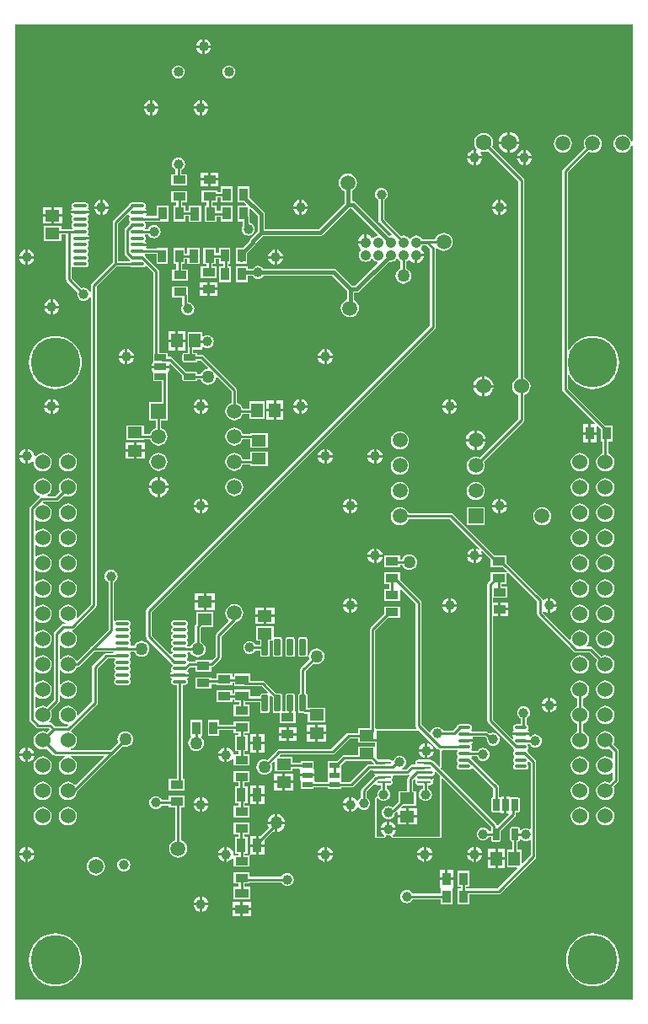
<source format=gbr>
G04 Layer_Physical_Order=1*
G04 Layer_Color=255*
%FSLAX26Y26*%
%MOIN*%
%TF.FileFunction,Copper,L1,Top,Signal*%
%TF.Part,Single*%
G01*
G75*
%TA.AperFunction,SMDPad,CuDef*%
%ADD10R,0.051181X0.033465*%
%ADD11R,0.033465X0.051181*%
%ADD12R,0.057087X0.045276*%
%ADD13O,0.055118X0.013780*%
%ADD14R,0.053150X0.037402*%
%ADD15R,0.037402X0.053150*%
%ADD16R,0.039370X0.023622*%
%ADD17R,0.045276X0.057087*%
G04:AMPARAMS|DCode=18|XSize=25.591mil|YSize=47.244mil|CornerRadius=1.919mil|HoleSize=0mil|Usage=FLASHONLY|Rotation=90.000|XOffset=0mil|YOffset=0mil|HoleType=Round|Shape=RoundedRectangle|*
%AMROUNDEDRECTD18*
21,1,0.025591,0.043406,0,0,90.0*
21,1,0.021752,0.047244,0,0,90.0*
1,1,0.003839,0.021703,0.010876*
1,1,0.003839,0.021703,-0.010876*
1,1,0.003839,-0.021703,-0.010876*
1,1,0.003839,-0.021703,0.010876*
%
%ADD18ROUNDEDRECTD18*%
%ADD19O,0.057087X0.009842*%
%ADD20O,0.049213X0.013780*%
G04:AMPARAMS|DCode=21|XSize=25.591mil|YSize=64.961mil|CornerRadius=1.919mil|HoleSize=0mil|Usage=FLASHONLY|Rotation=180.000|XOffset=0mil|YOffset=0mil|HoleType=Round|Shape=RoundedRectangle|*
%AMROUNDEDRECTD21*
21,1,0.025591,0.061122,0,0,180.0*
21,1,0.021752,0.064961,0,0,180.0*
1,1,0.003839,-0.010876,0.030561*
1,1,0.003839,0.010876,0.030561*
1,1,0.003839,0.010876,-0.030561*
1,1,0.003839,-0.010876,-0.030561*
%
%ADD21ROUNDEDRECTD21*%
G04:AMPARAMS|DCode=22|XSize=25.591mil|YSize=47.244mil|CornerRadius=1.919mil|HoleSize=0mil|Usage=FLASHONLY|Rotation=0.000|XOffset=0mil|YOffset=0mil|HoleType=Round|Shape=RoundedRectangle|*
%AMROUNDEDRECTD22*
21,1,0.025591,0.043406,0,0,0.0*
21,1,0.021752,0.047244,0,0,0.0*
1,1,0.003839,0.010876,-0.021703*
1,1,0.003839,-0.010876,-0.021703*
1,1,0.003839,-0.010876,0.021703*
1,1,0.003839,0.010876,0.021703*
%
%ADD22ROUNDEDRECTD22*%
%TA.AperFunction,Conductor*%
%ADD23C,0.010000*%
%ADD24C,0.015000*%
%TA.AperFunction,ComponentPad*%
%ADD25R,0.059055X0.059055*%
%ADD26C,0.059055*%
%ADD27C,0.042000*%
%TA.AperFunction,ViaPad*%
%ADD28C,0.196850*%
%TA.AperFunction,ComponentPad*%
%ADD29C,0.040000*%
%ADD30C,0.060000*%
%ADD31C,0.062992*%
%TA.AperFunction,ViaPad*%
%ADD32C,0.050000*%
%ADD33C,0.039370*%
G36*
X955945Y425912D02*
X951095Y425074D01*
X947525Y433693D01*
X941845Y441095D01*
X934443Y446775D01*
X925824Y450345D01*
X916574Y451563D01*
X907324Y450345D01*
X898705Y446775D01*
X891303Y441095D01*
X885623Y433693D01*
X882053Y425074D01*
X880835Y415824D01*
X882053Y406574D01*
X885623Y397955D01*
X891303Y390553D01*
X898705Y384873D01*
X907324Y381303D01*
X916574Y380085D01*
X925824Y381303D01*
X934443Y384873D01*
X941845Y390553D01*
X947525Y397955D01*
X951095Y406574D01*
X955945Y405736D01*
Y-2970002D01*
X-1485000D01*
Y888266D01*
X955945D01*
Y425912D01*
D02*
G37*
%LPC*%
G36*
X-337154Y-1536989D02*
X-358906D01*
X-361959Y-1537596D01*
X-364547Y-1539326D01*
X-366277Y-1541914D01*
X-366884Y-1544967D01*
Y-1606089D01*
X-366277Y-1609142D01*
X-364547Y-1611730D01*
X-361959Y-1613460D01*
X-358906Y-1614067D01*
X-337154D01*
X-334101Y-1613460D01*
X-331513Y-1611730D01*
X-329783Y-1609142D01*
X-329176Y-1606089D01*
Y-1544967D01*
X-329783Y-1541914D01*
X-331513Y-1539326D01*
X-334101Y-1537596D01*
X-337154Y-1536989D01*
D02*
G37*
G36*
X848464Y-1507803D02*
X839091Y-1509037D01*
X830356Y-1512655D01*
X822856Y-1518410D01*
X817101Y-1525910D01*
X813483Y-1534645D01*
X812249Y-1544018D01*
X813483Y-1553391D01*
X817101Y-1562126D01*
X822856Y-1569626D01*
X830356Y-1575381D01*
X839091Y-1578999D01*
X848464Y-1580233D01*
X857837Y-1578999D01*
X866572Y-1575381D01*
X874072Y-1569626D01*
X879827Y-1562126D01*
X883445Y-1553391D01*
X884679Y-1544018D01*
X883445Y-1534645D01*
X879827Y-1525910D01*
X874072Y-1518410D01*
X866572Y-1512655D01*
X857837Y-1509037D01*
X848464Y-1507803D01*
D02*
G37*
G36*
X-459873Y-1456882D02*
X-493416D01*
Y-1484520D01*
X-459873D01*
Y-1456882D01*
D02*
G37*
G36*
X-503416D02*
X-536959D01*
Y-1484520D01*
X-503416D01*
Y-1456882D01*
D02*
G37*
G36*
X748464Y-1607803D02*
X739091Y-1609037D01*
X730356Y-1612655D01*
X722856Y-1618410D01*
X717101Y-1625910D01*
X713483Y-1634645D01*
X712249Y-1644018D01*
X713483Y-1653391D01*
X717101Y-1662126D01*
X722856Y-1669626D01*
X730356Y-1675381D01*
X739091Y-1678999D01*
X748464Y-1680233D01*
X757837Y-1678999D01*
X766572Y-1675381D01*
X774072Y-1669626D01*
X779827Y-1662126D01*
X783445Y-1653391D01*
X784679Y-1644018D01*
X783445Y-1634645D01*
X779827Y-1625910D01*
X774072Y-1618410D01*
X766572Y-1612655D01*
X757837Y-1609037D01*
X748464Y-1607803D01*
D02*
G37*
G36*
X-555936Y-1681214D02*
X-620896D01*
Y-1694701D01*
X-626920D01*
Y-1681214D01*
X-689912D01*
Y-1699881D01*
X-710503D01*
Y-1694826D01*
X-773495D01*
Y-1740101D01*
X-710503D01*
Y-1722119D01*
X-689912D01*
Y-1726490D01*
X-626920D01*
Y-1716939D01*
X-620896D01*
Y-1730426D01*
X-575790D01*
X-574715Y-1730640D01*
X-574715Y-1730640D01*
X-511400D01*
X-487609Y-1754431D01*
X-489680Y-1759431D01*
X-508906D01*
X-511959Y-1760038D01*
X-514547Y-1761768D01*
X-516277Y-1764356D01*
X-516884Y-1767409D01*
Y-1771394D01*
X-555936D01*
Y-1744206D01*
X-620896D01*
Y-1759661D01*
X-626920D01*
Y-1748142D01*
X-689912D01*
Y-1793418D01*
X-626920D01*
Y-1781899D01*
X-620896D01*
Y-1793418D01*
X-599535D01*
Y-1803898D01*
X-621496D01*
Y-1849174D01*
X-558504D01*
Y-1803898D01*
X-577297D01*
Y-1794136D01*
X-576683Y-1793632D01*
X-576683Y-1793632D01*
X-516884D01*
Y-1828531D01*
X-516277Y-1831584D01*
X-514547Y-1834172D01*
X-511959Y-1835902D01*
X-508906Y-1836509D01*
X-487154D01*
X-484101Y-1835902D01*
X-481513Y-1834172D01*
X-479783Y-1831584D01*
X-479176Y-1828531D01*
Y-1769935D01*
X-474176Y-1767864D01*
X-466884Y-1775156D01*
Y-1828531D01*
X-466277Y-1831584D01*
X-464547Y-1834172D01*
X-461959Y-1835902D01*
X-458906Y-1836509D01*
X-439912D01*
Y-1876490D01*
X-376920D01*
Y-1831214D01*
X-376974D01*
X-379176Y-1828531D01*
Y-1767409D01*
X-379783Y-1764356D01*
X-381513Y-1761768D01*
X-384101Y-1760038D01*
X-387154Y-1759431D01*
X-408906D01*
X-411959Y-1760038D01*
X-414547Y-1761768D01*
X-416277Y-1764356D01*
X-416884Y-1767409D01*
Y-1828531D01*
X-419086Y-1831214D01*
X-426974D01*
X-429176Y-1828531D01*
Y-1767409D01*
X-429783Y-1764356D01*
X-431513Y-1761768D01*
X-434101Y-1760038D01*
X-437154Y-1759431D01*
X-451159D01*
X-498932Y-1711658D01*
X-502539Y-1709248D01*
X-506794Y-1708401D01*
X-506795Y-1708402D01*
X-555936D01*
Y-1681214D01*
D02*
G37*
G36*
X-293306Y-1581034D02*
X-301374Y-1582096D01*
X-308892Y-1585210D01*
X-315348Y-1590164D01*
X-320302Y-1596620D01*
X-323416Y-1604138D01*
X-324478Y-1612206D01*
X-323416Y-1620274D01*
X-321566Y-1624741D01*
X-355892Y-1659068D01*
X-358303Y-1662675D01*
X-359149Y-1666930D01*
X-359149Y-1666930D01*
Y-1759479D01*
X-361959Y-1760038D01*
X-364547Y-1761768D01*
X-366277Y-1764356D01*
X-366884Y-1767409D01*
Y-1828531D01*
X-366277Y-1831584D01*
X-364547Y-1834172D01*
X-361959Y-1835902D01*
X-358906Y-1836509D01*
X-344103D01*
X-342900Y-1837313D01*
X-338645Y-1838159D01*
X-338644Y-1838159D01*
X-327865D01*
Y-1873221D01*
X-258967D01*
Y-1816135D01*
X-315885D01*
X-316959Y-1815921D01*
X-316960Y-1815921D01*
X-329176D01*
Y-1767409D01*
X-329783Y-1764356D01*
X-331513Y-1761768D01*
X-334101Y-1760038D01*
X-336911Y-1759479D01*
Y-1671536D01*
X-305841Y-1640466D01*
X-301374Y-1642316D01*
X-293306Y-1643378D01*
X-285238Y-1642316D01*
X-277720Y-1639202D01*
X-271264Y-1634248D01*
X-266310Y-1627792D01*
X-263196Y-1620274D01*
X-262134Y-1612206D01*
X-263196Y-1604138D01*
X-266310Y-1596620D01*
X-271264Y-1590164D01*
X-277720Y-1585210D01*
X-285238Y-1582096D01*
X-293306Y-1581034D01*
D02*
G37*
G36*
X-387154Y-1536989D02*
X-408906D01*
X-411959Y-1537596D01*
X-414547Y-1539326D01*
X-416277Y-1541914D01*
X-416884Y-1544967D01*
Y-1606089D01*
X-416277Y-1609142D01*
X-414547Y-1611730D01*
X-411959Y-1613460D01*
X-408906Y-1614067D01*
X-387154D01*
X-384101Y-1613460D01*
X-381513Y-1611730D01*
X-379783Y-1609142D01*
X-379176Y-1606089D01*
Y-1544967D01*
X-379783Y-1541914D01*
X-381513Y-1539326D01*
X-384101Y-1537596D01*
X-387154Y-1536989D01*
D02*
G37*
G36*
X-463967Y-1494205D02*
X-532865D01*
Y-1551291D01*
X-516884D01*
Y-1566197D01*
X-535323D01*
X-536063Y-1564410D01*
X-540165Y-1559065D01*
X-545510Y-1554963D01*
X-551736Y-1552384D01*
X-558416Y-1551505D01*
X-565096Y-1552384D01*
X-571322Y-1554963D01*
X-576667Y-1559065D01*
X-580769Y-1564410D01*
X-583348Y-1570636D01*
X-584227Y-1577316D01*
X-583348Y-1583996D01*
X-580769Y-1590222D01*
X-576667Y-1595567D01*
X-571322Y-1599669D01*
X-565096Y-1602248D01*
X-558416Y-1603127D01*
X-551736Y-1602248D01*
X-545510Y-1599669D01*
X-540165Y-1595567D01*
X-536063Y-1590222D01*
X-535323Y-1588435D01*
X-516884D01*
Y-1606089D01*
X-516277Y-1609142D01*
X-514547Y-1611730D01*
X-511959Y-1613460D01*
X-508906Y-1614067D01*
X-487154D01*
X-484101Y-1613460D01*
X-481513Y-1611730D01*
X-479783Y-1609142D01*
X-479176Y-1606089D01*
Y-1551291D01*
X-466884D01*
Y-1606089D01*
X-466277Y-1609142D01*
X-464547Y-1611730D01*
X-461959Y-1613460D01*
X-458906Y-1614067D01*
X-437154D01*
X-434101Y-1613460D01*
X-431513Y-1611730D01*
X-429783Y-1609142D01*
X-429176Y-1606089D01*
Y-1544967D01*
X-429783Y-1541914D01*
X-431513Y-1539326D01*
X-434101Y-1537596D01*
X-437154Y-1536989D01*
X-458906D01*
X-458967Y-1537001D01*
X-463967Y-1533382D01*
Y-1494205D01*
D02*
G37*
G36*
X-131465Y-1416299D02*
X-155748D01*
Y-1440582D01*
X-152999Y-1440220D01*
X-145777Y-1437229D01*
X-139576Y-1432471D01*
X-134818Y-1426270D01*
X-131827Y-1419049D01*
X-131465Y-1416299D01*
D02*
G37*
G36*
X-165748D02*
X-190031D01*
X-189669Y-1419049D01*
X-186678Y-1426270D01*
X-181920Y-1432471D01*
X-175719Y-1437229D01*
X-168497Y-1440220D01*
X-165748Y-1440582D01*
Y-1416299D01*
D02*
G37*
G36*
X227953D02*
X203670D01*
X204032Y-1419049D01*
X207023Y-1426270D01*
X211781Y-1432471D01*
X217982Y-1437229D01*
X225203Y-1440220D01*
X227953Y-1440582D01*
Y-1416299D01*
D02*
G37*
G36*
X655937D02*
X631654D01*
Y-1440582D01*
X634403Y-1440220D01*
X641624Y-1437229D01*
X647825Y-1432471D01*
X652583Y-1426270D01*
X655575Y-1419049D01*
X655937Y-1416299D01*
D02*
G37*
G36*
X262236D02*
X237953D01*
Y-1440582D01*
X240702Y-1440220D01*
X247923Y-1437229D01*
X254124Y-1432471D01*
X258883Y-1426270D01*
X261874Y-1419049D01*
X262236Y-1416299D01*
D02*
G37*
G36*
X848464Y-1407803D02*
X839091Y-1409037D01*
X830356Y-1412655D01*
X822856Y-1418410D01*
X817101Y-1425910D01*
X813483Y-1434645D01*
X812249Y-1444018D01*
X813483Y-1453391D01*
X817101Y-1462126D01*
X822856Y-1469626D01*
X830356Y-1475381D01*
X839091Y-1478999D01*
X848464Y-1480233D01*
X857837Y-1478999D01*
X866572Y-1475381D01*
X874072Y-1469626D01*
X879827Y-1462126D01*
X883445Y-1453391D01*
X884679Y-1444018D01*
X883445Y-1434645D01*
X879827Y-1425910D01*
X874072Y-1418410D01*
X866572Y-1412655D01*
X857837Y-1409037D01*
X848464Y-1407803D01*
D02*
G37*
G36*
X748464D02*
X739091Y-1409037D01*
X730356Y-1412655D01*
X722856Y-1418410D01*
X717101Y-1425910D01*
X713483Y-1434645D01*
X712249Y-1444018D01*
X713483Y-1453391D01*
X717101Y-1462126D01*
X722856Y-1469626D01*
X730356Y-1475381D01*
X739091Y-1478999D01*
X748464Y-1480233D01*
X757837Y-1478999D01*
X766572Y-1475381D01*
X774072Y-1469626D01*
X779827Y-1462126D01*
X783445Y-1453391D01*
X784679Y-1444018D01*
X783445Y-1434645D01*
X779827Y-1425910D01*
X774072Y-1418410D01*
X766572Y-1412655D01*
X757837Y-1409037D01*
X748464Y-1407803D01*
D02*
G37*
G36*
X465284Y-1430670D02*
X434694D01*
Y-1452402D01*
X465284D01*
Y-1430670D01*
D02*
G37*
G36*
X-459873Y-1419244D02*
X-493416D01*
Y-1446882D01*
X-459873D01*
Y-1419244D01*
D02*
G37*
G36*
X-503416D02*
X-536959D01*
Y-1446882D01*
X-503416D01*
Y-1419244D01*
D02*
G37*
G36*
X848464Y-1707803D02*
X839091Y-1709037D01*
X830356Y-1712655D01*
X822856Y-1718410D01*
X817101Y-1725910D01*
X813483Y-1734645D01*
X812249Y-1744018D01*
X813483Y-1753391D01*
X817101Y-1762126D01*
X822856Y-1769626D01*
X830356Y-1775381D01*
X839091Y-1778999D01*
X848464Y-1780233D01*
X857837Y-1778999D01*
X866572Y-1775381D01*
X874072Y-1769626D01*
X879827Y-1762126D01*
X883445Y-1753391D01*
X884679Y-1744018D01*
X883445Y-1734645D01*
X879827Y-1725910D01*
X874072Y-1718410D01*
X866572Y-1712655D01*
X857837Y-1709037D01*
X848464Y-1707803D01*
D02*
G37*
G36*
X-372825Y-1925780D02*
X-403416D01*
Y-1947512D01*
X-372825D01*
Y-1925780D01*
D02*
G37*
G36*
X-413416D02*
X-444007D01*
Y-1947512D01*
X-413416D01*
Y-1925780D01*
D02*
G37*
G36*
Y-1894048D02*
X-444007D01*
Y-1915780D01*
X-413416D01*
Y-1894048D01*
D02*
G37*
G36*
X-745826Y-1863504D02*
X-791102D01*
Y-1926496D01*
X-791102D01*
X-790137Y-1931496D01*
X-792042Y-1932958D01*
X-796996Y-1939414D01*
X-800110Y-1946932D01*
X-801172Y-1955000D01*
X-800110Y-1963068D01*
X-796996Y-1970586D01*
X-792042Y-1977042D01*
X-785586Y-1981996D01*
X-778068Y-1985110D01*
X-770000Y-1986172D01*
X-761932Y-1985110D01*
X-754414Y-1981996D01*
X-747958Y-1977042D01*
X-743004Y-1970586D01*
X-739890Y-1963068D01*
X-738828Y-1955000D01*
X-739890Y-1946932D01*
X-743004Y-1939414D01*
X-747958Y-1932958D01*
X-749863Y-1931496D01*
X-748166Y-1926496D01*
X-745826D01*
Y-1863504D01*
D02*
G37*
G36*
X-254873Y-1920546D02*
X-288416D01*
Y-1948184D01*
X-254873D01*
Y-1920546D01*
D02*
G37*
G36*
X-678898Y-1863504D02*
X-724174D01*
Y-1926496D01*
X-678898D01*
Y-1904583D01*
X-621496D01*
Y-1916102D01*
X-601119D01*
Y-1922520D01*
X-616102D01*
Y-1987480D01*
X-601119D01*
Y-1998898D01*
X-621496Y-1998898D01*
X-623851Y-1994874D01*
X-623953Y-1994101D01*
X-626944Y-1986880D01*
X-631702Y-1980679D01*
X-637903Y-1975921D01*
X-645125Y-1972929D01*
X-647874Y-1972567D01*
Y-2001850D01*
Y-2031133D01*
X-645125Y-2030771D01*
X-637903Y-2027780D01*
X-631702Y-2023022D01*
X-626944Y-2016821D01*
X-626496Y-2015739D01*
X-621496Y-2016734D01*
Y-2044174D01*
X-558504D01*
Y-1998898D01*
X-578881D01*
Y-1987480D01*
X-566890D01*
Y-1922520D01*
X-578881D01*
Y-1916102D01*
X-563089Y-1916102D01*
X-562358Y-1916102D01*
X-560975Y-1916256D01*
X-557953Y-1917995D01*
X-557341Y-1920096D01*
X-557205Y-1921239D01*
X-557205Y-1922618D01*
Y-1950000D01*
X-533504D01*
Y-1918425D01*
X-552620Y-1918425D01*
X-553351Y-1918425D01*
X-554734Y-1918271D01*
X-557756Y-1916532D01*
X-558368Y-1914431D01*
X-558504Y-1913288D01*
X-558504Y-1911909D01*
Y-1870826D01*
X-621496D01*
Y-1882345D01*
X-678898D01*
Y-1863504D01*
D02*
G37*
G36*
X748464Y-1707803D02*
X739091Y-1709037D01*
X730356Y-1712655D01*
X722856Y-1718410D01*
X717101Y-1725910D01*
X713483Y-1734645D01*
X712249Y-1744018D01*
X713483Y-1753391D01*
X717101Y-1762126D01*
X722856Y-1769626D01*
X730356Y-1775381D01*
X737345Y-1778276D01*
Y-1809760D01*
X730356Y-1812655D01*
X722856Y-1818410D01*
X717101Y-1825910D01*
X713483Y-1834645D01*
X712249Y-1844018D01*
X713483Y-1853391D01*
X717101Y-1862126D01*
X722856Y-1869626D01*
X730356Y-1875381D01*
X737345Y-1878276D01*
Y-1909760D01*
X730356Y-1912655D01*
X722856Y-1918410D01*
X717101Y-1925910D01*
X713483Y-1934645D01*
X712249Y-1944018D01*
X713483Y-1953391D01*
X717101Y-1962126D01*
X722856Y-1969626D01*
X730356Y-1975381D01*
X739091Y-1978999D01*
X748464Y-1980233D01*
X757837Y-1978999D01*
X766572Y-1975381D01*
X774072Y-1969626D01*
X779827Y-1962126D01*
X783445Y-1953391D01*
X784679Y-1944018D01*
X783445Y-1934645D01*
X779827Y-1925910D01*
X774072Y-1918410D01*
X766572Y-1912655D01*
X759583Y-1909760D01*
Y-1878276D01*
X766572Y-1875381D01*
X774072Y-1869626D01*
X779827Y-1862126D01*
X783445Y-1853391D01*
X784679Y-1844018D01*
X783445Y-1834645D01*
X779827Y-1825910D01*
X774072Y-1818410D01*
X766572Y-1812655D01*
X759583Y-1809760D01*
Y-1778276D01*
X766572Y-1775381D01*
X774072Y-1769626D01*
X779827Y-1762126D01*
X783445Y-1753391D01*
X784679Y-1744018D01*
X783445Y-1734645D01*
X779827Y-1725910D01*
X774072Y-1718410D01*
X766572Y-1712655D01*
X757837Y-1709037D01*
X748464Y-1707803D01*
D02*
G37*
G36*
X-298416Y-1920546D02*
X-331959D01*
Y-1948184D01*
X-298416D01*
Y-1920546D01*
D02*
G37*
G36*
X-523504Y-1918425D02*
Y-1950000D01*
X-499803D01*
Y-1918425D01*
X-523504D01*
D02*
G37*
G36*
X-372825Y-1894048D02*
X-403416D01*
Y-1915780D01*
X-372825D01*
Y-1894048D01*
D02*
G37*
G36*
X655937Y-1810000D02*
X631654D01*
Y-1834283D01*
X634403Y-1833921D01*
X641624Y-1830930D01*
X647825Y-1826172D01*
X652583Y-1819971D01*
X655575Y-1812749D01*
X655937Y-1810000D01*
D02*
G37*
G36*
X621654D02*
X597371D01*
X597733Y-1812749D01*
X600724Y-1819971D01*
X605482Y-1826172D01*
X611683Y-1830930D01*
X618904Y-1833921D01*
X621654Y-1834283D01*
Y-1810000D01*
D02*
G37*
G36*
X631654Y-1775717D02*
Y-1800000D01*
X655937D01*
X655575Y-1797251D01*
X652583Y-1790029D01*
X647825Y-1783828D01*
X641624Y-1779070D01*
X634403Y-1776079D01*
X631654Y-1775717D01*
D02*
G37*
G36*
X621654D02*
X618904Y-1776079D01*
X611683Y-1779070D01*
X605482Y-1783828D01*
X600724Y-1790029D01*
X597733Y-1797251D01*
X597371Y-1800000D01*
X621654D01*
Y-1775717D01*
D02*
G37*
G36*
X848464Y-1807803D02*
X839091Y-1809037D01*
X830356Y-1812655D01*
X822856Y-1818410D01*
X817101Y-1825910D01*
X813483Y-1834645D01*
X812249Y-1844018D01*
X813483Y-1853391D01*
X817101Y-1862126D01*
X822856Y-1869626D01*
X830356Y-1875381D01*
X839091Y-1878999D01*
X848464Y-1880233D01*
X857837Y-1878999D01*
X866572Y-1875381D01*
X874072Y-1869626D01*
X879827Y-1862126D01*
X883445Y-1853391D01*
X884679Y-1844018D01*
X883445Y-1834645D01*
X879827Y-1825910D01*
X874072Y-1818410D01*
X866572Y-1812655D01*
X857837Y-1809037D01*
X848464Y-1807803D01*
D02*
G37*
G36*
X-298416Y-1882908D02*
X-331959D01*
Y-1910546D01*
X-298416D01*
Y-1882908D01*
D02*
G37*
G36*
X525000Y-1809189D02*
X518319Y-1810068D01*
X512094Y-1812647D01*
X506749Y-1816749D01*
X502647Y-1822094D01*
X500068Y-1828320D01*
X499189Y-1835000D01*
X500068Y-1841680D01*
X502647Y-1847906D01*
X506749Y-1853251D01*
X512094Y-1857353D01*
X513881Y-1858093D01*
Y-1880884D01*
X495929D01*
X490937Y-1881877D01*
X486705Y-1884705D01*
X483877Y-1888938D01*
X482884Y-1893930D01*
X483877Y-1898922D01*
X486705Y-1903155D01*
Y-1905371D01*
X483753Y-1907343D01*
X480020Y-1912930D01*
X479703Y-1914520D01*
X513646D01*
X547589D01*
X547272Y-1912930D01*
X543539Y-1907343D01*
X540587Y-1905371D01*
Y-1903155D01*
X543415Y-1898922D01*
X544409Y-1893930D01*
X543415Y-1888938D01*
X540587Y-1884705D01*
X536355Y-1881877D01*
X536119Y-1881830D01*
Y-1858093D01*
X537906Y-1857353D01*
X543251Y-1853251D01*
X547353Y-1847906D01*
X549932Y-1841680D01*
X550811Y-1835000D01*
X549932Y-1828320D01*
X547353Y-1822094D01*
X543251Y-1816749D01*
X537906Y-1812647D01*
X531681Y-1810068D01*
X525000Y-1809189D01*
D02*
G37*
G36*
X36190Y-1281032D02*
X-26802D01*
Y-1326308D01*
X-6425D01*
Y-1348104D01*
X-26802D01*
Y-1393380D01*
X36190D01*
Y-1352994D01*
X36190Y-1351181D01*
X40489Y-1347411D01*
X41624Y-1347467D01*
X97853Y-1403695D01*
Y-1886291D01*
X97853Y-1886292D01*
X98699Y-1890547D01*
X100745Y-1893608D01*
X99780Y-1897363D01*
X99264Y-1898608D01*
X-55000D01*
X-56643Y-1899289D01*
X-61644Y-1896071D01*
Y-1510874D01*
X-11077Y-1460308D01*
X36190D01*
Y-1415032D01*
X-26802D01*
Y-1444583D01*
X-80625Y-1498406D01*
X-83035Y-1502013D01*
X-83882Y-1506268D01*
X-83882Y-1506269D01*
Y-1897435D01*
X-130755D01*
Y-1914859D01*
X-166978D01*
X-171233Y-1915705D01*
X-174840Y-1918116D01*
X-174841Y-1918116D01*
X-235652Y-1978927D01*
X-441184D01*
X-445439Y-1979773D01*
X-449046Y-1982184D01*
X-449047Y-1982184D01*
X-488381Y-2021518D01*
X-492042Y-2020002D01*
X-500110Y-2018940D01*
X-508178Y-2020002D01*
X-515696Y-2023116D01*
X-522152Y-2028070D01*
X-527106Y-2034526D01*
X-530220Y-2042044D01*
X-531282Y-2050112D01*
X-530220Y-2058180D01*
X-527106Y-2065698D01*
X-522152Y-2072154D01*
X-515696Y-2077108D01*
X-508178Y-2080222D01*
X-500110Y-2081284D01*
X-492042Y-2080222D01*
X-484524Y-2077108D01*
X-478068Y-2072154D01*
X-473114Y-2065698D01*
X-470000Y-2058180D01*
X-468938Y-2050112D01*
X-470000Y-2042044D01*
X-472184Y-2036771D01*
X-462374Y-2026961D01*
X-457755Y-2028875D01*
Y-2067315D01*
X-388857D01*
Y-2055641D01*
X-361807D01*
X-360527Y-2060111D01*
X-360527D01*
Y-2076922D01*
X-330842D01*
X-301157D01*
Y-2060111D01*
X-305252D01*
Y-2026805D01*
X-356433D01*
Y-2033403D01*
X-388857D01*
Y-2010229D01*
X-439109D01*
X-441022Y-2005609D01*
X-436578Y-2001165D01*
X-231047D01*
X-231046Y-2001166D01*
X-226791Y-2000319D01*
X-223184Y-1997909D01*
X-162372Y-1937097D01*
X-130755D01*
Y-1954521D01*
X-79743D01*
X-78668Y-1954735D01*
X-61392D01*
Y-1963493D01*
X-61857Y-1968301D01*
X-130755D01*
Y-2003363D01*
X-184660D01*
X-188915Y-2004209D01*
X-192522Y-2006619D01*
X-192523Y-2006620D01*
X-212708Y-2026805D01*
X-248165D01*
Y-2062238D01*
X-248165D01*
Y-2064206D01*
X-248165D01*
Y-2099638D01*
X-248165D01*
Y-2101608D01*
X-248165D01*
Y-2108205D01*
X-299882D01*
X-301157Y-2103733D01*
X-301157D01*
Y-2086922D01*
X-330842D01*
X-360527D01*
Y-2103733D01*
X-356433D01*
Y-2137041D01*
X-305252D01*
Y-2130443D01*
X-248165D01*
Y-2137041D01*
X-196983D01*
Y-2130443D01*
X-155095D01*
X-155094Y-2130443D01*
X-150839Y-2129597D01*
X-147232Y-2127186D01*
X-82574Y-2062529D01*
X-68921D01*
X-66562Y-2066174D01*
X-27574D01*
Y-2076174D01*
X-65415D01*
X-65251Y-2076996D01*
X-63376Y-2079803D01*
X-62493Y-2082796D01*
X-64600Y-2086177D01*
X-65614Y-2086855D01*
X-114910Y-2136151D01*
X-117321Y-2139759D01*
X-118167Y-2144014D01*
X-118167Y-2144015D01*
Y-2171319D01*
X-119954Y-2172059D01*
X-125299Y-2176161D01*
X-129401Y-2181506D01*
X-129864Y-2182624D01*
X-132289Y-2183166D01*
X-135413Y-2182955D01*
X-139576Y-2177529D01*
X-145777Y-2172771D01*
X-152999Y-2169780D01*
X-155748Y-2169418D01*
Y-2198701D01*
Y-2227984D01*
X-152999Y-2227622D01*
X-145777Y-2224631D01*
X-139576Y-2219872D01*
X-134818Y-2213671D01*
X-133399Y-2210245D01*
X-127695Y-2209541D01*
X-125299Y-2212663D01*
X-119954Y-2216765D01*
X-113728Y-2219344D01*
X-107048Y-2220223D01*
X-100368Y-2219344D01*
X-94142Y-2216765D01*
X-88797Y-2212663D01*
X-84695Y-2207318D01*
X-82116Y-2201093D01*
X-81237Y-2194412D01*
X-82116Y-2187731D01*
X-84695Y-2181506D01*
X-88797Y-2176161D01*
X-94142Y-2172059D01*
X-95929Y-2171319D01*
Y-2148620D01*
X-65273Y-2117964D01*
X-59002Y-2118350D01*
X-55420Y-2120742D01*
X-51196Y-2121583D01*
X-39427D01*
Y-2135885D01*
X-41214Y-2136625D01*
X-46559Y-2140727D01*
X-50661Y-2146072D01*
X-53240Y-2152298D01*
X-54119Y-2158978D01*
X-53560Y-2163226D01*
X-56332Y-2167588D01*
X-57885Y-2168373D01*
X-58561Y-2169161D01*
X-59520Y-2169558D01*
X-60094Y-2170945D01*
X-61073Y-2172084D01*
X-60995Y-2173119D01*
X-61392Y-2174078D01*
Y-2290000D01*
Y-2325000D01*
X-59520Y-2329520D01*
X-55000Y-2331392D01*
X-27628D01*
X-26142Y-2330776D01*
X-24542Y-2330598D01*
X-23964Y-2329874D01*
X-23108Y-2329520D01*
X-22493Y-2328033D01*
X-21488Y-2326776D01*
X-20604Y-2323719D01*
X-17802Y-2321014D01*
X-15195Y-2320127D01*
X-10000Y-2320811D01*
X-4805Y-2320127D01*
X-2199Y-2321014D01*
X604Y-2323719D01*
X1488Y-2326776D01*
X2493Y-2328033D01*
X3108Y-2329520D01*
X3964Y-2329874D01*
X4542Y-2330598D01*
X6142Y-2330776D01*
X7628Y-2331392D01*
X195000D01*
X199520Y-2329520D01*
X201392Y-2325000D01*
Y-2097260D01*
X206012Y-2095346D01*
X397147Y-2286482D01*
Y-2296972D01*
X397147Y-2296973D01*
X397208Y-2297277D01*
Y-2303881D01*
X388093D01*
X387353Y-2302094D01*
X383251Y-2296749D01*
X377906Y-2292647D01*
X371680Y-2290068D01*
X365000Y-2289189D01*
X358320Y-2290068D01*
X352094Y-2292647D01*
X346749Y-2296749D01*
X342647Y-2302094D01*
X340068Y-2308320D01*
X339189Y-2315000D01*
X340068Y-2321680D01*
X342647Y-2327906D01*
X346749Y-2333251D01*
X352094Y-2337353D01*
X358320Y-2339932D01*
X365000Y-2340811D01*
X371680Y-2339932D01*
X377906Y-2337353D01*
X383251Y-2333251D01*
X387353Y-2327906D01*
X388093Y-2326119D01*
X397208D01*
Y-2337297D01*
X397815Y-2340350D01*
X399545Y-2342938D01*
X402133Y-2344668D01*
X405186Y-2345275D01*
X426938D01*
X429991Y-2344668D01*
X432579Y-2342938D01*
X434309Y-2340350D01*
X434916Y-2337297D01*
Y-2301638D01*
X490933Y-2245621D01*
X493344Y-2242014D01*
X494190Y-2237759D01*
Y-2229133D01*
X501742D01*
X504795Y-2228526D01*
X507383Y-2226796D01*
X509113Y-2224208D01*
X509720Y-2221155D01*
Y-2177749D01*
X509113Y-2174696D01*
X507383Y-2172108D01*
X504795Y-2170378D01*
X501742Y-2169771D01*
X479990D01*
X476937Y-2170378D01*
X474734Y-2171851D01*
X472933Y-2169156D01*
X468991Y-2166522D01*
X464340Y-2165597D01*
X458464D01*
Y-2199452D01*
Y-2233307D01*
X464340D01*
X464822Y-2233212D01*
X467284Y-2237820D01*
X424276Y-2280829D01*
X418850Y-2279183D01*
X418539Y-2277621D01*
X416129Y-2274014D01*
X416129Y-2274014D01*
X198093Y-2055977D01*
X199520Y-2050871D01*
X200006Y-2049697D01*
X200906Y-2048798D01*
Y-2047526D01*
X201392Y-2046352D01*
Y-1986297D01*
X204061Y-1981821D01*
X263116D01*
X264633Y-1986821D01*
X264265Y-1987067D01*
X261437Y-1991300D01*
X260443Y-1996292D01*
X261437Y-2001284D01*
X264265Y-2005517D01*
X265108Y-2006080D01*
Y-2012094D01*
X264265Y-2012657D01*
X261437Y-2016890D01*
X260443Y-2021882D01*
X261437Y-2026874D01*
X264265Y-2031107D01*
X265109Y-2031671D01*
Y-2037685D01*
X264265Y-2038249D01*
X261437Y-2042482D01*
X260443Y-2047474D01*
X261437Y-2052466D01*
X264265Y-2056699D01*
X268497Y-2059527D01*
X273489Y-2060520D01*
X308923D01*
X313915Y-2059527D01*
X318147Y-2056699D01*
X319267Y-2055023D01*
X325370Y-2054054D01*
X404943Y-2133627D01*
Y-2169820D01*
X402133Y-2170378D01*
X399545Y-2172108D01*
X397815Y-2174696D01*
X397208Y-2177749D01*
Y-2221155D01*
X397815Y-2224208D01*
X399545Y-2226796D01*
X402133Y-2228526D01*
X405186Y-2229133D01*
X426938D01*
X429991Y-2228526D01*
X432194Y-2227053D01*
X433995Y-2229748D01*
X437937Y-2232382D01*
X442588Y-2233307D01*
X448464D01*
Y-2199452D01*
Y-2165597D01*
X442588D01*
X437937Y-2166522D01*
X433995Y-2169156D01*
X432194Y-2171851D01*
X429991Y-2170378D01*
X427181Y-2169820D01*
Y-2129022D01*
X427181Y-2129021D01*
X426335Y-2124766D01*
X423925Y-2121159D01*
X321303Y-2018538D01*
X320975Y-2016890D01*
X318466Y-2013134D01*
X319015Y-2010899D01*
X320378Y-2008134D01*
X340670D01*
X342647Y-2012906D01*
X346749Y-2018251D01*
X352094Y-2022353D01*
X358320Y-2024932D01*
X365000Y-2025811D01*
X371680Y-2024932D01*
X377906Y-2022353D01*
X383251Y-2018251D01*
X387353Y-2012906D01*
X389932Y-2006680D01*
X390811Y-2000000D01*
X389932Y-1993320D01*
X387353Y-1987094D01*
X383251Y-1981749D01*
X377906Y-1977647D01*
X371680Y-1975068D01*
X365000Y-1974189D01*
X358320Y-1975068D01*
X352094Y-1977647D01*
X346749Y-1981749D01*
X343566Y-1985896D01*
X320079D01*
X317163Y-1981331D01*
X317304Y-1980490D01*
X318147Y-1979927D01*
X320975Y-1975694D01*
X321969Y-1970702D01*
X320975Y-1965710D01*
X318147Y-1961477D01*
Y-1959261D01*
X321099Y-1957289D01*
X324832Y-1951702D01*
X325149Y-1950112D01*
X291206D01*
Y-1940112D01*
X325149D01*
X324832Y-1938522D01*
X322906Y-1935639D01*
X325579Y-1930639D01*
X371967D01*
X379438Y-1938110D01*
X379189Y-1940000D01*
X380068Y-1946680D01*
X382647Y-1952906D01*
X386749Y-1958251D01*
X392094Y-1962353D01*
X398320Y-1964932D01*
X405000Y-1965811D01*
X411680Y-1964932D01*
X417906Y-1962353D01*
X423251Y-1958251D01*
X427353Y-1952906D01*
X429932Y-1946680D01*
X430811Y-1940000D01*
X429932Y-1933320D01*
X427353Y-1927094D01*
X423251Y-1921749D01*
X417906Y-1917647D01*
X411680Y-1915068D01*
X405000Y-1914189D01*
X398320Y-1915068D01*
X392094Y-1917647D01*
X391149Y-1918372D01*
X384435Y-1911658D01*
X380828Y-1909247D01*
X376572Y-1908401D01*
X376572Y-1908401D01*
X319296D01*
X317779Y-1903401D01*
X318147Y-1903155D01*
X320975Y-1898922D01*
X321969Y-1893930D01*
X320975Y-1888938D01*
X318147Y-1884705D01*
X313915Y-1881877D01*
X308923Y-1880884D01*
X273489D01*
X268497Y-1881877D01*
X264265Y-1884705D01*
X261437Y-1888938D01*
X261109Y-1890586D01*
X245292Y-1906403D01*
X206557D01*
X205817Y-1904616D01*
X201715Y-1899271D01*
X196370Y-1895169D01*
X190144Y-1892590D01*
X183464Y-1891711D01*
X176784Y-1892590D01*
X170558Y-1895169D01*
X165213Y-1899271D01*
X161111Y-1904616D01*
X158532Y-1910841D01*
X158275Y-1912798D01*
X152995Y-1914590D01*
X120091Y-1881686D01*
Y-1399090D01*
X119245Y-1394834D01*
X116834Y-1391227D01*
X116834Y-1391227D01*
X36190Y-1310583D01*
Y-1281032D01*
D02*
G37*
G36*
X-254873Y-1882908D02*
X-288416D01*
Y-1910546D01*
X-254873D01*
Y-1882908D01*
D02*
G37*
G36*
X748464Y-1107803D02*
X739091Y-1109037D01*
X730356Y-1112655D01*
X722856Y-1118410D01*
X717101Y-1125910D01*
X713483Y-1134645D01*
X712249Y-1144018D01*
X713483Y-1153391D01*
X717101Y-1162126D01*
X722856Y-1169626D01*
X730356Y-1175381D01*
X739091Y-1178999D01*
X748464Y-1180233D01*
X757837Y-1178999D01*
X766572Y-1175381D01*
X774072Y-1169626D01*
X779827Y-1162126D01*
X783445Y-1153391D01*
X784679Y-1144018D01*
X783445Y-1134645D01*
X779827Y-1125910D01*
X774072Y-1118410D01*
X766572Y-1112655D01*
X757837Y-1109037D01*
X748464Y-1107803D01*
D02*
G37*
G36*
X-1277520D02*
X-1286893Y-1109037D01*
X-1295628Y-1112655D01*
X-1303128Y-1118410D01*
X-1308883Y-1125910D01*
X-1312501Y-1134645D01*
X-1313735Y-1144018D01*
X-1312501Y-1153391D01*
X-1308883Y-1162126D01*
X-1303128Y-1169626D01*
X-1295628Y-1175381D01*
X-1286893Y-1178999D01*
X-1277520Y-1180233D01*
X-1268147Y-1178999D01*
X-1259412Y-1175381D01*
X-1251912Y-1169626D01*
X-1246157Y-1162126D01*
X-1242539Y-1153391D01*
X-1241305Y-1144018D01*
X-1242539Y-1134645D01*
X-1246157Y-1125910D01*
X-1251912Y-1118410D01*
X-1259412Y-1112655D01*
X-1268147Y-1109037D01*
X-1277520Y-1107803D01*
D02*
G37*
G36*
X598464Y-1021783D02*
X589214Y-1023001D01*
X580595Y-1026571D01*
X573193Y-1032251D01*
X567513Y-1039653D01*
X563943Y-1048272D01*
X562725Y-1057522D01*
X563943Y-1066772D01*
X567513Y-1075391D01*
X573193Y-1082793D01*
X580595Y-1088473D01*
X589214Y-1092043D01*
X598464Y-1093261D01*
X607714Y-1092043D01*
X616333Y-1088473D01*
X623735Y-1082793D01*
X629415Y-1075391D01*
X632985Y-1066772D01*
X634203Y-1057522D01*
X632985Y-1048272D01*
X629415Y-1039653D01*
X623735Y-1032251D01*
X616333Y-1026571D01*
X607714Y-1023001D01*
X598464Y-1021783D01*
D02*
G37*
G36*
X848464Y-1107803D02*
X839091Y-1109037D01*
X830356Y-1112655D01*
X822856Y-1118410D01*
X817101Y-1125910D01*
X813483Y-1134645D01*
X812249Y-1144018D01*
X813483Y-1153391D01*
X817101Y-1162126D01*
X822856Y-1169626D01*
X830356Y-1175381D01*
X839091Y-1178999D01*
X848464Y-1180233D01*
X857837Y-1178999D01*
X866572Y-1175381D01*
X874072Y-1169626D01*
X879827Y-1162126D01*
X883445Y-1153391D01*
X884679Y-1144018D01*
X883445Y-1134645D01*
X879827Y-1125910D01*
X874072Y-1118410D01*
X866572Y-1112655D01*
X857837Y-1109037D01*
X848464Y-1107803D01*
D02*
G37*
G36*
X35716Y-1021853D02*
X26466Y-1023071D01*
X17847Y-1026641D01*
X10445Y-1032321D01*
X4765Y-1039723D01*
X1195Y-1048342D01*
X-23Y-1057592D01*
X1195Y-1066842D01*
X4765Y-1075461D01*
X10445Y-1082863D01*
X17847Y-1088543D01*
X26466Y-1092113D01*
X35716Y-1093331D01*
X44966Y-1092113D01*
X53585Y-1088543D01*
X60987Y-1082863D01*
X66667Y-1075461D01*
X69463Y-1068711D01*
X234080D01*
X351665Y-1186296D01*
X348361Y-1190063D01*
X346349Y-1188519D01*
X339127Y-1185528D01*
X336378Y-1185166D01*
Y-1209449D01*
X360661D01*
X360299Y-1206699D01*
X357308Y-1199478D01*
X355764Y-1197466D01*
X359531Y-1194162D01*
X395198Y-1229829D01*
Y-1259380D01*
X442465D01*
X459773Y-1276688D01*
X457046Y-1281032D01*
X453664Y-1281032D01*
X395198D01*
Y-1310583D01*
X385336Y-1320445D01*
X382925Y-1324053D01*
X382079Y-1328308D01*
X382079Y-1328308D01*
Y-1867970D01*
X382079Y-1867971D01*
X382925Y-1872226D01*
X385336Y-1875833D01*
X483549Y-1974046D01*
X483877Y-1975694D01*
X486705Y-1979927D01*
X487548Y-1980490D01*
Y-1986504D01*
X486705Y-1987067D01*
X483877Y-1991300D01*
X482884Y-1996292D01*
X483877Y-2001284D01*
X486705Y-2005517D01*
X487548Y-2006080D01*
Y-2012094D01*
X486705Y-2012657D01*
X483877Y-2016890D01*
X482884Y-2021882D01*
X483877Y-2026874D01*
X486705Y-2031107D01*
X487549Y-2031671D01*
Y-2037685D01*
X486705Y-2038249D01*
X483877Y-2042482D01*
X482884Y-2047474D01*
X483877Y-2052466D01*
X486705Y-2056699D01*
X490937Y-2059527D01*
X495929Y-2060520D01*
X531363D01*
X536355Y-2059527D01*
X540587Y-2056699D01*
X543415Y-2052466D01*
X544409Y-2047474D01*
X543415Y-2042482D01*
X540587Y-2038249D01*
X539743Y-2037685D01*
Y-2031671D01*
X540587Y-2031107D01*
X541707Y-2029432D01*
X547809Y-2028464D01*
X552935Y-2033590D01*
Y-2293905D01*
X547935Y-2296370D01*
X546370Y-2295169D01*
X540144Y-2292590D01*
X533464Y-2291711D01*
X526784Y-2292590D01*
X520558Y-2295169D01*
X515213Y-2299271D01*
X514720Y-2299913D01*
X509720Y-2298215D01*
Y-2293891D01*
X509113Y-2290838D01*
X507383Y-2288250D01*
X504795Y-2286521D01*
X501742Y-2285913D01*
X479990D01*
X476937Y-2286521D01*
X474349Y-2288250D01*
X472619Y-2290838D01*
X472012Y-2293891D01*
Y-2337297D01*
X472619Y-2340350D01*
X474349Y-2342938D01*
X476937Y-2344668D01*
X479747Y-2345226D01*
Y-2378073D01*
X460355D01*
Y-2446971D01*
X498795D01*
X500709Y-2451590D01*
X421486Y-2530812D01*
X298661D01*
X298660Y-2530812D01*
X298047Y-2530309D01*
Y-2524018D01*
X309566D01*
Y-2461026D01*
X264290D01*
Y-2524018D01*
X275809D01*
Y-2531026D01*
X264290D01*
Y-2594018D01*
X309566D01*
Y-2553051D01*
X426092D01*
X426092Y-2553051D01*
X430348Y-2552204D01*
X433955Y-2549794D01*
X571917Y-2411832D01*
X571917Y-2411832D01*
X574327Y-2408224D01*
X575174Y-2403969D01*
X575174Y-2403969D01*
Y-2028985D01*
X575174Y-2028984D01*
X574327Y-2024729D01*
X571917Y-2021121D01*
X571917Y-2021121D01*
X543743Y-1992948D01*
X543415Y-1991300D01*
X540587Y-1987067D01*
X539744Y-1986504D01*
Y-1980490D01*
X540587Y-1979927D01*
X543415Y-1975694D01*
X544409Y-1970702D01*
X543415Y-1965710D01*
X540906Y-1961954D01*
X541455Y-1959719D01*
X542818Y-1956954D01*
X548033D01*
X549341Y-1960112D01*
X553443Y-1965457D01*
X558788Y-1969559D01*
X565014Y-1972138D01*
X571694Y-1973017D01*
X578375Y-1972138D01*
X584600Y-1969559D01*
X589945Y-1965457D01*
X594047Y-1960112D01*
X596626Y-1953887D01*
X597505Y-1947206D01*
X596626Y-1940525D01*
X594047Y-1934300D01*
X589945Y-1928955D01*
X584600Y-1924853D01*
X578375Y-1922274D01*
X571694Y-1921395D01*
X565014Y-1922274D01*
X558788Y-1924853D01*
X553443Y-1928955D01*
X551389Y-1931632D01*
X549707Y-1931467D01*
X547213Y-1926199D01*
X547272Y-1926110D01*
X547589Y-1924520D01*
X513646D01*
X479703D01*
X480020Y-1926110D01*
X483753Y-1931697D01*
X485329Y-1932750D01*
X484031Y-1937441D01*
X479340Y-1938388D01*
X404317Y-1863365D01*
Y-1452402D01*
X424694D01*
Y-1425670D01*
Y-1398938D01*
X404317D01*
Y-1381380D01*
X461190D01*
Y-1336104D01*
X437813D01*
Y-1326308D01*
X458190D01*
Y-1285886D01*
X458190Y-1282176D01*
X462534Y-1279449D01*
X578283Y-1395198D01*
Y-1442805D01*
X578283Y-1442806D01*
X579130Y-1447061D01*
X581540Y-1450668D01*
X723658Y-1592786D01*
X723658Y-1592786D01*
X727265Y-1595196D01*
X731520Y-1596043D01*
X731521Y-1596043D01*
X784764D01*
X816377Y-1627656D01*
X813483Y-1634645D01*
X812249Y-1644018D01*
X813483Y-1653391D01*
X817101Y-1662126D01*
X822856Y-1669626D01*
X830356Y-1675381D01*
X839091Y-1678999D01*
X848464Y-1680233D01*
X857837Y-1678999D01*
X866572Y-1675381D01*
X874072Y-1669626D01*
X879827Y-1662126D01*
X883445Y-1653391D01*
X884679Y-1644018D01*
X883445Y-1634645D01*
X879827Y-1625910D01*
X874072Y-1618410D01*
X866572Y-1612655D01*
X857837Y-1609037D01*
X848464Y-1607803D01*
X839091Y-1609037D01*
X832102Y-1611931D01*
X797232Y-1577061D01*
X793625Y-1574651D01*
X789370Y-1573804D01*
X789369Y-1573804D01*
X776074D01*
X774703Y-1568804D01*
X779827Y-1562126D01*
X783445Y-1553391D01*
X784679Y-1544018D01*
X783445Y-1534645D01*
X779827Y-1525910D01*
X774072Y-1518410D01*
X766572Y-1512655D01*
X757837Y-1509037D01*
X748464Y-1507803D01*
X739091Y-1509037D01*
X730356Y-1512655D01*
X722856Y-1518410D01*
X717101Y-1525910D01*
X713483Y-1534645D01*
X712384Y-1542991D01*
X707879Y-1545557D01*
X601205Y-1438883D01*
X601679Y-1435123D01*
X606506Y-1433257D01*
X611683Y-1437229D01*
X618904Y-1440220D01*
X621654Y-1440582D01*
Y-1411299D01*
Y-1382016D01*
X618904Y-1382378D01*
X611683Y-1385369D01*
X605482Y-1390128D01*
X605383Y-1390257D01*
X604897Y-1390291D01*
X600172Y-1388834D01*
X599675Y-1386337D01*
X597265Y-1382730D01*
X597265Y-1382730D01*
X458190Y-1243655D01*
Y-1214104D01*
X410923D01*
X246548Y-1049729D01*
X242941Y-1047319D01*
X238686Y-1046473D01*
X238685Y-1046473D01*
X69463D01*
X66667Y-1039723D01*
X60987Y-1032321D01*
X53585Y-1026641D01*
X44966Y-1023071D01*
X35716Y-1021853D01*
D02*
G37*
G36*
X-67323Y-1185166D02*
X-70072Y-1185528D01*
X-77293Y-1188519D01*
X-83494Y-1193277D01*
X-88253Y-1199478D01*
X-91244Y-1206699D01*
X-91606Y-1209449D01*
X-67323D01*
Y-1185166D01*
D02*
G37*
G36*
X73000Y-1208828D02*
X64932Y-1209890D01*
X57414Y-1213004D01*
X50958Y-1217958D01*
X46004Y-1224414D01*
X44154Y-1228881D01*
X36190D01*
Y-1214104D01*
X-26802D01*
Y-1259380D01*
X36190D01*
Y-1251119D01*
X44154D01*
X46004Y-1255586D01*
X50958Y-1262042D01*
X57414Y-1266996D01*
X64932Y-1270110D01*
X73000Y-1271172D01*
X81068Y-1270110D01*
X88586Y-1266996D01*
X95042Y-1262042D01*
X99996Y-1255586D01*
X103110Y-1248068D01*
X104172Y-1240000D01*
X103110Y-1231932D01*
X99996Y-1224414D01*
X95042Y-1217958D01*
X88586Y-1213004D01*
X81068Y-1209890D01*
X73000Y-1208828D01*
D02*
G37*
G36*
X326378Y-1185166D02*
X323629Y-1185528D01*
X316407Y-1188519D01*
X310206Y-1193277D01*
X305448Y-1199478D01*
X302457Y-1206699D01*
X302095Y-1209449D01*
X326378D01*
Y-1185166D01*
D02*
G37*
G36*
X-57323D02*
Y-1209449D01*
X-33040D01*
X-33402Y-1206699D01*
X-36393Y-1199478D01*
X-41151Y-1193277D01*
X-47352Y-1188519D01*
X-54573Y-1185528D01*
X-57323Y-1185166D01*
D02*
G37*
G36*
X371149Y-1022159D02*
X300283D01*
Y-1093025D01*
X371149D01*
Y-1022159D01*
D02*
G37*
G36*
X-131465Y-1022598D02*
X-155748D01*
Y-1046881D01*
X-152999Y-1046519D01*
X-145777Y-1043528D01*
X-139576Y-1038770D01*
X-134818Y-1032569D01*
X-131827Y-1025348D01*
X-131465Y-1022598D01*
D02*
G37*
G36*
X-165748D02*
X-190031D01*
X-189669Y-1025348D01*
X-186678Y-1032569D01*
X-181920Y-1038770D01*
X-175719Y-1043528D01*
X-168497Y-1046519D01*
X-165748Y-1046881D01*
Y-1022598D01*
D02*
G37*
G36*
X459086D02*
X434803D01*
Y-1046881D01*
X437553Y-1046519D01*
X444774Y-1043528D01*
X450975Y-1038770D01*
X455733Y-1032569D01*
X458724Y-1025348D01*
X459086Y-1022598D01*
D02*
G37*
G36*
X424803D02*
X400520D01*
X400882Y-1025348D01*
X403873Y-1032569D01*
X408632Y-1038770D01*
X414833Y-1043528D01*
X422054Y-1046519D01*
X424803Y-1046881D01*
Y-1022598D01*
D02*
G37*
G36*
X-722016D02*
X-746299D01*
Y-1046881D01*
X-743550Y-1046519D01*
X-736329Y-1043528D01*
X-730128Y-1038770D01*
X-725369Y-1032569D01*
X-722378Y-1025348D01*
X-722016Y-1022598D01*
D02*
G37*
G36*
X748464Y-1007803D02*
X739091Y-1009037D01*
X730356Y-1012655D01*
X722856Y-1018410D01*
X717101Y-1025910D01*
X713483Y-1034645D01*
X712249Y-1044018D01*
X713483Y-1053391D01*
X717101Y-1062126D01*
X722856Y-1069626D01*
X730356Y-1075381D01*
X739091Y-1078999D01*
X748464Y-1080233D01*
X757837Y-1078999D01*
X766572Y-1075381D01*
X774072Y-1069626D01*
X779827Y-1062126D01*
X783445Y-1053391D01*
X784679Y-1044018D01*
X783445Y-1034645D01*
X779827Y-1025910D01*
X774072Y-1018410D01*
X766572Y-1012655D01*
X757837Y-1009037D01*
X748464Y-1007803D01*
D02*
G37*
G36*
X-1277520D02*
X-1286893Y-1009037D01*
X-1295628Y-1012655D01*
X-1303128Y-1018410D01*
X-1308883Y-1025910D01*
X-1312501Y-1034645D01*
X-1313735Y-1044018D01*
X-1312501Y-1053391D01*
X-1308883Y-1062126D01*
X-1303128Y-1069626D01*
X-1295628Y-1075381D01*
X-1286893Y-1078999D01*
X-1277520Y-1080233D01*
X-1268147Y-1078999D01*
X-1259412Y-1075381D01*
X-1251912Y-1069626D01*
X-1246157Y-1062126D01*
X-1242539Y-1053391D01*
X-1241305Y-1044018D01*
X-1242539Y-1034645D01*
X-1246157Y-1025910D01*
X-1251912Y-1018410D01*
X-1259412Y-1012655D01*
X-1268147Y-1009037D01*
X-1277520Y-1007803D01*
D02*
G37*
G36*
X-756299Y-1022598D02*
X-780582D01*
X-780220Y-1025348D01*
X-777229Y-1032569D01*
X-772471Y-1038770D01*
X-766270Y-1043528D01*
X-759049Y-1046519D01*
X-756299Y-1046881D01*
Y-1022598D01*
D02*
G37*
G36*
X848464Y-1007803D02*
X839091Y-1009037D01*
X830356Y-1012655D01*
X822856Y-1018410D01*
X817101Y-1025910D01*
X813483Y-1034645D01*
X812249Y-1044018D01*
X813483Y-1053391D01*
X817101Y-1062126D01*
X822856Y-1069626D01*
X830356Y-1075381D01*
X839091Y-1078999D01*
X848464Y-1080233D01*
X857837Y-1078999D01*
X866572Y-1075381D01*
X874072Y-1069626D01*
X879827Y-1062126D01*
X883445Y-1053391D01*
X884679Y-1044018D01*
X883445Y-1034645D01*
X879827Y-1025910D01*
X874072Y-1018410D01*
X866572Y-1012655D01*
X857837Y-1009037D01*
X848464Y-1007803D01*
D02*
G37*
G36*
X360661Y-1219449D02*
X336378D01*
Y-1243732D01*
X339127Y-1243370D01*
X346349Y-1240379D01*
X352550Y-1235620D01*
X357308Y-1229419D01*
X360299Y-1222198D01*
X360661Y-1219449D01*
D02*
G37*
G36*
X237953Y-1382016D02*
Y-1406299D01*
X262236D01*
X261874Y-1403550D01*
X258883Y-1396329D01*
X254124Y-1390128D01*
X247923Y-1385369D01*
X240702Y-1382378D01*
X237953Y-1382016D01*
D02*
G37*
G36*
X227953D02*
X225203Y-1382378D01*
X217982Y-1385369D01*
X211781Y-1390128D01*
X207023Y-1396329D01*
X204032Y-1403550D01*
X203670Y-1406299D01*
X227953D01*
Y-1382016D01*
D02*
G37*
G36*
X-741001Y-1362929D02*
X-774544D01*
Y-1390567D01*
X-741001D01*
Y-1362929D01*
D02*
G37*
G36*
X631654Y-1382016D02*
Y-1406299D01*
X655937D01*
X655575Y-1403550D01*
X652583Y-1396329D01*
X647825Y-1390128D01*
X641624Y-1385369D01*
X634403Y-1382378D01*
X631654Y-1382016D01*
D02*
G37*
G36*
X-155748D02*
Y-1406299D01*
X-131465D01*
X-131827Y-1403550D01*
X-134818Y-1396329D01*
X-139576Y-1390128D01*
X-145777Y-1385369D01*
X-152999Y-1382378D01*
X-155748Y-1382016D01*
D02*
G37*
G36*
X-697457Y-1400567D02*
X-731001D01*
Y-1428205D01*
X-697457D01*
Y-1400567D01*
D02*
G37*
G36*
X-741001D02*
X-774544D01*
Y-1428205D01*
X-741001D01*
Y-1400567D01*
D02*
G37*
G36*
X-165748Y-1382016D02*
X-168497Y-1382378D01*
X-175719Y-1385369D01*
X-181920Y-1390128D01*
X-186678Y-1396329D01*
X-189669Y-1403550D01*
X-190031Y-1406299D01*
X-165748D01*
Y-1382016D01*
D02*
G37*
G36*
X465284Y-1398938D02*
X434694D01*
Y-1420670D01*
X465284D01*
Y-1398938D01*
D02*
G37*
G36*
X-697457Y-1362929D02*
X-731001D01*
Y-1390567D01*
X-697457D01*
Y-1362929D01*
D02*
G37*
G36*
X-67323Y-1219449D02*
X-91606D01*
X-91244Y-1222198D01*
X-88253Y-1229419D01*
X-83494Y-1235620D01*
X-77293Y-1240379D01*
X-70072Y-1243370D01*
X-67323Y-1243732D01*
Y-1219449D01*
D02*
G37*
G36*
X848464Y-1207803D02*
X839091Y-1209037D01*
X830356Y-1212655D01*
X822856Y-1218410D01*
X817101Y-1225910D01*
X813483Y-1234645D01*
X812249Y-1244018D01*
X813483Y-1253391D01*
X817101Y-1262126D01*
X822856Y-1269626D01*
X830356Y-1275381D01*
X839091Y-1278999D01*
X848464Y-1280233D01*
X857837Y-1278999D01*
X866572Y-1275381D01*
X874072Y-1269626D01*
X879827Y-1262126D01*
X883445Y-1253391D01*
X884679Y-1244018D01*
X883445Y-1234645D01*
X879827Y-1225910D01*
X874072Y-1218410D01*
X866572Y-1212655D01*
X857837Y-1209037D01*
X848464Y-1207803D01*
D02*
G37*
G36*
X326378Y-1219449D02*
X302095D01*
X302457Y-1222198D01*
X305448Y-1229419D01*
X310206Y-1235620D01*
X316407Y-1240379D01*
X323629Y-1243370D01*
X326378Y-1243732D01*
Y-1219449D01*
D02*
G37*
G36*
X-33040D02*
X-57323D01*
Y-1243732D01*
X-54573Y-1243370D01*
X-47352Y-1240379D01*
X-41151Y-1235620D01*
X-36393Y-1229419D01*
X-33402Y-1222198D01*
X-33040Y-1219449D01*
D02*
G37*
G36*
X748464Y-1207803D02*
X739091Y-1209037D01*
X730356Y-1212655D01*
X722856Y-1218410D01*
X717101Y-1225910D01*
X713483Y-1234645D01*
X712249Y-1244018D01*
X713483Y-1253391D01*
X717101Y-1262126D01*
X722856Y-1269626D01*
X730356Y-1275381D01*
X739091Y-1278999D01*
X748464Y-1280233D01*
X757837Y-1278999D01*
X766572Y-1275381D01*
X774072Y-1269626D01*
X779827Y-1262126D01*
X783445Y-1253391D01*
X784679Y-1244018D01*
X783445Y-1234645D01*
X779827Y-1225910D01*
X774072Y-1218410D01*
X766572Y-1212655D01*
X757837Y-1209037D01*
X748464Y-1207803D01*
D02*
G37*
G36*
Y-1307803D02*
X739091Y-1309037D01*
X730356Y-1312655D01*
X722856Y-1318410D01*
X717101Y-1325910D01*
X713483Y-1334645D01*
X712249Y-1344018D01*
X713483Y-1353391D01*
X717101Y-1362126D01*
X722856Y-1369626D01*
X730356Y-1375381D01*
X739091Y-1378999D01*
X748464Y-1380233D01*
X757837Y-1378999D01*
X766572Y-1375381D01*
X774072Y-1369626D01*
X779827Y-1362126D01*
X783445Y-1353391D01*
X784679Y-1344018D01*
X783445Y-1334645D01*
X779827Y-1325910D01*
X774072Y-1318410D01*
X766572Y-1312655D01*
X757837Y-1309037D01*
X748464Y-1307803D01*
D02*
G37*
G36*
X-1277520D02*
X-1286893Y-1309037D01*
X-1295628Y-1312655D01*
X-1303128Y-1318410D01*
X-1308883Y-1325910D01*
X-1312501Y-1334645D01*
X-1313735Y-1344018D01*
X-1312501Y-1353391D01*
X-1308883Y-1362126D01*
X-1303128Y-1369626D01*
X-1295628Y-1375381D01*
X-1286893Y-1378999D01*
X-1277520Y-1380233D01*
X-1268147Y-1378999D01*
X-1259412Y-1375381D01*
X-1251912Y-1369626D01*
X-1246157Y-1362126D01*
X-1242539Y-1353391D01*
X-1241305Y-1344018D01*
X-1242539Y-1334645D01*
X-1246157Y-1325910D01*
X-1251912Y-1318410D01*
X-1259412Y-1312655D01*
X-1268147Y-1309037D01*
X-1277520Y-1307803D01*
D02*
G37*
G36*
Y-1207803D02*
X-1286893Y-1209037D01*
X-1295628Y-1212655D01*
X-1303128Y-1218410D01*
X-1308883Y-1225910D01*
X-1312501Y-1234645D01*
X-1313735Y-1244018D01*
X-1312501Y-1253391D01*
X-1308883Y-1262126D01*
X-1303128Y-1269626D01*
X-1295628Y-1275381D01*
X-1286893Y-1278999D01*
X-1277520Y-1280233D01*
X-1268147Y-1278999D01*
X-1259412Y-1275381D01*
X-1251912Y-1269626D01*
X-1246157Y-1262126D01*
X-1242539Y-1253391D01*
X-1241305Y-1244018D01*
X-1242539Y-1234645D01*
X-1246157Y-1225910D01*
X-1251912Y-1218410D01*
X-1259412Y-1212655D01*
X-1268147Y-1209037D01*
X-1277520Y-1207803D01*
D02*
G37*
G36*
X848464Y-1307803D02*
X839091Y-1309037D01*
X830356Y-1312655D01*
X822856Y-1318410D01*
X817101Y-1325910D01*
X813483Y-1334645D01*
X812249Y-1344018D01*
X813483Y-1353391D01*
X817101Y-1362126D01*
X822856Y-1369626D01*
X830356Y-1375381D01*
X839091Y-1378999D01*
X848464Y-1380233D01*
X857837Y-1378999D01*
X866572Y-1375381D01*
X874072Y-1369626D01*
X879827Y-1362126D01*
X883445Y-1353391D01*
X884679Y-1344018D01*
X883445Y-1334645D01*
X879827Y-1325910D01*
X874072Y-1318410D01*
X866572Y-1312655D01*
X857837Y-1309037D01*
X848464Y-1307803D01*
D02*
G37*
G36*
X-499803Y-1960000D02*
X-523504D01*
Y-1991575D01*
X-499803D01*
Y-1960000D01*
D02*
G37*
G36*
X360661Y-2400551D02*
X336378D01*
Y-2424834D01*
X339127Y-2424472D01*
X346349Y-2421481D01*
X352550Y-2416723D01*
X357308Y-2410522D01*
X360299Y-2403301D01*
X360661Y-2400551D01*
D02*
G37*
G36*
X326378D02*
X302095D01*
X302457Y-2403301D01*
X305448Y-2410522D01*
X310206Y-2416723D01*
X316407Y-2421481D01*
X323629Y-2424472D01*
X326378Y-2424834D01*
Y-2400551D01*
D02*
G37*
G36*
X450670Y-2373979D02*
X423032D01*
Y-2407522D01*
X450670D01*
Y-2373979D01*
D02*
G37*
G36*
X413032D02*
X385394D01*
Y-2407522D01*
X413032D01*
Y-2373979D01*
D02*
G37*
G36*
X163811Y-2400551D02*
X139528D01*
Y-2424834D01*
X142277Y-2424472D01*
X149498Y-2421481D01*
X155699Y-2416723D01*
X160457Y-2410522D01*
X163449Y-2403301D01*
X163811Y-2400551D01*
D02*
G37*
G36*
X-264173D02*
X-288456D01*
X-288094Y-2403301D01*
X-285103Y-2410522D01*
X-280345Y-2416723D01*
X-274144Y-2421481D01*
X-266923Y-2424472D01*
X-264173Y-2424834D01*
Y-2400551D01*
D02*
G37*
G36*
X-657874D02*
X-682157D01*
X-681795Y-2403301D01*
X-678804Y-2410522D01*
X-674046Y-2416723D01*
X-667845Y-2421481D01*
X-660623Y-2424472D01*
X-657874Y-2424834D01*
Y-2400551D01*
D02*
G37*
G36*
X129528D02*
X105245D01*
X105607Y-2403301D01*
X108598Y-2410522D01*
X113356Y-2416723D01*
X119557Y-2421481D01*
X126778Y-2424472D01*
X129528Y-2424834D01*
Y-2400551D01*
D02*
G37*
G36*
X-229890D02*
X-254173D01*
Y-2424834D01*
X-251424Y-2424472D01*
X-244203Y-2421481D01*
X-238002Y-2416723D01*
X-233243Y-2410522D01*
X-230252Y-2403301D01*
X-229890Y-2400551D01*
D02*
G37*
G36*
X-558504Y-2270826D02*
X-621496D01*
Y-2316102D01*
X-602615D01*
Y-2327520D01*
X-616102D01*
Y-2392480D01*
X-601119D01*
Y-2398898D01*
X-618330D01*
X-622621Y-2395778D01*
X-623065Y-2394548D01*
X-623953Y-2387802D01*
X-626944Y-2380581D01*
X-631702Y-2374380D01*
X-637903Y-2369621D01*
X-645125Y-2366630D01*
X-647874Y-2366268D01*
Y-2395551D01*
Y-2424834D01*
X-645125Y-2424472D01*
X-637903Y-2421481D01*
X-631702Y-2416723D01*
X-626944Y-2410522D01*
X-626496Y-2409440D01*
X-621496Y-2410434D01*
Y-2444174D01*
X-558504D01*
X-558504Y-2403091D01*
X-558504Y-2401712D01*
X-558368Y-2400569D01*
X-557756Y-2398468D01*
X-554734Y-2396729D01*
X-553351Y-2396575D01*
X-552620Y-2396575D01*
X-533504D01*
Y-2365000D01*
X-557205D01*
Y-2392382D01*
X-557205Y-2393761D01*
X-557341Y-2394904D01*
X-557953Y-2397005D01*
X-560975Y-2398744D01*
X-562358Y-2398898D01*
X-563089Y-2398898D01*
X-578881D01*
Y-2392480D01*
X-566890D01*
Y-2327520D01*
X-580377D01*
Y-2316102D01*
X-558504D01*
Y-2270826D01*
D02*
G37*
G36*
X129528Y-2366268D02*
X126778Y-2366630D01*
X119557Y-2369621D01*
X113356Y-2374380D01*
X108598Y-2380581D01*
X105607Y-2387802D01*
X105245Y-2390551D01*
X129528D01*
Y-2366268D01*
D02*
G37*
G36*
X-254173D02*
Y-2390551D01*
X-229890D01*
X-230252Y-2387802D01*
X-233243Y-2380581D01*
X-238002Y-2374380D01*
X-244203Y-2369621D01*
X-251424Y-2366630D01*
X-254173Y-2366268D01*
D02*
G37*
G36*
X326378D02*
X323629Y-2366630D01*
X316407Y-2369621D01*
X310206Y-2374380D01*
X305448Y-2380581D01*
X302457Y-2387802D01*
X302095Y-2390551D01*
X326378D01*
Y-2366268D01*
D02*
G37*
G36*
X139528D02*
Y-2390551D01*
X163811D01*
X163449Y-2387802D01*
X160457Y-2380581D01*
X155699Y-2374380D01*
X149498Y-2369621D01*
X142277Y-2366630D01*
X139528Y-2366268D01*
D02*
G37*
G36*
X-264173D02*
X-266923Y-2366630D01*
X-274144Y-2369621D01*
X-280345Y-2374380D01*
X-285103Y-2380581D01*
X-288094Y-2387802D01*
X-288456Y-2390551D01*
X-264173D01*
Y-2366268D01*
D02*
G37*
G36*
X-1445276D02*
X-1448025Y-2366630D01*
X-1455246Y-2369621D01*
X-1461447Y-2374380D01*
X-1466205Y-2380581D01*
X-1469197Y-2387802D01*
X-1469559Y-2390551D01*
X-1445276D01*
Y-2366268D01*
D02*
G37*
G36*
X-499803Y-2365000D02*
X-523504D01*
Y-2396575D01*
X-499803D01*
Y-2365000D01*
D02*
G37*
G36*
X-657874Y-2366268D02*
X-660623Y-2366630D01*
X-667845Y-2369621D01*
X-674046Y-2374380D01*
X-678804Y-2380581D01*
X-681795Y-2387802D01*
X-682157Y-2390551D01*
X-657874D01*
Y-2366268D01*
D02*
G37*
G36*
X-1435276D02*
Y-2390551D01*
X-1410993D01*
X-1411355Y-2387802D01*
X-1414346Y-2380581D01*
X-1419104Y-2374380D01*
X-1425305Y-2369621D01*
X-1432526Y-2366630D01*
X-1435276Y-2366268D01*
D02*
G37*
G36*
X-1410993Y-2400551D02*
X-1435276D01*
Y-2424834D01*
X-1432526Y-2424472D01*
X-1425305Y-2421481D01*
X-1419104Y-2416723D01*
X-1414346Y-2410522D01*
X-1411355Y-2403301D01*
X-1410993Y-2400551D01*
D02*
G37*
G36*
X-595000Y-2582795D02*
X-626575D01*
Y-2606496D01*
X-595000D01*
Y-2582795D01*
D02*
G37*
G36*
X-722016Y-2597402D02*
X-746299D01*
Y-2621685D01*
X-743550Y-2621323D01*
X-736329Y-2618331D01*
X-730128Y-2613573D01*
X-725369Y-2607372D01*
X-722378Y-2600151D01*
X-722016Y-2597402D01*
D02*
G37*
G36*
X-756299Y-2563119D02*
X-759049Y-2563481D01*
X-766270Y-2566472D01*
X-772471Y-2571230D01*
X-777229Y-2577431D01*
X-780220Y-2584652D01*
X-780582Y-2587402D01*
X-756299D01*
Y-2563119D01*
D02*
G37*
G36*
X-553425Y-2582795D02*
X-585000D01*
Y-2606496D01*
X-553425D01*
Y-2582795D01*
D02*
G37*
G36*
X-756299Y-2597402D02*
X-780582D01*
X-780220Y-2600151D01*
X-777229Y-2607372D01*
X-772471Y-2613573D01*
X-766270Y-2618331D01*
X-759049Y-2621323D01*
X-756299Y-2621685D01*
Y-2597402D01*
D02*
G37*
G36*
X798464Y-2707869D02*
X782093Y-2709157D01*
X766124Y-2712991D01*
X750952Y-2719275D01*
X736950Y-2727856D01*
X724463Y-2738521D01*
X713798Y-2751008D01*
X705217Y-2765010D01*
X698933Y-2780182D01*
X695099Y-2796151D01*
X693811Y-2812522D01*
X695099Y-2828893D01*
X698933Y-2844862D01*
X705217Y-2860034D01*
X713798Y-2874036D01*
X724463Y-2886523D01*
X736950Y-2897188D01*
X750952Y-2905769D01*
X766124Y-2912053D01*
X782093Y-2915887D01*
X798464Y-2917175D01*
X814835Y-2915887D01*
X830804Y-2912053D01*
X845976Y-2905769D01*
X859978Y-2897188D01*
X872465Y-2886523D01*
X883130Y-2874036D01*
X891711Y-2860034D01*
X897995Y-2844862D01*
X901829Y-2828893D01*
X903117Y-2812522D01*
X901829Y-2796151D01*
X897995Y-2780182D01*
X891711Y-2765010D01*
X883130Y-2751008D01*
X872465Y-2738521D01*
X859978Y-2727856D01*
X845976Y-2719275D01*
X830804Y-2712991D01*
X814835Y-2709157D01*
X798464Y-2707869D01*
D02*
G37*
G36*
X-1327520D02*
X-1343891Y-2709157D01*
X-1359860Y-2712991D01*
X-1375032Y-2719275D01*
X-1389034Y-2727856D01*
X-1401521Y-2738521D01*
X-1412186Y-2751008D01*
X-1420767Y-2765010D01*
X-1427051Y-2780182D01*
X-1430885Y-2796151D01*
X-1432173Y-2812522D01*
X-1430885Y-2828893D01*
X-1427051Y-2844862D01*
X-1420767Y-2860034D01*
X-1412186Y-2874036D01*
X-1401521Y-2886523D01*
X-1389034Y-2897188D01*
X-1375032Y-2905769D01*
X-1359860Y-2912053D01*
X-1343891Y-2915887D01*
X-1327520Y-2917175D01*
X-1311149Y-2915887D01*
X-1295180Y-2912053D01*
X-1280008Y-2905769D01*
X-1266006Y-2897188D01*
X-1253519Y-2886523D01*
X-1242854Y-2874036D01*
X-1234273Y-2860034D01*
X-1227989Y-2844862D01*
X-1224155Y-2828893D01*
X-1222867Y-2812522D01*
X-1224155Y-2796151D01*
X-1227989Y-2780182D01*
X-1234273Y-2765010D01*
X-1242854Y-2751008D01*
X-1253519Y-2738521D01*
X-1266006Y-2727856D01*
X-1280008Y-2719275D01*
X-1295180Y-2712991D01*
X-1311149Y-2709157D01*
X-1327520Y-2707869D01*
D02*
G37*
G36*
X-553425Y-2616496D02*
X-585000D01*
Y-2640197D01*
X-553425D01*
Y-2616496D01*
D02*
G37*
G36*
X-595000D02*
X-626575D01*
Y-2640197D01*
X-595000D01*
Y-2616496D01*
D02*
G37*
G36*
X-746299Y-2563119D02*
Y-2587402D01*
X-722016D01*
X-722378Y-2584652D01*
X-725369Y-2577431D01*
X-730128Y-2571230D01*
X-736329Y-2566472D01*
X-743550Y-2563481D01*
X-746299Y-2563119D01*
D02*
G37*
G36*
X413032Y-2417522D02*
X385394D01*
Y-2451065D01*
X413032D01*
Y-2417522D01*
D02*
G37*
G36*
X-1056536Y-2411711D02*
X-1063216Y-2412590D01*
X-1069442Y-2415169D01*
X-1074787Y-2419271D01*
X-1078889Y-2424616D01*
X-1081468Y-2430841D01*
X-1082347Y-2437522D01*
X-1081468Y-2444202D01*
X-1078889Y-2450428D01*
X-1074787Y-2455773D01*
X-1069442Y-2459875D01*
X-1063216Y-2462454D01*
X-1056536Y-2463333D01*
X-1049855Y-2462454D01*
X-1043630Y-2459875D01*
X-1038285Y-2455773D01*
X-1034183Y-2450428D01*
X-1031604Y-2444202D01*
X-1030725Y-2437522D01*
X-1031604Y-2430841D01*
X-1034183Y-2424616D01*
X-1038285Y-2419271D01*
X-1043630Y-2415169D01*
X-1049855Y-2412590D01*
X-1056536Y-2411711D01*
D02*
G37*
G36*
X-1445276Y-2400551D02*
X-1469559D01*
X-1469197Y-2403301D01*
X-1466205Y-2410522D01*
X-1461447Y-2416723D01*
X-1455246Y-2421481D01*
X-1448025Y-2424472D01*
X-1445276Y-2424834D01*
Y-2400551D01*
D02*
G37*
G36*
X450670Y-2417522D02*
X423032D01*
Y-2451065D01*
X450670D01*
Y-2417522D01*
D02*
G37*
G36*
X-1166536Y-2406783D02*
X-1175786Y-2408001D01*
X-1184405Y-2411571D01*
X-1191807Y-2417251D01*
X-1197487Y-2424653D01*
X-1201057Y-2433272D01*
X-1202275Y-2442522D01*
X-1201057Y-2451772D01*
X-1197487Y-2460391D01*
X-1191807Y-2467793D01*
X-1184405Y-2473473D01*
X-1175786Y-2477043D01*
X-1166536Y-2478261D01*
X-1157286Y-2477043D01*
X-1148667Y-2473473D01*
X-1141265Y-2467793D01*
X-1135585Y-2460391D01*
X-1132015Y-2451772D01*
X-1130797Y-2442522D01*
X-1132015Y-2433272D01*
X-1135585Y-2424653D01*
X-1141265Y-2417251D01*
X-1148667Y-2411571D01*
X-1157286Y-2408001D01*
X-1166536Y-2406783D01*
D02*
G37*
G36*
X-558504Y-2465826D02*
X-621496D01*
Y-2511102D01*
X-601119D01*
Y-2523898D01*
X-622480D01*
Y-2573110D01*
X-557520D01*
Y-2523898D01*
X-578881D01*
Y-2511102D01*
X-558504D01*
Y-2506119D01*
X-433093D01*
X-432353Y-2507906D01*
X-428251Y-2513251D01*
X-422906Y-2517353D01*
X-416680Y-2519932D01*
X-410000Y-2520811D01*
X-403320Y-2519932D01*
X-397094Y-2517353D01*
X-391749Y-2513251D01*
X-387647Y-2507906D01*
X-385068Y-2501680D01*
X-384189Y-2495000D01*
X-385068Y-2488320D01*
X-387647Y-2482094D01*
X-391749Y-2476749D01*
X-397094Y-2472647D01*
X-403320Y-2470068D01*
X-410000Y-2469189D01*
X-416680Y-2470068D01*
X-422906Y-2472647D01*
X-428251Y-2476749D01*
X-432353Y-2482094D01*
X-433093Y-2483881D01*
X-558504D01*
Y-2465826D01*
D02*
G37*
G36*
X246732Y-2497522D02*
X220000D01*
X193268D01*
Y-2528113D01*
X193569D01*
X197362Y-2531026D01*
X197362Y-2533113D01*
Y-2551403D01*
X86557D01*
X85817Y-2549616D01*
X81715Y-2544271D01*
X76370Y-2540169D01*
X70144Y-2537590D01*
X63464Y-2536711D01*
X56783Y-2537590D01*
X50558Y-2540169D01*
X45213Y-2544271D01*
X41111Y-2549616D01*
X38532Y-2555841D01*
X37653Y-2562522D01*
X38532Y-2569202D01*
X41111Y-2575428D01*
X45213Y-2580773D01*
X50558Y-2584875D01*
X56783Y-2587454D01*
X63464Y-2588333D01*
X70144Y-2587454D01*
X76370Y-2584875D01*
X81715Y-2580773D01*
X85817Y-2575428D01*
X86557Y-2573641D01*
X197362D01*
Y-2594018D01*
X242638D01*
Y-2533113D01*
X242638Y-2531026D01*
X246431Y-2528113D01*
X246732D01*
Y-2497522D01*
D02*
G37*
G36*
Y-2456932D02*
X225000D01*
Y-2487522D01*
X246732D01*
Y-2456932D01*
D02*
G37*
G36*
X215000D02*
X193268D01*
Y-2487522D01*
X215000D01*
Y-2456932D01*
D02*
G37*
G36*
X-798221Y-1691772D02*
X-835116D01*
X-872011D01*
X-871695Y-1693362D01*
X-867962Y-1698949D01*
X-865010Y-1700921D01*
Y-1703139D01*
X-867838Y-1707372D01*
X-868831Y-1712364D01*
X-867838Y-1717356D01*
X-865010Y-1721589D01*
X-860778Y-1724417D01*
X-855785Y-1725410D01*
X-846235D01*
Y-2096420D01*
X-878030D01*
Y-2141696D01*
X-815038D01*
Y-2096420D01*
X-823997D01*
Y-1725410D01*
X-814447D01*
X-809454Y-1724417D01*
X-805222Y-1721589D01*
X-802394Y-1717356D01*
X-801401Y-1712364D01*
X-802394Y-1707372D01*
X-805222Y-1703139D01*
Y-1700921D01*
X-802270Y-1698949D01*
X-798537Y-1693362D01*
X-798221Y-1691772D01*
D02*
G37*
G36*
X-384763Y-2114638D02*
X-418306D01*
Y-2142276D01*
X-384763D01*
Y-2114638D01*
D02*
G37*
G36*
Y-2077000D02*
X-418306D01*
Y-2104638D01*
X-384763D01*
Y-2077000D01*
D02*
G37*
G36*
X-428306D02*
X-461849D01*
Y-2104638D01*
X-428306D01*
Y-2077000D01*
D02*
G37*
G36*
Y-2114638D02*
X-461849D01*
Y-2142276D01*
X-428306D01*
Y-2114638D01*
D02*
G37*
G36*
X-815038Y-2163348D02*
X-878030D01*
Y-2179923D01*
X-906425D01*
X-907165Y-2178136D01*
X-911267Y-2172791D01*
X-916612Y-2168689D01*
X-922837Y-2166110D01*
X-929518Y-2165231D01*
X-936198Y-2166110D01*
X-942424Y-2168689D01*
X-947769Y-2172791D01*
X-951871Y-2178136D01*
X-954450Y-2184361D01*
X-955329Y-2191042D01*
X-954450Y-2197722D01*
X-951871Y-2203948D01*
X-947769Y-2209293D01*
X-942424Y-2213395D01*
X-936198Y-2215974D01*
X-929518Y-2216853D01*
X-922837Y-2215974D01*
X-916612Y-2213395D01*
X-911267Y-2209293D01*
X-907165Y-2203948D01*
X-906425Y-2202161D01*
X-878030D01*
Y-2208624D01*
X-852655D01*
Y-2338775D01*
X-859405Y-2341571D01*
X-866807Y-2347251D01*
X-872487Y-2354653D01*
X-876057Y-2363272D01*
X-877275Y-2372522D01*
X-876057Y-2381772D01*
X-872487Y-2390391D01*
X-866807Y-2397793D01*
X-859405Y-2403473D01*
X-850786Y-2407043D01*
X-841536Y-2408261D01*
X-832286Y-2407043D01*
X-823667Y-2403473D01*
X-816265Y-2397793D01*
X-810585Y-2390391D01*
X-807015Y-2381772D01*
X-805797Y-2372522D01*
X-807015Y-2363272D01*
X-810585Y-2354653D01*
X-816265Y-2347251D01*
X-823667Y-2341571D01*
X-830417Y-2338775D01*
Y-2208624D01*
X-815038D01*
Y-2163348D01*
D02*
G37*
G36*
X748464Y-2107803D02*
X739091Y-2109037D01*
X730356Y-2112655D01*
X722856Y-2118410D01*
X717101Y-2125910D01*
X713483Y-2134645D01*
X712249Y-2144018D01*
X713483Y-2153391D01*
X717101Y-2162126D01*
X722856Y-2169626D01*
X730356Y-2175381D01*
X739091Y-2178999D01*
X748464Y-2180233D01*
X757837Y-2178999D01*
X766572Y-2175381D01*
X774072Y-2169626D01*
X779827Y-2162126D01*
X783445Y-2153391D01*
X784679Y-2144018D01*
X783445Y-2134645D01*
X779827Y-2125910D01*
X774072Y-2118410D01*
X766572Y-2112655D01*
X757837Y-2109037D01*
X748464Y-2107803D01*
D02*
G37*
G36*
X-499803Y-2123425D02*
X-523504D01*
Y-2155000D01*
X-499803D01*
Y-2123425D01*
D02*
G37*
G36*
X-533504D02*
X-557205D01*
Y-2155000D01*
X-533504D01*
Y-2123425D01*
D02*
G37*
G36*
X-1377520Y-2007803D02*
X-1386893Y-2009037D01*
X-1395628Y-2012655D01*
X-1403128Y-2018410D01*
X-1408883Y-2025910D01*
X-1412501Y-2034645D01*
X-1413735Y-2044018D01*
X-1412501Y-2053391D01*
X-1408883Y-2062126D01*
X-1403128Y-2069626D01*
X-1395628Y-2075381D01*
X-1386893Y-2078999D01*
X-1377520Y-2080233D01*
X-1368147Y-2078999D01*
X-1359412Y-2075381D01*
X-1351912Y-2069626D01*
X-1346157Y-2062126D01*
X-1342539Y-2053391D01*
X-1341305Y-2044018D01*
X-1342539Y-2034645D01*
X-1346157Y-2025910D01*
X-1351912Y-2018410D01*
X-1359412Y-2012655D01*
X-1368147Y-2009037D01*
X-1377520Y-2007803D01*
D02*
G37*
G36*
X-1435276Y-1972567D02*
Y-1996850D01*
X-1410993D01*
X-1411355Y-1994101D01*
X-1414346Y-1986880D01*
X-1419104Y-1980679D01*
X-1425305Y-1975921D01*
X-1432526Y-1972929D01*
X-1435276Y-1972567D01*
D02*
G37*
G36*
X-1445276D02*
X-1448025Y-1972929D01*
X-1455246Y-1975921D01*
X-1461447Y-1980679D01*
X-1466205Y-1986880D01*
X-1469197Y-1994101D01*
X-1469559Y-1996850D01*
X-1445276D01*
Y-1972567D01*
D02*
G37*
G36*
X-533504Y-1960000D02*
X-557205D01*
Y-1991575D01*
X-533504D01*
Y-1960000D01*
D02*
G37*
G36*
X-657874Y-1972567D02*
X-660623Y-1972929D01*
X-667845Y-1975921D01*
X-674046Y-1980679D01*
X-678804Y-1986880D01*
X-681795Y-1994101D01*
X-682157Y-1996850D01*
X-657874D01*
Y-1972567D01*
D02*
G37*
G36*
X848464Y-1907803D02*
X839091Y-1909037D01*
X830356Y-1912655D01*
X822856Y-1918410D01*
X817101Y-1925910D01*
X813483Y-1934645D01*
X812249Y-1944018D01*
X813483Y-1953391D01*
X817101Y-1962126D01*
X822856Y-1969626D01*
X830356Y-1975381D01*
X839091Y-1978999D01*
X848464Y-1980233D01*
X857837Y-1978999D01*
X864826Y-1976105D01*
X878250Y-1989529D01*
Y-2016408D01*
X873250Y-2017779D01*
X866572Y-2012655D01*
X857837Y-2009037D01*
X848464Y-2007803D01*
X839091Y-2009037D01*
X830356Y-2012655D01*
X822856Y-2018410D01*
X817101Y-2025910D01*
X813483Y-2034645D01*
X812249Y-2044018D01*
X813483Y-2053391D01*
X817101Y-2062126D01*
X822856Y-2069626D01*
X830356Y-2075381D01*
X839091Y-2078999D01*
X848464Y-2080233D01*
X857837Y-2078999D01*
X866572Y-2075381D01*
X873250Y-2070257D01*
X878250Y-2071628D01*
Y-2098507D01*
X864826Y-2111931D01*
X857837Y-2109037D01*
X848464Y-2107803D01*
X839091Y-2109037D01*
X830356Y-2112655D01*
X822856Y-2118410D01*
X817101Y-2125910D01*
X813483Y-2134645D01*
X812249Y-2144018D01*
X813483Y-2153391D01*
X817101Y-2162126D01*
X822856Y-2169626D01*
X830356Y-2175381D01*
X839091Y-2178999D01*
X848464Y-2180233D01*
X857837Y-2178999D01*
X866572Y-2175381D01*
X874072Y-2169626D01*
X879827Y-2162126D01*
X883445Y-2153391D01*
X884679Y-2144018D01*
X883445Y-2134645D01*
X880551Y-2127656D01*
X897232Y-2110975D01*
X899642Y-2107368D01*
X900489Y-2103113D01*
Y-1984924D01*
X899642Y-1980668D01*
X897232Y-1977061D01*
X880551Y-1960380D01*
X883445Y-1953391D01*
X884679Y-1944018D01*
X883445Y-1934645D01*
X879827Y-1925910D01*
X874072Y-1918410D01*
X866572Y-1912655D01*
X857837Y-1909037D01*
X848464Y-1907803D01*
D02*
G37*
G36*
X-1445276Y-2006850D02*
X-1469559D01*
X-1469197Y-2009600D01*
X-1466205Y-2016821D01*
X-1461447Y-2023022D01*
X-1455246Y-2027780D01*
X-1448025Y-2030771D01*
X-1445276Y-2031133D01*
Y-2006850D01*
D02*
G37*
G36*
X748464Y-2007803D02*
X739091Y-2009037D01*
X730356Y-2012655D01*
X722856Y-2018410D01*
X717101Y-2025910D01*
X713483Y-2034645D01*
X712249Y-2044018D01*
X713483Y-2053391D01*
X717101Y-2062126D01*
X722856Y-2069626D01*
X730356Y-2075381D01*
X739091Y-2078999D01*
X748464Y-2080233D01*
X757837Y-2078999D01*
X766572Y-2075381D01*
X774072Y-2069626D01*
X779827Y-2062126D01*
X783445Y-2053391D01*
X784679Y-2044018D01*
X783445Y-2034645D01*
X779827Y-2025910D01*
X774072Y-2018410D01*
X766572Y-2012655D01*
X757837Y-2009037D01*
X748464Y-2007803D01*
D02*
G37*
G36*
X-657874Y-2006850D02*
X-682157D01*
X-681795Y-2009600D01*
X-678804Y-2016821D01*
X-674046Y-2023022D01*
X-667845Y-2027780D01*
X-660623Y-2030771D01*
X-657874Y-2031133D01*
Y-2006850D01*
D02*
G37*
G36*
X-1410993D02*
X-1435276D01*
Y-2031133D01*
X-1432526Y-2030771D01*
X-1425305Y-2027780D01*
X-1419104Y-2023022D01*
X-1414346Y-2016821D01*
X-1411355Y-2009600D01*
X-1410993Y-2006850D01*
D02*
G37*
G36*
X-1377520Y-2107803D02*
X-1386893Y-2109037D01*
X-1395628Y-2112655D01*
X-1403128Y-2118410D01*
X-1408883Y-2125910D01*
X-1412501Y-2134645D01*
X-1413735Y-2144018D01*
X-1412501Y-2153391D01*
X-1408883Y-2162126D01*
X-1403128Y-2169626D01*
X-1395628Y-2175381D01*
X-1386893Y-2178999D01*
X-1377520Y-2180233D01*
X-1368147Y-2178999D01*
X-1359412Y-2175381D01*
X-1351912Y-2169626D01*
X-1346157Y-2162126D01*
X-1342539Y-2153391D01*
X-1341305Y-2144018D01*
X-1342539Y-2134645D01*
X-1346157Y-2125910D01*
X-1351912Y-2118410D01*
X-1359412Y-2112655D01*
X-1368147Y-2109037D01*
X-1377520Y-2107803D01*
D02*
G37*
G36*
X748464Y-2207803D02*
X739091Y-2209037D01*
X730356Y-2212655D01*
X722856Y-2218410D01*
X717101Y-2225910D01*
X713483Y-2234645D01*
X712249Y-2244018D01*
X713483Y-2253391D01*
X717101Y-2262126D01*
X722856Y-2269626D01*
X730356Y-2275381D01*
X739091Y-2278999D01*
X748464Y-2280233D01*
X757837Y-2278999D01*
X766572Y-2275381D01*
X774072Y-2269626D01*
X779827Y-2262126D01*
X783445Y-2253391D01*
X784679Y-2244018D01*
X783445Y-2234645D01*
X779827Y-2225910D01*
X774072Y-2218410D01*
X766572Y-2212655D01*
X757837Y-2209037D01*
X748464Y-2207803D01*
D02*
G37*
G36*
X-1277520D02*
X-1286893Y-2209037D01*
X-1295628Y-2212655D01*
X-1303128Y-2218410D01*
X-1308883Y-2225910D01*
X-1312501Y-2234645D01*
X-1313735Y-2244018D01*
X-1312501Y-2253391D01*
X-1308883Y-2262126D01*
X-1303128Y-2269626D01*
X-1295628Y-2275381D01*
X-1286893Y-2278999D01*
X-1277520Y-2280233D01*
X-1268147Y-2278999D01*
X-1259412Y-2275381D01*
X-1251912Y-2269626D01*
X-1246157Y-2262126D01*
X-1242539Y-2253391D01*
X-1241305Y-2244018D01*
X-1242539Y-2234645D01*
X-1246157Y-2225910D01*
X-1251912Y-2218410D01*
X-1259412Y-2212655D01*
X-1268147Y-2209037D01*
X-1277520Y-2207803D01*
D02*
G37*
G36*
X-458308Y-2236468D02*
X-462445Y-2237013D01*
X-470959Y-2240540D01*
X-478270Y-2246150D01*
X-483880Y-2253461D01*
X-487407Y-2261975D01*
X-487952Y-2266112D01*
X-458308D01*
Y-2236468D01*
D02*
G37*
G36*
X848464Y-2207803D02*
X839091Y-2209037D01*
X830356Y-2212655D01*
X822856Y-2218410D01*
X817101Y-2225910D01*
X813483Y-2234645D01*
X812249Y-2244018D01*
X813483Y-2253391D01*
X817101Y-2262126D01*
X822856Y-2269626D01*
X830356Y-2275381D01*
X839091Y-2278999D01*
X848464Y-2280233D01*
X857837Y-2278999D01*
X866572Y-2275381D01*
X874072Y-2269626D01*
X879827Y-2262126D01*
X883445Y-2253391D01*
X884679Y-2244018D01*
X883445Y-2234645D01*
X879827Y-2225910D01*
X874072Y-2218410D01*
X866572Y-2212655D01*
X857837Y-2209037D01*
X848464Y-2207803D01*
D02*
G37*
G36*
X-1377520D02*
X-1386893Y-2209037D01*
X-1395628Y-2212655D01*
X-1403128Y-2218410D01*
X-1408883Y-2225910D01*
X-1412501Y-2234645D01*
X-1413735Y-2244018D01*
X-1412501Y-2253391D01*
X-1408883Y-2262126D01*
X-1403128Y-2269626D01*
X-1395628Y-2275381D01*
X-1386893Y-2278999D01*
X-1377520Y-2280233D01*
X-1368147Y-2278999D01*
X-1359412Y-2275381D01*
X-1351912Y-2269626D01*
X-1346157Y-2262126D01*
X-1342539Y-2253391D01*
X-1341305Y-2244018D01*
X-1342539Y-2234645D01*
X-1346157Y-2225910D01*
X-1351912Y-2218410D01*
X-1359412Y-2212655D01*
X-1368147Y-2209037D01*
X-1377520Y-2207803D01*
D02*
G37*
G36*
X-533504Y-2323425D02*
X-557205D01*
Y-2355000D01*
X-533504D01*
Y-2323425D01*
D02*
G37*
G36*
X336378Y-2366268D02*
Y-2390551D01*
X360661D01*
X360299Y-2387802D01*
X357308Y-2380581D01*
X352550Y-2374380D01*
X346349Y-2369621D01*
X339127Y-2366630D01*
X336378Y-2366268D01*
D02*
G37*
G36*
X-418664Y-2276112D02*
X-448308D01*
Y-2305756D01*
X-444171Y-2305211D01*
X-435657Y-2301684D01*
X-428346Y-2296074D01*
X-422736Y-2288763D01*
X-419209Y-2280249D01*
X-418664Y-2276112D01*
D02*
G37*
G36*
X-458308D02*
X-487952D01*
X-487407Y-2280249D01*
X-483880Y-2288763D01*
X-482572Y-2290469D01*
X-515528Y-2323425D01*
X-523504D01*
Y-2355000D01*
X-499803D01*
Y-2339150D01*
X-464863Y-2304210D01*
X-462445Y-2305211D01*
X-458308Y-2305756D01*
Y-2276112D01*
D02*
G37*
G36*
X-448308Y-2236468D02*
Y-2266112D01*
X-418664D01*
X-419209Y-2261975D01*
X-422736Y-2253461D01*
X-428346Y-2246150D01*
X-435657Y-2240540D01*
X-444171Y-2237013D01*
X-448308Y-2236468D01*
D02*
G37*
G36*
X-756299Y-2169418D02*
X-759049Y-2169780D01*
X-766270Y-2172771D01*
X-772471Y-2177529D01*
X-777229Y-2183730D01*
X-780220Y-2190951D01*
X-780582Y-2193701D01*
X-756299D01*
Y-2169418D01*
D02*
G37*
G36*
X-499803Y-2165000D02*
X-523504D01*
Y-2196575D01*
X-499803D01*
Y-2165000D01*
D02*
G37*
G36*
X-165748Y-2169418D02*
X-168497Y-2169780D01*
X-175719Y-2172771D01*
X-181920Y-2177529D01*
X-186678Y-2183730D01*
X-189669Y-2190951D01*
X-190031Y-2193701D01*
X-165748D01*
Y-2169418D01*
D02*
G37*
G36*
X-746299D02*
Y-2193701D01*
X-722016D01*
X-722378Y-2190951D01*
X-725369Y-2183730D01*
X-730128Y-2177529D01*
X-736329Y-2172771D01*
X-743550Y-2169780D01*
X-746299Y-2169418D01*
D02*
G37*
G36*
X-533504Y-2165000D02*
X-557205D01*
Y-2196575D01*
X-533504D01*
Y-2165000D01*
D02*
G37*
G36*
X-756299Y-2203701D02*
X-780582D01*
X-780220Y-2206450D01*
X-777229Y-2213671D01*
X-772471Y-2219872D01*
X-766270Y-2224631D01*
X-759049Y-2227622D01*
X-756299Y-2227984D01*
Y-2203701D01*
D02*
G37*
G36*
X-558504Y-2065826D02*
X-621496D01*
Y-2111102D01*
X-602615D01*
Y-2127520D01*
X-616102D01*
Y-2192480D01*
X-601119D01*
Y-2203898D01*
X-621496D01*
Y-2249174D01*
X-558504D01*
Y-2203898D01*
X-578881D01*
Y-2192480D01*
X-566890D01*
Y-2127520D01*
X-580377D01*
Y-2111102D01*
X-558504D01*
Y-2065826D01*
D02*
G37*
G36*
X-165748Y-2203701D02*
X-190031D01*
X-189669Y-2206450D01*
X-186678Y-2213671D01*
X-181920Y-2219872D01*
X-175719Y-2224631D01*
X-168497Y-2227622D01*
X-165748Y-2227984D01*
Y-2203701D01*
D02*
G37*
G36*
X-722016D02*
X-746299D01*
Y-2227984D01*
X-743550Y-2227622D01*
X-736329Y-2224631D01*
X-730128Y-2219872D01*
X-725369Y-2213671D01*
X-722378Y-2206450D01*
X-722016Y-2203701D01*
D02*
G37*
G36*
X-756299Y-988315D02*
X-759049Y-988677D01*
X-766270Y-991669D01*
X-772471Y-996427D01*
X-777229Y-1002628D01*
X-780220Y-1009849D01*
X-780582Y-1012598D01*
X-756299D01*
Y-988315D01*
D02*
G37*
G36*
X-170000Y296737D02*
X-179250Y295519D01*
X-187869Y291949D01*
X-195271Y286269D01*
X-200951Y278867D01*
X-204521Y270248D01*
X-205739Y260998D01*
X-204521Y251748D01*
X-200951Y243129D01*
X-195271Y235727D01*
X-187869Y230047D01*
X-181668Y227479D01*
Y180660D01*
X-285661Y76666D01*
X-499332D01*
Y135606D01*
X-500372Y140836D01*
X-503335Y145271D01*
X-559898Y201834D01*
Y245496D01*
X-605174D01*
Y182504D01*
X-579228D01*
X-571839Y175115D01*
X-573753Y170496D01*
X-605174D01*
Y125800D01*
X-605441Y124456D01*
X-605174Y123112D01*
Y107504D01*
X-586972D01*
Y92898D01*
X-586369Y89868D01*
X-588932Y83680D01*
X-589811Y77000D01*
X-588932Y70320D01*
X-586353Y64094D01*
X-582251Y58749D01*
X-576906Y54647D01*
X-570681Y52068D01*
X-564000Y51189D01*
X-557319Y52068D01*
X-551094Y54647D01*
X-545749Y58749D01*
X-541647Y64094D01*
X-539068Y70320D01*
X-538189Y77000D01*
X-539068Y83680D01*
X-541647Y89906D01*
X-545749Y95251D01*
X-551094Y99353D01*
X-557319Y101932D01*
X-559636Y102237D01*
Y124246D01*
X-559898Y125566D01*
Y156642D01*
X-555279Y158555D01*
X-526668Y129944D01*
Y68659D01*
X-556817Y38511D01*
X-559779Y34077D01*
X-560557Y30166D01*
X-587228Y3496D01*
X-613174D01*
Y-59496D01*
X-567898D01*
Y-15834D01*
X-537487Y14578D01*
X-534524Y19012D01*
X-533746Y22922D01*
X-507339Y49330D01*
X-280000D01*
X-274769Y50370D01*
X-270335Y53333D01*
X-162339Y161330D01*
X-155660D01*
X-51335Y57005D01*
X-53127Y51726D01*
X-57024Y51213D01*
X-63569Y48502D01*
X-69189Y44189D01*
X-69268Y44086D01*
X-75571Y44086D01*
X-77891Y47109D01*
X-84366Y52078D01*
X-91907Y55202D01*
X-95000Y55609D01*
Y25000D01*
X-100000D01*
Y20000D01*
X-130609D01*
X-130202Y16907D01*
X-127078Y9366D01*
X-122109Y2890D01*
X-119086Y571D01*
X-119086Y-5732D01*
X-119189Y-5811D01*
X-123502Y-11431D01*
X-126213Y-17976D01*
X-127138Y-25000D01*
X-126213Y-32024D01*
X-123502Y-38569D01*
X-119189Y-44189D01*
X-113569Y-48502D01*
X-107024Y-51213D01*
X-100000Y-52138D01*
X-92976Y-51213D01*
X-86431Y-48502D01*
X-80811Y-44189D01*
X-78034Y-40570D01*
X-77409Y-40294D01*
X-72591D01*
X-71966Y-40570D01*
X-69189Y-44189D01*
X-63569Y-48502D01*
X-57024Y-51213D01*
X-53127Y-51726D01*
X-51335Y-57005D01*
X-140663Y-146334D01*
X-154339D01*
X-216933Y-83739D01*
X-221367Y-80776D01*
X-226598Y-79736D01*
X-455488D01*
X-457941Y-80224D01*
X-503342D01*
X-506859Y-75641D01*
X-512204Y-71539D01*
X-518429Y-68960D01*
X-525110Y-68081D01*
X-531790Y-68960D01*
X-538016Y-71539D01*
X-543361Y-75641D01*
X-546878Y-80224D01*
X-566898D01*
Y-69504D01*
X-612174D01*
Y-132496D01*
X-566898D01*
Y-107560D01*
X-546878D01*
X-543361Y-112143D01*
X-538016Y-116245D01*
X-531790Y-118824D01*
X-525110Y-119703D01*
X-518429Y-118824D01*
X-512204Y-116245D01*
X-506859Y-112143D01*
X-503342Y-107560D01*
X-455976D01*
X-453523Y-107072D01*
X-232260D01*
X-173668Y-165663D01*
Y-201483D01*
X-179869Y-204051D01*
X-187271Y-209731D01*
X-192951Y-217133D01*
X-196521Y-225752D01*
X-197739Y-235002D01*
X-196521Y-244252D01*
X-192951Y-252871D01*
X-187271Y-260273D01*
X-179869Y-265953D01*
X-171250Y-269523D01*
X-162000Y-270741D01*
X-152750Y-269523D01*
X-144131Y-265953D01*
X-136729Y-260273D01*
X-131049Y-252871D01*
X-127479Y-244252D01*
X-126261Y-235002D01*
X-127479Y-225752D01*
X-131049Y-217133D01*
X-136729Y-209731D01*
X-144131Y-204051D01*
X-146332Y-203140D01*
Y-173670D01*
X-135002D01*
X-129771Y-172630D01*
X-125337Y-169667D01*
X-6900Y-51229D01*
X0Y-52138D01*
X7024Y-51213D01*
X13569Y-48502D01*
X19189Y-44189D01*
X21966Y-40570D01*
X22591Y-40294D01*
X27409D01*
X28034Y-40570D01*
X30811Y-44189D01*
X36431Y-48502D01*
X38881Y-49517D01*
Y-78194D01*
X34414Y-80044D01*
X27958Y-84998D01*
X23004Y-91454D01*
X19890Y-98972D01*
X18828Y-107040D01*
X19890Y-115108D01*
X23004Y-122626D01*
X27958Y-129082D01*
X34414Y-134036D01*
X41932Y-137150D01*
X50000Y-138212D01*
X58068Y-137150D01*
X65586Y-134036D01*
X72042Y-129082D01*
X76996Y-122626D01*
X80110Y-115108D01*
X81172Y-107040D01*
X80110Y-98972D01*
X76996Y-91454D01*
X72042Y-84998D01*
X65586Y-80044D01*
X61119Y-78194D01*
Y-49517D01*
X63569Y-48502D01*
X69189Y-44189D01*
X69268Y-44086D01*
X75571Y-44086D01*
X77891Y-47109D01*
X84366Y-52078D01*
X91907Y-55202D01*
X95000Y-55609D01*
Y-25000D01*
X100000D01*
Y-20000D01*
X130609D01*
X130202Y-16907D01*
X127078Y-9366D01*
X122109Y-2890D01*
X119086Y-571D01*
X119086Y5732D01*
X119189Y5811D01*
X123502Y11431D01*
X124517Y13881D01*
X140394D01*
X154881Y-606D01*
Y-304394D01*
X-964862Y-1424138D01*
X-967273Y-1427745D01*
X-968119Y-1432000D01*
X-968119Y-1432001D01*
Y-1534377D01*
X-968119Y-1534377D01*
X-967273Y-1538632D01*
X-964862Y-1542240D01*
X-868166Y-1638936D01*
X-867838Y-1640584D01*
X-865010Y-1644817D01*
X-864167Y-1645380D01*
Y-1651394D01*
X-865010Y-1651957D01*
X-867838Y-1656190D01*
X-868831Y-1661182D01*
X-867838Y-1666174D01*
X-865010Y-1670407D01*
Y-1672623D01*
X-867962Y-1674595D01*
X-871695Y-1680182D01*
X-872011Y-1681772D01*
X-835116D01*
X-798221D01*
X-798537Y-1680182D01*
X-802270Y-1674595D01*
X-805222Y-1672623D01*
Y-1670407D01*
X-802394Y-1666174D01*
X-802066Y-1664526D01*
X-792767Y-1655227D01*
X-773495D01*
Y-1673171D01*
X-710503D01*
Y-1659852D01*
X-709108Y-1655228D01*
X-704853Y-1654381D01*
X-701246Y-1651971D01*
X-674138Y-1624863D01*
X-674138Y-1624862D01*
X-671727Y-1621255D01*
X-670881Y-1617000D01*
Y-1534506D01*
X-612221Y-1475846D01*
X-609749Y-1475520D01*
X-601130Y-1471950D01*
X-593728Y-1466271D01*
X-588049Y-1458869D01*
X-584478Y-1450249D01*
X-583260Y-1440999D01*
X-584478Y-1431749D01*
X-588049Y-1423130D01*
X-593728Y-1415728D01*
X-601130Y-1410049D01*
X-609749Y-1406478D01*
X-618999Y-1405261D01*
X-628249Y-1406478D01*
X-636869Y-1410049D01*
X-644270Y-1415728D01*
X-649950Y-1423130D01*
X-653520Y-1431749D01*
X-654738Y-1440999D01*
X-653520Y-1450249D01*
X-649950Y-1458869D01*
X-644270Y-1466271D01*
X-641521Y-1468380D01*
X-641194Y-1473369D01*
X-689862Y-1522037D01*
X-692273Y-1525645D01*
X-693119Y-1529900D01*
X-693119Y-1529900D01*
Y-1612394D01*
X-706415Y-1625690D01*
X-710503Y-1627896D01*
Y-1627896D01*
X-710503Y-1627896D01*
X-773495D01*
Y-1632989D01*
X-797372D01*
X-797373Y-1632989D01*
X-802394Y-1630600D01*
X-805222Y-1626367D01*
X-806065Y-1625804D01*
Y-1619790D01*
X-805222Y-1619227D01*
X-802394Y-1614994D01*
X-801401Y-1610002D01*
X-802394Y-1605010D01*
X-805222Y-1600777D01*
X-805593Y-1600529D01*
X-804076Y-1595529D01*
X-792956D01*
X-791106Y-1599996D01*
X-786152Y-1606452D01*
X-779696Y-1611406D01*
X-772178Y-1614520D01*
X-764110Y-1615582D01*
X-756042Y-1614520D01*
X-748524Y-1611406D01*
X-742068Y-1606452D01*
X-737114Y-1599996D01*
X-734000Y-1592478D01*
X-732938Y-1584410D01*
X-734000Y-1576342D01*
X-737114Y-1568824D01*
X-742068Y-1562368D01*
X-748524Y-1557414D01*
X-752991Y-1555564D01*
Y-1499148D01*
X-748819Y-1494976D01*
X-701552D01*
Y-1437890D01*
X-770449D01*
Y-1485157D01*
X-771972Y-1486680D01*
X-774383Y-1490287D01*
X-775229Y-1494542D01*
X-775229Y-1494543D01*
Y-1555564D01*
X-779696Y-1557414D01*
X-786152Y-1562368D01*
X-791106Y-1568824D01*
X-792956Y-1573291D01*
X-804073D01*
X-805590Y-1568291D01*
X-805222Y-1568045D01*
X-802394Y-1563812D01*
X-801401Y-1558820D01*
X-802394Y-1553828D01*
X-805222Y-1549595D01*
X-806065Y-1549032D01*
Y-1543018D01*
X-805222Y-1542455D01*
X-802394Y-1538222D01*
X-801401Y-1533230D01*
X-802394Y-1528238D01*
X-805222Y-1524005D01*
X-806067Y-1523441D01*
Y-1517427D01*
X-805222Y-1516863D01*
X-802394Y-1512630D01*
X-801401Y-1507638D01*
X-802394Y-1502646D01*
X-805222Y-1498413D01*
X-806065Y-1497850D01*
Y-1491836D01*
X-805222Y-1491273D01*
X-802394Y-1487040D01*
X-801401Y-1482048D01*
X-802394Y-1477056D01*
X-805222Y-1472823D01*
X-809454Y-1469995D01*
X-814447Y-1469002D01*
X-855785D01*
X-860778Y-1469995D01*
X-865010Y-1472823D01*
X-867838Y-1477056D01*
X-868831Y-1482048D01*
X-867838Y-1487040D01*
X-865010Y-1491273D01*
X-864167Y-1491836D01*
Y-1497850D01*
X-865010Y-1498413D01*
X-867838Y-1502646D01*
X-868831Y-1507638D01*
X-867838Y-1512630D01*
X-865010Y-1516863D01*
X-864165Y-1517427D01*
Y-1523441D01*
X-865010Y-1524005D01*
X-867838Y-1528238D01*
X-868831Y-1533230D01*
X-867838Y-1538222D01*
X-865010Y-1542455D01*
X-864167Y-1543018D01*
Y-1549032D01*
X-865010Y-1549595D01*
X-867838Y-1553828D01*
X-868831Y-1558820D01*
X-867838Y-1563812D01*
X-865010Y-1568045D01*
X-864167Y-1568608D01*
Y-1574622D01*
X-865010Y-1575185D01*
X-867838Y-1579418D01*
X-868831Y-1584410D01*
X-867838Y-1589402D01*
X-865010Y-1593635D01*
X-864165Y-1594199D01*
Y-1600213D01*
X-865010Y-1600777D01*
X-866129Y-1602452D01*
X-872232Y-1603420D01*
X-945881Y-1529772D01*
Y-1436606D01*
X173862Y-316863D01*
X173863Y-316863D01*
X176273Y-313255D01*
X177119Y-309000D01*
Y2127D01*
X182119Y3825D01*
X183729Y1727D01*
X191131Y-3953D01*
X199750Y-7523D01*
X209000Y-8741D01*
X218250Y-7523D01*
X226869Y-3953D01*
X234271Y1727D01*
X239951Y9129D01*
X243521Y17748D01*
X244739Y26998D01*
X243521Y36248D01*
X239951Y44867D01*
X234271Y52269D01*
X226869Y57949D01*
X218250Y61519D01*
X209000Y62737D01*
X199750Y61519D01*
X191131Y57949D01*
X183729Y52269D01*
X178049Y44867D01*
X174840Y37118D01*
X124103D01*
X123502Y38569D01*
X119189Y44189D01*
X113569Y48502D01*
X107024Y51213D01*
X100000Y52138D01*
X92976Y51213D01*
X86431Y48502D01*
X80811Y44189D01*
X78034Y40570D01*
X77409Y40294D01*
X72591D01*
X71966Y40570D01*
X69189Y44189D01*
X63569Y48502D01*
X57024Y51213D01*
X50000Y52138D01*
X42976Y51213D01*
X40527Y50198D01*
X-26375Y117100D01*
Y191905D01*
X-24588Y192645D01*
X-19243Y196747D01*
X-15141Y202092D01*
X-12562Y208317D01*
X-11683Y214998D01*
X-12562Y221679D01*
X-15141Y227904D01*
X-19243Y233249D01*
X-24588Y237351D01*
X-30814Y239930D01*
X-37494Y240809D01*
X-44175Y239930D01*
X-50400Y237351D01*
X-55745Y233249D01*
X-59847Y227904D01*
X-62426Y221679D01*
X-63305Y214998D01*
X-62426Y208317D01*
X-59847Y202092D01*
X-55745Y196747D01*
X-50400Y192645D01*
X-48613Y191905D01*
Y112495D01*
X-48613Y112494D01*
X-47767Y108239D01*
X-45356Y104632D01*
X2412Y56863D01*
X76Y52128D01*
X0Y52138D01*
X-6900Y51229D01*
X-140333Y184663D01*
X-144767Y187626D01*
X-149998Y188666D01*
X-154332D01*
Y229136D01*
X-152131Y230047D01*
X-144729Y235727D01*
X-139049Y243129D01*
X-135479Y251748D01*
X-134261Y260998D01*
X-135479Y270248D01*
X-139049Y278867D01*
X-144729Y286269D01*
X-152131Y291949D01*
X-160750Y295519D01*
X-170000Y296737D01*
D02*
G37*
G36*
X-105000Y55609D02*
X-108093Y55202D01*
X-115634Y52078D01*
X-122109Y47109D01*
X-127078Y40634D01*
X-130202Y33093D01*
X-130609Y30000D01*
X-105000D01*
Y55609D01*
D02*
G37*
G36*
X-1299457Y126226D02*
X-1333000D01*
Y98588D01*
X-1299457D01*
Y126226D01*
D02*
G37*
G36*
X-1343000D02*
X-1376543D01*
Y98588D01*
X-1343000D01*
Y126226D01*
D02*
G37*
G36*
X-634826Y3496D02*
X-680102D01*
Y-17881D01*
X-692898D01*
Y3480D01*
X-742110D01*
Y-61480D01*
X-728623D01*
Y-69900D01*
X-752496D01*
Y-115176D01*
X-689504D01*
Y-69900D01*
X-706385D01*
Y-61480D01*
X-692898D01*
Y-40119D01*
X-680102D01*
Y-59496D01*
X-663583D01*
Y-69504D01*
X-679102D01*
Y-132496D01*
X-633826D01*
Y-69504D01*
X-641345D01*
Y-59496D01*
X-634826D01*
Y3496D01*
D02*
G37*
G36*
X-461024Y-4063D02*
X-463773Y-4425D01*
X-470994Y-7417D01*
X-477195Y-12175D01*
X-481953Y-18376D01*
X-484945Y-25597D01*
X-485307Y-28346D01*
X-461024D01*
Y-4063D01*
D02*
G37*
G36*
X-1435276D02*
Y-28346D01*
X-1410993D01*
X-1411355Y-25597D01*
X-1414346Y-18376D01*
X-1419104Y-12175D01*
X-1425305Y-7417D01*
X-1432526Y-4425D01*
X-1435276Y-4063D01*
D02*
G37*
G36*
X-755890Y3480D02*
X-805102D01*
Y-18883D01*
X-814898D01*
Y2478D01*
X-860174D01*
Y-60514D01*
X-848655D01*
Y-81900D01*
X-865496D01*
Y-127176D01*
X-802504D01*
Y-81900D01*
X-826417D01*
Y-60514D01*
X-814898D01*
Y-41121D01*
X-805102D01*
Y-61480D01*
X-755890D01*
Y3480D01*
D02*
G37*
G36*
X-451024Y-4063D02*
Y-28346D01*
X-426741D01*
X-427103Y-25597D01*
X-430094Y-18376D01*
X-434852Y-12175D01*
X-441053Y-7417D01*
X-448274Y-4425D01*
X-451024Y-4063D01*
D02*
G37*
G36*
X-805504Y228174D02*
X-868496D01*
Y182898D01*
X-848119D01*
Y171494D01*
X-859174D01*
Y108502D01*
X-813898D01*
Y128879D01*
X-800102D01*
Y105522D01*
X-750890D01*
Y170482D01*
X-800102D01*
Y151117D01*
X-813898D01*
Y171494D01*
X-825881D01*
Y182898D01*
X-805504D01*
Y228174D01*
D02*
G37*
G36*
X-1343000Y163864D02*
X-1376543D01*
Y136226D01*
X-1343000D01*
Y163864D01*
D02*
G37*
G36*
X459086Y158504D02*
X434803D01*
Y134221D01*
X437553Y134583D01*
X444774Y137574D01*
X450975Y142332D01*
X455733Y148533D01*
X458724Y155755D01*
X459086Y158504D01*
D02*
G37*
G36*
X-1208497Y182658D02*
X-1249835D01*
X-1254828Y181665D01*
X-1259060Y178837D01*
X-1261888Y174604D01*
X-1262881Y169612D01*
X-1261888Y164620D01*
X-1259060Y160387D01*
Y158171D01*
X-1262012Y156199D01*
X-1265745Y150612D01*
X-1266061Y149022D01*
X-1229166D01*
X-1192271D01*
X-1192587Y150612D01*
X-1196320Y156199D01*
X-1199272Y158171D01*
Y160387D01*
X-1196444Y164620D01*
X-1195451Y169612D01*
X-1196444Y174604D01*
X-1199272Y178837D01*
X-1203504Y181665D01*
X-1208497Y182658D01*
D02*
G37*
G36*
X-1299457Y163864D02*
X-1333000D01*
Y136226D01*
X-1299457D01*
Y163864D01*
D02*
G37*
G36*
X424803Y158504D02*
X400520D01*
X400882Y155755D01*
X403873Y148533D01*
X408632Y142332D01*
X414833Y137574D01*
X422054Y134583D01*
X424803Y134221D01*
Y158504D01*
D02*
G37*
G36*
X-1115717D02*
X-1140000D01*
Y134221D01*
X-1137251Y134583D01*
X-1130029Y137574D01*
X-1123828Y142332D01*
X-1119070Y148533D01*
X-1116079Y155755D01*
X-1115717Y158504D01*
D02*
G37*
G36*
X-1150000D02*
X-1174283D01*
X-1173921Y155755D01*
X-1170930Y148533D01*
X-1166172Y142332D01*
X-1159971Y137574D01*
X-1152749Y134583D01*
X-1150000Y134221D01*
Y158504D01*
D02*
G37*
G36*
X-328315D02*
X-352598D01*
Y134221D01*
X-349849Y134583D01*
X-342628Y137574D01*
X-336427Y142332D01*
X-331669Y148533D01*
X-328677Y155755D01*
X-328315Y158504D01*
D02*
G37*
G36*
X-362598D02*
X-386881D01*
X-386519Y155755D01*
X-383528Y148533D01*
X-378770Y142332D01*
X-372569Y137574D01*
X-365348Y134583D01*
X-362598Y134221D01*
Y158504D01*
D02*
G37*
G36*
X-1445276Y-4063D02*
X-1448025Y-4425D01*
X-1455246Y-7417D01*
X-1461447Y-12175D01*
X-1466205Y-18376D01*
X-1469197Y-25597D01*
X-1469559Y-28346D01*
X-1445276D01*
Y-4063D01*
D02*
G37*
G36*
X-1312567Y-235197D02*
X-1336850D01*
Y-259480D01*
X-1334101Y-259118D01*
X-1326880Y-256127D01*
X-1320679Y-251368D01*
X-1315921Y-245167D01*
X-1312929Y-237946D01*
X-1312567Y-235197D01*
D02*
G37*
G36*
X-1346850D02*
X-1371133D01*
X-1370771Y-237946D01*
X-1367780Y-245167D01*
X-1363022Y-251368D01*
X-1356821Y-256127D01*
X-1349600Y-259118D01*
X-1346850Y-259480D01*
Y-235197D01*
D02*
G37*
G36*
X-1336850Y-200914D02*
Y-225197D01*
X-1312567D01*
X-1312929Y-222447D01*
X-1315921Y-215226D01*
X-1320679Y-209025D01*
X-1326880Y-204267D01*
X-1334101Y-201276D01*
X-1336850Y-200914D01*
D02*
G37*
G36*
X-1346850D02*
X-1349600Y-201276D01*
X-1356821Y-204267D01*
X-1363022Y-209025D01*
X-1367780Y-215226D01*
X-1370771Y-222447D01*
X-1371133Y-225197D01*
X-1346850D01*
Y-200914D01*
D02*
G37*
G36*
X-802504Y-148828D02*
X-865496D01*
Y-194104D01*
X-824529D01*
Y-219644D01*
X-824529Y-219645D01*
X-823837Y-223121D01*
X-825353Y-225096D01*
X-827932Y-231321D01*
X-828811Y-238002D01*
X-827932Y-244683D01*
X-825353Y-250908D01*
X-821251Y-256253D01*
X-815906Y-260355D01*
X-809681Y-262934D01*
X-803000Y-263813D01*
X-796319Y-262934D01*
X-790094Y-260355D01*
X-784749Y-256253D01*
X-780647Y-250908D01*
X-778068Y-244683D01*
X-777189Y-238002D01*
X-778068Y-231321D01*
X-780647Y-225096D01*
X-784749Y-219751D01*
X-790094Y-215649D01*
X-796319Y-213070D01*
X-802290Y-212284D01*
Y-183199D01*
X-802290Y-183198D01*
X-802504Y-182124D01*
Y-148828D01*
D02*
G37*
G36*
X-813794Y-369002D02*
X-841432D01*
Y-402545D01*
X-813794D01*
Y-369002D01*
D02*
G37*
G36*
X-851432D02*
X-879070D01*
Y-402545D01*
X-851432D01*
Y-369002D01*
D02*
G37*
G36*
X-813794Y-325459D02*
X-841432D01*
Y-359002D01*
X-813794D01*
Y-325459D01*
D02*
G37*
G36*
X-851432D02*
X-879070D01*
Y-359002D01*
X-851432D01*
Y-325459D01*
D02*
G37*
G36*
X-726000Y-164466D02*
X-756591D01*
Y-186198D01*
X-726000D01*
Y-164466D01*
D02*
G37*
G36*
X-461024Y-38346D02*
X-485307D01*
X-484945Y-41096D01*
X-481953Y-48317D01*
X-477195Y-54518D01*
X-470994Y-59276D01*
X-463773Y-62267D01*
X-461024Y-62629D01*
Y-38346D01*
D02*
G37*
G36*
X-1410993D02*
X-1435276D01*
Y-62629D01*
X-1432526Y-62267D01*
X-1425305Y-59276D01*
X-1419104Y-54518D01*
X-1414346Y-48317D01*
X-1411355Y-41096D01*
X-1410993Y-38346D01*
D02*
G37*
G36*
X130609Y-30000D02*
X105000D01*
Y-55609D01*
X108093Y-55202D01*
X115634Y-52078D01*
X122109Y-47109D01*
X127078Y-40634D01*
X130202Y-33093D01*
X130609Y-30000D01*
D02*
G37*
G36*
X-426741Y-38346D02*
X-451024D01*
Y-62629D01*
X-448274Y-62267D01*
X-441053Y-59276D01*
X-434852Y-54518D01*
X-430094Y-48317D01*
X-427103Y-41096D01*
X-426741Y-38346D01*
D02*
G37*
G36*
X-1445276D02*
X-1469559D01*
X-1469197Y-41096D01*
X-1466205Y-48317D01*
X-1461447Y-54518D01*
X-1455246Y-59276D01*
X-1448025Y-62267D01*
X-1445276Y-62629D01*
Y-38346D01*
D02*
G37*
G36*
X-726000Y-132734D02*
X-756591D01*
Y-154466D01*
X-726000D01*
Y-132734D01*
D02*
G37*
G36*
X-685409Y-164466D02*
X-716000D01*
Y-186198D01*
X-685409D01*
Y-164466D01*
D02*
G37*
G36*
X-982119Y182658D02*
X-1023457D01*
X-1028450Y181665D01*
X-1032682Y178837D01*
X-1035510Y174604D01*
X-1035838Y172956D01*
X-1096862Y111932D01*
X-1099273Y108325D01*
X-1100119Y104069D01*
X-1100119Y104069D01*
Y-55396D01*
X-1182651Y-137928D01*
X-1185061Y-141535D01*
X-1185907Y-145790D01*
X-1185907Y-145791D01*
Y-170301D01*
X-1190907Y-171296D01*
X-1192647Y-167096D01*
X-1196749Y-161751D01*
X-1202094Y-157649D01*
X-1208320Y-155070D01*
X-1215000Y-154191D01*
X-1221680Y-155070D01*
X-1223467Y-155810D01*
X-1262485Y-116792D01*
Y-73194D01*
X-1262337Y-73053D01*
X-1257485Y-70980D01*
X-1254828Y-72755D01*
X-1249835Y-73748D01*
X-1208497D01*
X-1203504Y-72755D01*
X-1199272Y-69927D01*
X-1196444Y-65694D01*
X-1195451Y-60702D01*
X-1196444Y-55710D01*
X-1199272Y-51477D01*
X-1200115Y-50914D01*
Y-44900D01*
X-1199272Y-44337D01*
X-1196444Y-40104D01*
X-1195451Y-35112D01*
X-1196444Y-30120D01*
X-1199272Y-25887D01*
X-1200115Y-25324D01*
Y-19310D01*
X-1199272Y-18747D01*
X-1196444Y-14514D01*
X-1195451Y-9522D01*
X-1196444Y-4530D01*
X-1199272Y-297D01*
X-1200117Y267D01*
Y6281D01*
X-1199272Y6845D01*
X-1196444Y11078D01*
X-1195451Y16070D01*
X-1196444Y21062D01*
X-1199272Y25295D01*
Y27511D01*
X-1196320Y29483D01*
X-1192587Y35070D01*
X-1192271Y36660D01*
X-1229166D01*
Y46660D01*
X-1192271D01*
X-1192587Y48250D01*
X-1196320Y53837D01*
X-1199272Y55809D01*
Y58025D01*
X-1196444Y62258D01*
X-1195451Y67250D01*
X-1196444Y72242D01*
X-1199272Y76475D01*
X-1200115Y77038D01*
Y83052D01*
X-1199272Y83615D01*
X-1196444Y87848D01*
X-1195451Y92840D01*
X-1196444Y97832D01*
X-1199272Y102065D01*
X-1200117Y102629D01*
Y108643D01*
X-1199272Y109207D01*
X-1196444Y113440D01*
X-1195451Y118432D01*
X-1196444Y123424D01*
X-1199272Y127657D01*
Y129873D01*
X-1196320Y131845D01*
X-1192587Y137432D01*
X-1192271Y139022D01*
X-1229166D01*
X-1266061D01*
X-1265745Y137432D01*
X-1262012Y131845D01*
X-1259060Y129873D01*
Y127657D01*
X-1261888Y123424D01*
X-1262881Y118432D01*
X-1261888Y113440D01*
X-1259060Y109207D01*
X-1258215Y108643D01*
Y102629D01*
X-1259060Y102065D01*
X-1261888Y97832D01*
X-1262881Y92840D01*
X-1261888Y87848D01*
X-1259060Y83615D01*
X-1258692Y83369D01*
X-1260209Y78369D01*
X-1303551D01*
Y88903D01*
X-1372449D01*
Y31817D01*
X-1303551D01*
Y56131D01*
X-1284723D01*
Y-121398D01*
X-1284723Y-121398D01*
X-1283877Y-125653D01*
X-1281466Y-129261D01*
X-1239192Y-171535D01*
X-1239932Y-173321D01*
X-1240811Y-180002D01*
X-1239932Y-186683D01*
X-1237353Y-192908D01*
X-1233251Y-198253D01*
X-1227906Y-202355D01*
X-1221680Y-204934D01*
X-1215000Y-205813D01*
X-1208320Y-204934D01*
X-1202094Y-202355D01*
X-1196749Y-198253D01*
X-1192647Y-192908D01*
X-1190907Y-188708D01*
X-1185907Y-189703D01*
Y-1405182D01*
X-1239255Y-1458531D01*
X-1243494Y-1455698D01*
X-1242539Y-1453391D01*
X-1241305Y-1444018D01*
X-1242539Y-1434645D01*
X-1246157Y-1425910D01*
X-1251912Y-1418410D01*
X-1259412Y-1412655D01*
X-1268147Y-1409037D01*
X-1277520Y-1407803D01*
X-1286893Y-1409037D01*
X-1295628Y-1412655D01*
X-1303128Y-1418410D01*
X-1308883Y-1425910D01*
X-1312501Y-1434645D01*
X-1313735Y-1444018D01*
X-1312501Y-1453391D01*
X-1308883Y-1462126D01*
X-1303128Y-1469626D01*
X-1295628Y-1475381D01*
X-1286893Y-1478999D01*
X-1287677Y-1483881D01*
X-1294999D01*
X-1295000Y-1483881D01*
X-1299255Y-1484727D01*
X-1302862Y-1487138D01*
X-1302863Y-1487138D01*
X-1329976Y-1514251D01*
X-1332387Y-1517859D01*
X-1333233Y-1522114D01*
X-1333233Y-1522114D01*
Y-1784006D01*
X-1361158Y-1811931D01*
X-1368147Y-1809037D01*
X-1377520Y-1807803D01*
X-1386893Y-1809037D01*
X-1395628Y-1812655D01*
X-1402306Y-1817779D01*
X-1407306Y-1816408D01*
Y-1771628D01*
X-1402306Y-1770257D01*
X-1395628Y-1775381D01*
X-1386893Y-1778999D01*
X-1377520Y-1780233D01*
X-1368147Y-1778999D01*
X-1359412Y-1775381D01*
X-1351912Y-1769626D01*
X-1346157Y-1762126D01*
X-1342539Y-1753391D01*
X-1341305Y-1744018D01*
X-1342539Y-1734645D01*
X-1346157Y-1725910D01*
X-1351912Y-1718410D01*
X-1359412Y-1712655D01*
X-1368147Y-1709037D01*
X-1377520Y-1707803D01*
X-1386893Y-1709037D01*
X-1395628Y-1712655D01*
X-1402306Y-1717779D01*
X-1407306Y-1716408D01*
Y-1671628D01*
X-1402306Y-1670257D01*
X-1395628Y-1675381D01*
X-1386893Y-1678999D01*
X-1377520Y-1680233D01*
X-1368147Y-1678999D01*
X-1359412Y-1675381D01*
X-1351912Y-1669626D01*
X-1346157Y-1662126D01*
X-1342539Y-1653391D01*
X-1341305Y-1644018D01*
X-1342539Y-1634645D01*
X-1346157Y-1625910D01*
X-1351912Y-1618410D01*
X-1359412Y-1612655D01*
X-1368147Y-1609037D01*
X-1377520Y-1607803D01*
X-1386893Y-1609037D01*
X-1395628Y-1612655D01*
X-1402306Y-1617779D01*
X-1407306Y-1616408D01*
Y-1571628D01*
X-1402306Y-1570257D01*
X-1395628Y-1575381D01*
X-1386893Y-1578999D01*
X-1377520Y-1580233D01*
X-1368147Y-1578999D01*
X-1359412Y-1575381D01*
X-1351912Y-1569626D01*
X-1346157Y-1562126D01*
X-1342539Y-1553391D01*
X-1341305Y-1544018D01*
X-1342539Y-1534645D01*
X-1346157Y-1525910D01*
X-1351912Y-1518410D01*
X-1359412Y-1512655D01*
X-1368147Y-1509037D01*
X-1377520Y-1507803D01*
X-1386893Y-1509037D01*
X-1395628Y-1512655D01*
X-1402306Y-1517779D01*
X-1407306Y-1516408D01*
Y-1471628D01*
X-1402306Y-1470257D01*
X-1395628Y-1475381D01*
X-1386893Y-1478999D01*
X-1377520Y-1480233D01*
X-1368147Y-1478999D01*
X-1359412Y-1475381D01*
X-1351912Y-1469626D01*
X-1346157Y-1462126D01*
X-1342539Y-1453391D01*
X-1341305Y-1444018D01*
X-1342539Y-1434645D01*
X-1346157Y-1425910D01*
X-1351912Y-1418410D01*
X-1359412Y-1412655D01*
X-1368147Y-1409037D01*
X-1377520Y-1407803D01*
X-1386893Y-1409037D01*
X-1395628Y-1412655D01*
X-1402306Y-1417779D01*
X-1407306Y-1416408D01*
Y-1371628D01*
X-1402306Y-1370257D01*
X-1395628Y-1375381D01*
X-1386893Y-1378999D01*
X-1377520Y-1380233D01*
X-1368147Y-1378999D01*
X-1359412Y-1375381D01*
X-1351912Y-1369626D01*
X-1346157Y-1362126D01*
X-1342539Y-1353391D01*
X-1341305Y-1344018D01*
X-1342539Y-1334645D01*
X-1346157Y-1325910D01*
X-1351912Y-1318410D01*
X-1359412Y-1312655D01*
X-1368147Y-1309037D01*
X-1377520Y-1307803D01*
X-1386893Y-1309037D01*
X-1395628Y-1312655D01*
X-1402306Y-1317779D01*
X-1407306Y-1316408D01*
Y-1271628D01*
X-1402306Y-1270257D01*
X-1395628Y-1275381D01*
X-1386893Y-1278999D01*
X-1377520Y-1280233D01*
X-1368147Y-1278999D01*
X-1359412Y-1275381D01*
X-1351912Y-1269626D01*
X-1346157Y-1262126D01*
X-1342539Y-1253391D01*
X-1341305Y-1244018D01*
X-1342539Y-1234645D01*
X-1346157Y-1225910D01*
X-1351912Y-1218410D01*
X-1359412Y-1212655D01*
X-1368147Y-1209037D01*
X-1377520Y-1207803D01*
X-1386893Y-1209037D01*
X-1395628Y-1212655D01*
X-1402306Y-1217779D01*
X-1407306Y-1216408D01*
Y-1171628D01*
X-1402306Y-1170257D01*
X-1395628Y-1175381D01*
X-1386893Y-1178999D01*
X-1377520Y-1180233D01*
X-1368147Y-1178999D01*
X-1359412Y-1175381D01*
X-1351912Y-1169626D01*
X-1346157Y-1162126D01*
X-1342539Y-1153391D01*
X-1341305Y-1144018D01*
X-1342539Y-1134645D01*
X-1346157Y-1125910D01*
X-1351912Y-1118410D01*
X-1359412Y-1112655D01*
X-1368147Y-1109037D01*
X-1377520Y-1107803D01*
X-1386893Y-1109037D01*
X-1395628Y-1112655D01*
X-1402306Y-1117779D01*
X-1407306Y-1116408D01*
Y-1071628D01*
X-1402306Y-1070257D01*
X-1395628Y-1075381D01*
X-1386893Y-1078999D01*
X-1377520Y-1080233D01*
X-1368147Y-1078999D01*
X-1359412Y-1075381D01*
X-1351912Y-1069626D01*
X-1346157Y-1062126D01*
X-1342539Y-1053391D01*
X-1341305Y-1044018D01*
X-1342539Y-1034645D01*
X-1346157Y-1025910D01*
X-1351912Y-1018410D01*
X-1359412Y-1012655D01*
X-1368147Y-1009037D01*
X-1372852Y-1008417D01*
X-1375412Y-1003037D01*
X-1374434Y-1001449D01*
X-1323832D01*
X-1323832Y-1001449D01*
X-1319577Y-1000603D01*
X-1315969Y-998192D01*
X-1293882Y-976105D01*
X-1286893Y-978999D01*
X-1277520Y-980233D01*
X-1268147Y-978999D01*
X-1259412Y-975381D01*
X-1251912Y-969626D01*
X-1246157Y-962126D01*
X-1242539Y-953391D01*
X-1241305Y-944018D01*
X-1242539Y-934645D01*
X-1246157Y-925910D01*
X-1251912Y-918410D01*
X-1259412Y-912655D01*
X-1268147Y-909037D01*
X-1277520Y-907803D01*
X-1286893Y-909037D01*
X-1295628Y-912655D01*
X-1303128Y-918410D01*
X-1308883Y-925910D01*
X-1312501Y-934645D01*
X-1313735Y-944018D01*
X-1312501Y-953391D01*
X-1309607Y-960380D01*
X-1328438Y-979211D01*
X-1356189D01*
X-1357887Y-974211D01*
X-1351912Y-969626D01*
X-1346157Y-962126D01*
X-1342539Y-953391D01*
X-1341305Y-944018D01*
X-1342539Y-934645D01*
X-1346157Y-925910D01*
X-1351912Y-918410D01*
X-1359412Y-912655D01*
X-1368147Y-909037D01*
X-1377520Y-907803D01*
X-1386893Y-909037D01*
X-1395628Y-912655D01*
X-1403128Y-918410D01*
X-1408883Y-925910D01*
X-1412501Y-934645D01*
X-1413735Y-944018D01*
X-1412501Y-953391D01*
X-1408883Y-962126D01*
X-1403128Y-969626D01*
X-1395628Y-975381D01*
X-1390881Y-977347D01*
X-1390104Y-980322D01*
X-1390142Y-983066D01*
X-1426288Y-1019212D01*
X-1428698Y-1022819D01*
X-1429545Y-1027074D01*
X-1429545Y-1027075D01*
Y-1860961D01*
X-1429545Y-1860962D01*
X-1428698Y-1865217D01*
X-1426288Y-1868824D01*
X-1402326Y-1892786D01*
X-1402326Y-1892786D01*
X-1398719Y-1895196D01*
X-1394464Y-1896043D01*
X-1353184D01*
X-1349227Y-1900000D01*
X-1361158Y-1911931D01*
X-1368147Y-1909037D01*
X-1377520Y-1907803D01*
X-1386893Y-1909037D01*
X-1395628Y-1912655D01*
X-1403128Y-1918410D01*
X-1408883Y-1925910D01*
X-1412501Y-1934645D01*
X-1413735Y-1944018D01*
X-1412501Y-1953391D01*
X-1408883Y-1962126D01*
X-1403128Y-1969626D01*
X-1395628Y-1975381D01*
X-1386893Y-1978999D01*
X-1377520Y-1980233D01*
X-1368147Y-1978999D01*
X-1361158Y-1976105D01*
X-1335383Y-2001880D01*
X-1335382Y-2001881D01*
X-1331775Y-2004291D01*
X-1327520Y-2005137D01*
X-1290545D01*
X-1289550Y-2010137D01*
X-1295628Y-2012655D01*
X-1303128Y-2018410D01*
X-1308883Y-2025910D01*
X-1312501Y-2034645D01*
X-1313735Y-2044018D01*
X-1312501Y-2053391D01*
X-1308883Y-2062126D01*
X-1303128Y-2069626D01*
X-1295628Y-2075381D01*
X-1286893Y-2078999D01*
X-1277520Y-2080233D01*
X-1268147Y-2078999D01*
X-1259412Y-2075381D01*
X-1251912Y-2069626D01*
X-1246157Y-2062126D01*
X-1242539Y-2053391D01*
X-1241305Y-2044018D01*
X-1242539Y-2034645D01*
X-1246157Y-2025910D01*
X-1251912Y-2018410D01*
X-1259412Y-2012655D01*
X-1265490Y-2010137D01*
X-1264495Y-2005137D01*
X-1137395D01*
X-1135482Y-2009757D01*
X-1245854Y-2120129D01*
X-1250844Y-2119802D01*
X-1251912Y-2118410D01*
X-1259412Y-2112655D01*
X-1268147Y-2109037D01*
X-1277520Y-2107803D01*
X-1286893Y-2109037D01*
X-1295628Y-2112655D01*
X-1303128Y-2118410D01*
X-1308883Y-2125910D01*
X-1312501Y-2134645D01*
X-1313735Y-2144018D01*
X-1312501Y-2153391D01*
X-1308883Y-2162126D01*
X-1303128Y-2169626D01*
X-1295628Y-2175381D01*
X-1286893Y-2178999D01*
X-1277520Y-2180233D01*
X-1268147Y-2178999D01*
X-1259412Y-2175381D01*
X-1251912Y-2169626D01*
X-1246157Y-2162126D01*
X-1242539Y-2153391D01*
X-1241761Y-2147486D01*
X-1096156Y-2001881D01*
X-1062535Y-1968260D01*
X-1058068Y-1970110D01*
X-1050000Y-1971172D01*
X-1041932Y-1970110D01*
X-1034414Y-1966996D01*
X-1027958Y-1962042D01*
X-1023004Y-1955586D01*
X-1019890Y-1948068D01*
X-1018828Y-1940000D01*
X-1019890Y-1931932D01*
X-1023004Y-1924414D01*
X-1027958Y-1917958D01*
X-1034414Y-1913004D01*
X-1041932Y-1909890D01*
X-1050000Y-1908828D01*
X-1058068Y-1909890D01*
X-1065586Y-1913004D01*
X-1072042Y-1917958D01*
X-1076996Y-1924414D01*
X-1080110Y-1931932D01*
X-1081172Y-1940000D01*
X-1080110Y-1948068D01*
X-1078260Y-1952535D01*
X-1108624Y-1982899D01*
X-1264496D01*
X-1265490Y-1977899D01*
X-1259412Y-1975381D01*
X-1251912Y-1969626D01*
X-1246157Y-1962126D01*
X-1242539Y-1953391D01*
X-1241305Y-1944018D01*
X-1242539Y-1934645D01*
X-1246157Y-1925910D01*
X-1251912Y-1918410D01*
X-1259412Y-1912655D01*
X-1263725Y-1910868D01*
X-1264898Y-1904970D01*
X-1163022Y-1803094D01*
X-1163022Y-1803094D01*
X-1160611Y-1799486D01*
X-1159765Y-1795231D01*
X-1159765Y-1795231D01*
Y-1660490D01*
X-1120396Y-1621121D01*
X-1092537D01*
X-1091020Y-1626121D01*
X-1091388Y-1626367D01*
X-1094216Y-1630600D01*
X-1095209Y-1635592D01*
X-1094216Y-1640584D01*
X-1091388Y-1644817D01*
X-1090545Y-1645380D01*
Y-1651394D01*
X-1091388Y-1651957D01*
X-1094216Y-1656190D01*
X-1095209Y-1661182D01*
X-1094216Y-1666174D01*
X-1091388Y-1670407D01*
X-1090545Y-1670970D01*
Y-1676984D01*
X-1091388Y-1677547D01*
X-1094216Y-1681780D01*
X-1095209Y-1686772D01*
X-1094216Y-1691764D01*
X-1091388Y-1695997D01*
X-1090543Y-1696561D01*
Y-1702575D01*
X-1091388Y-1703139D01*
X-1094216Y-1707372D01*
X-1095209Y-1712364D01*
X-1094216Y-1717356D01*
X-1091388Y-1721589D01*
X-1087156Y-1724417D01*
X-1082163Y-1725410D01*
X-1040825D01*
X-1035832Y-1724417D01*
X-1031600Y-1721589D01*
X-1028772Y-1717356D01*
X-1027779Y-1712364D01*
X-1028772Y-1707372D01*
X-1031600Y-1703139D01*
X-1032445Y-1702575D01*
Y-1696561D01*
X-1031600Y-1695997D01*
X-1028772Y-1691764D01*
X-1027779Y-1686772D01*
X-1028772Y-1681780D01*
X-1031600Y-1677547D01*
X-1032443Y-1676984D01*
Y-1670970D01*
X-1031600Y-1670407D01*
X-1028772Y-1666174D01*
X-1027779Y-1661182D01*
X-1028772Y-1656190D01*
X-1031600Y-1651957D01*
X-1032443Y-1651394D01*
Y-1645380D01*
X-1031600Y-1644817D01*
X-1028772Y-1640584D01*
X-1027779Y-1635592D01*
X-1028772Y-1630600D01*
X-1031600Y-1626367D01*
X-1032443Y-1625804D01*
Y-1619790D01*
X-1031600Y-1619227D01*
X-1028772Y-1614994D01*
X-1027779Y-1610002D01*
X-1028772Y-1605010D01*
X-1031600Y-1600777D01*
X-1030658Y-1595858D01*
X-1027892Y-1593119D01*
X-1014846D01*
X-1012996Y-1597586D01*
X-1008042Y-1604042D01*
X-1001586Y-1608996D01*
X-994068Y-1612110D01*
X-986000Y-1613172D01*
X-977932Y-1612110D01*
X-970414Y-1608996D01*
X-963958Y-1604042D01*
X-959004Y-1597586D01*
X-955890Y-1590068D01*
X-954828Y-1582000D01*
X-955890Y-1573932D01*
X-959004Y-1566414D01*
X-963958Y-1559958D01*
X-970414Y-1555004D01*
X-977932Y-1551890D01*
X-986000Y-1550828D01*
X-994068Y-1551890D01*
X-1001586Y-1555004D01*
X-1008042Y-1559958D01*
X-1012996Y-1566414D01*
X-1014846Y-1570881D01*
X-1027530D01*
X-1030154Y-1565881D01*
X-1028772Y-1563812D01*
X-1027779Y-1558820D01*
X-1028772Y-1553828D01*
X-1031600Y-1549595D01*
X-1032443Y-1549032D01*
Y-1543018D01*
X-1031600Y-1542455D01*
X-1028772Y-1538222D01*
X-1027779Y-1533230D01*
X-1028772Y-1528238D01*
X-1031600Y-1524005D01*
X-1032445Y-1523441D01*
Y-1517427D01*
X-1031600Y-1516863D01*
X-1028772Y-1512630D01*
X-1027779Y-1507638D01*
X-1028772Y-1502646D01*
X-1031600Y-1498413D01*
X-1032443Y-1497850D01*
Y-1491836D01*
X-1031600Y-1491273D01*
X-1028772Y-1487040D01*
X-1027779Y-1482048D01*
X-1028772Y-1477056D01*
X-1031600Y-1472823D01*
X-1035832Y-1469995D01*
X-1040825Y-1469002D01*
X-1082163D01*
X-1087156Y-1469995D01*
X-1090297Y-1472094D01*
X-1094117Y-1470768D01*
X-1095297Y-1469879D01*
Y-1318409D01*
X-1093510Y-1317669D01*
X-1088165Y-1313567D01*
X-1084063Y-1308222D01*
X-1081484Y-1301996D01*
X-1080605Y-1295316D01*
X-1081484Y-1288636D01*
X-1084063Y-1282410D01*
X-1088165Y-1277065D01*
X-1093510Y-1272963D01*
X-1099736Y-1270384D01*
X-1106416Y-1269505D01*
X-1113097Y-1270384D01*
X-1119322Y-1272963D01*
X-1124667Y-1277065D01*
X-1128769Y-1282410D01*
X-1131348Y-1288636D01*
X-1132227Y-1295316D01*
X-1131348Y-1301996D01*
X-1128769Y-1308222D01*
X-1124667Y-1313567D01*
X-1119322Y-1317669D01*
X-1117535Y-1318409D01*
Y-1506810D01*
X-1183674Y-1572949D01*
X-1185453Y-1574138D01*
X-1185453Y-1574138D01*
X-1187862Y-1576547D01*
X-1189051Y-1578326D01*
X-1240186Y-1629461D01*
X-1245090Y-1628486D01*
X-1246157Y-1625910D01*
X-1251912Y-1618410D01*
X-1259412Y-1612655D01*
X-1268147Y-1609037D01*
X-1277520Y-1607803D01*
X-1286893Y-1609037D01*
X-1295628Y-1612655D01*
X-1303128Y-1618410D01*
X-1305995Y-1622145D01*
X-1310995Y-1620448D01*
Y-1567588D01*
X-1305995Y-1565891D01*
X-1303128Y-1569626D01*
X-1295628Y-1575381D01*
X-1286893Y-1578999D01*
X-1277520Y-1580233D01*
X-1268147Y-1578999D01*
X-1259412Y-1575381D01*
X-1251912Y-1569626D01*
X-1246157Y-1562126D01*
X-1242539Y-1553391D01*
X-1241305Y-1544018D01*
X-1242539Y-1534645D01*
X-1246157Y-1525910D01*
X-1251912Y-1518410D01*
X-1259054Y-1512929D01*
X-1259458Y-1512414D01*
X-1260519Y-1506784D01*
X-1260000Y-1506119D01*
X-1255745Y-1505273D01*
X-1252138Y-1502862D01*
X-1166926Y-1417651D01*
X-1166926Y-1417651D01*
X-1164515Y-1414043D01*
X-1163669Y-1409788D01*
Y-150396D01*
X-1084394Y-71121D01*
X-1030895D01*
X-1028450Y-72755D01*
X-1023457Y-73748D01*
X-982119D01*
X-977126Y-72755D01*
X-972894Y-69927D01*
X-971775Y-68252D01*
X-965672Y-67284D01*
X-938892Y-94064D01*
Y-414798D01*
X-940144Y-416671D01*
X-940751Y-419724D01*
Y-441476D01*
X-940144Y-444529D01*
X-938672Y-446732D01*
X-941366Y-448533D01*
X-944000Y-452475D01*
X-944926Y-457126D01*
Y-463002D01*
X-911070D01*
X-877215D01*
Y-457126D01*
X-877310Y-456644D01*
X-872702Y-454182D01*
X-824609Y-502275D01*
Y-516280D01*
X-824001Y-519333D01*
X-822272Y-521921D01*
X-819684Y-523651D01*
X-816631Y-524258D01*
X-773225D01*
X-770172Y-523651D01*
X-767584Y-521921D01*
X-765855Y-519333D01*
X-765455Y-517322D01*
X-752177D01*
X-749996Y-522588D01*
X-745042Y-529044D01*
X-738586Y-533998D01*
X-731068Y-537112D01*
X-723000Y-538174D01*
X-714932Y-537112D01*
X-707414Y-533998D01*
X-700958Y-529044D01*
X-696004Y-522588D01*
X-692890Y-515070D01*
X-692199Y-509821D01*
X-686920Y-508029D01*
X-630119Y-564830D01*
Y-609255D01*
X-636869Y-612051D01*
X-644271Y-617731D01*
X-649951Y-625133D01*
X-653521Y-633752D01*
X-654739Y-643002D01*
X-653521Y-652252D01*
X-649951Y-660871D01*
X-644271Y-668273D01*
X-636869Y-673953D01*
X-628250Y-677523D01*
X-619000Y-678741D01*
X-609750Y-677523D01*
X-601131Y-673953D01*
X-593729Y-668273D01*
X-588049Y-660871D01*
X-585253Y-654121D01*
X-557975D01*
Y-673451D01*
X-500889D01*
Y-604553D01*
X-557975D01*
Y-631883D01*
X-585253D01*
X-588049Y-625133D01*
X-593729Y-617731D01*
X-601131Y-612051D01*
X-607881Y-609255D01*
Y-560224D01*
X-608727Y-555969D01*
X-611138Y-552361D01*
X-611138Y-552361D01*
X-740761Y-422738D01*
X-744369Y-420327D01*
X-748624Y-419481D01*
X-748625Y-419481D01*
X-765296D01*
X-765855Y-416671D01*
X-767584Y-414083D01*
X-770172Y-412353D01*
X-773225Y-411746D01*
X-782085D01*
Y-398451D01*
X-747023D01*
Y-390360D01*
X-742023Y-387895D01*
X-739442Y-389875D01*
X-733216Y-392454D01*
X-726536Y-393333D01*
X-719856Y-392454D01*
X-713630Y-389875D01*
X-708285Y-385773D01*
X-704183Y-380428D01*
X-701604Y-374202D01*
X-700725Y-367522D01*
X-701604Y-360841D01*
X-704183Y-354616D01*
X-708285Y-349271D01*
X-713630Y-345169D01*
X-719856Y-342590D01*
X-726536Y-341711D01*
X-733216Y-342590D01*
X-739442Y-345169D01*
X-742023Y-347149D01*
X-747023Y-344684D01*
Y-329553D01*
X-804109D01*
Y-380565D01*
X-804323Y-381640D01*
X-804323Y-381640D01*
Y-411746D01*
X-816631D01*
X-819684Y-412353D01*
X-822272Y-414083D01*
X-824001Y-416671D01*
X-824609Y-419724D01*
Y-441476D01*
X-824001Y-444529D01*
X-822272Y-447117D01*
X-819684Y-448847D01*
X-816631Y-449454D01*
X-773225D01*
X-770172Y-448847D01*
X-767584Y-447117D01*
X-765855Y-444529D01*
X-765296Y-441719D01*
X-753230D01*
X-724027Y-470922D01*
X-725819Y-476201D01*
X-731068Y-476892D01*
X-738586Y-480006D01*
X-745042Y-484960D01*
X-749996Y-491416D01*
X-751515Y-495084D01*
X-765247D01*
Y-494528D01*
X-765855Y-491475D01*
X-767584Y-488887D01*
X-770172Y-487157D01*
X-773225Y-486550D01*
X-808884D01*
X-864901Y-430533D01*
X-868508Y-428123D01*
X-872763Y-427276D01*
X-872764Y-427276D01*
X-881389D01*
Y-419724D01*
X-881996Y-416671D01*
X-883726Y-414083D01*
X-886314Y-412353D01*
X-889367Y-411746D01*
X-916654D01*
Y-89459D01*
X-916653Y-89458D01*
X-917500Y-85203D01*
X-919910Y-81596D01*
X-919910Y-81595D01*
X-969738Y-31768D01*
X-970066Y-30120D01*
X-972894Y-25887D01*
X-973262Y-25641D01*
X-971745Y-20641D01*
X-927102D01*
Y-60514D01*
X-881826D01*
Y2478D01*
X-927102D01*
Y1597D01*
X-965462D01*
X-968135Y6597D01*
X-966209Y9480D01*
X-965893Y11070D01*
X-1002788D01*
Y21070D01*
X-965893D01*
X-966209Y22660D01*
X-969942Y28247D01*
X-972894Y30219D01*
Y32435D01*
X-970066Y36668D01*
X-969073Y41660D01*
X-970066Y46652D01*
X-972894Y50885D01*
X-973433Y51245D01*
X-971916Y56245D01*
X-959582D01*
X-958889Y54572D01*
X-954787Y49227D01*
X-949442Y45125D01*
X-943216Y42546D01*
X-936536Y41667D01*
X-929856Y42546D01*
X-923630Y45125D01*
X-918285Y49227D01*
X-914183Y54572D01*
X-911604Y60797D01*
X-910725Y67478D01*
X-911604Y74159D01*
X-914183Y80384D01*
X-918285Y85729D01*
X-923630Y89831D01*
X-929856Y92410D01*
X-936536Y93289D01*
X-943216Y92410D01*
X-949442Y89831D01*
X-954787Y85729D01*
X-958889Y80384D01*
X-959676Y78483D01*
X-971575D01*
X-973091Y83483D01*
X-972894Y83615D01*
X-970066Y87848D01*
X-969073Y92840D01*
X-970066Y97832D01*
X-972894Y102065D01*
X-973265Y102313D01*
X-971748Y107313D01*
X-918654D01*
X-918654Y107313D01*
X-914399Y108159D01*
X-913886Y108502D01*
X-880826D01*
Y171494D01*
X-926102D01*
Y129551D01*
X-965461D01*
X-968134Y134551D01*
X-966209Y137432D01*
X-965893Y139022D01*
X-1002788D01*
Y149022D01*
X-965893D01*
X-966209Y150612D01*
X-969942Y156199D01*
X-972894Y158171D01*
Y160387D01*
X-970066Y164620D01*
X-969073Y169612D01*
X-970066Y174604D01*
X-972894Y178837D01*
X-977126Y181665D01*
X-982119Y182658D01*
D02*
G37*
G36*
X-685409Y-132734D02*
X-716000D01*
Y-154466D01*
X-685409D01*
Y-132734D01*
D02*
G37*
G36*
X-1150000Y192787D02*
X-1152749Y192425D01*
X-1159971Y189434D01*
X-1166172Y184676D01*
X-1170930Y178475D01*
X-1173921Y171253D01*
X-1174283Y168504D01*
X-1150000D01*
Y192787D01*
D02*
G37*
G36*
X-918867Y552205D02*
X-943150D01*
Y527922D01*
X-940400Y528284D01*
X-933179Y531275D01*
X-926978Y536033D01*
X-922220Y542234D01*
X-919229Y549455D01*
X-918867Y552205D01*
D02*
G37*
G36*
X-953150D02*
X-977433D01*
X-977071Y549455D01*
X-974079Y542234D01*
X-969321Y536033D01*
X-963120Y531275D01*
X-955899Y528284D01*
X-953150Y527922D01*
Y552205D01*
D02*
G37*
G36*
X-722016D02*
X-746299D01*
Y527922D01*
X-743550Y528284D01*
X-736329Y531275D01*
X-730128Y536033D01*
X-725369Y542234D01*
X-722378Y549455D01*
X-722016Y552205D01*
D02*
G37*
G36*
X-756299D02*
X-780582D01*
X-780220Y549455D01*
X-777229Y542234D01*
X-772471Y536033D01*
X-766270Y531275D01*
X-759049Y528284D01*
X-756299Y527922D01*
Y552205D01*
D02*
G37*
G36*
X472000Y461194D02*
Y424998D01*
X508196D01*
X507428Y430831D01*
X503247Y440925D01*
X496595Y449593D01*
X487927Y456245D01*
X477833Y460426D01*
X472000Y461194D01*
D02*
G37*
G36*
X798464Y451563D02*
X789214Y450345D01*
X780595Y446775D01*
X773193Y441095D01*
X767513Y433693D01*
X763943Y425074D01*
X762725Y415824D01*
X763943Y406574D01*
X766739Y399824D01*
X681271Y314356D01*
X678861Y310748D01*
X678014Y306493D01*
X678014Y306493D01*
Y-556811D01*
X678014Y-556811D01*
X678861Y-561066D01*
X681271Y-564674D01*
X806387Y-689790D01*
X804474Y-694409D01*
X791536D01*
Y-725000D01*
X813268D01*
Y-703204D01*
X817888Y-701290D01*
X830826Y-714229D01*
Y-761496D01*
X837345D01*
Y-809760D01*
X830356Y-812655D01*
X822856Y-818410D01*
X817101Y-825910D01*
X813483Y-834645D01*
X812249Y-844018D01*
X813483Y-853391D01*
X817101Y-862126D01*
X822856Y-869626D01*
X830356Y-875381D01*
X839091Y-878999D01*
X848464Y-880233D01*
X857837Y-878999D01*
X866572Y-875381D01*
X874072Y-869626D01*
X879827Y-862126D01*
X883445Y-853391D01*
X884679Y-844018D01*
X883445Y-834645D01*
X879827Y-825910D01*
X874072Y-818410D01*
X866572Y-812655D01*
X859583Y-809760D01*
Y-761496D01*
X876102D01*
Y-698504D01*
X846551D01*
X700253Y-552205D01*
Y-498656D01*
X705157Y-497681D01*
X705217Y-497828D01*
X713798Y-511830D01*
X724463Y-524317D01*
X736950Y-534982D01*
X750952Y-543563D01*
X766124Y-549847D01*
X782093Y-553681D01*
X798464Y-554969D01*
X814835Y-553681D01*
X830804Y-549847D01*
X845976Y-543563D01*
X859978Y-534982D01*
X872465Y-524317D01*
X883130Y-511830D01*
X891711Y-497828D01*
X897995Y-482656D01*
X901829Y-466687D01*
X903117Y-450316D01*
X901829Y-433945D01*
X897995Y-417976D01*
X891711Y-402804D01*
X883130Y-388802D01*
X872465Y-376315D01*
X859978Y-365650D01*
X845976Y-357069D01*
X830804Y-350785D01*
X814835Y-346951D01*
X798464Y-345663D01*
X782093Y-346951D01*
X766124Y-350785D01*
X750952Y-357069D01*
X736950Y-365650D01*
X724463Y-376315D01*
X713798Y-388802D01*
X705217Y-402804D01*
X705157Y-402951D01*
X700253Y-401976D01*
Y301887D01*
X782464Y384099D01*
X789214Y381303D01*
X798464Y380085D01*
X807714Y381303D01*
X816333Y384873D01*
X823735Y390553D01*
X829415Y397955D01*
X832985Y406574D01*
X834203Y415824D01*
X832985Y425074D01*
X829415Y433693D01*
X823735Y441095D01*
X816333Y446775D01*
X807714Y450345D01*
X798464Y451563D01*
D02*
G37*
G36*
X680354D02*
X671104Y450345D01*
X662485Y446775D01*
X655083Y441095D01*
X649403Y433693D01*
X645833Y425074D01*
X644615Y415824D01*
X645833Y406574D01*
X649403Y397955D01*
X655083Y390553D01*
X662485Y384873D01*
X671104Y381303D01*
X680354Y380085D01*
X689604Y381303D01*
X698223Y384873D01*
X705625Y390553D01*
X711305Y397955D01*
X714875Y406574D01*
X716093Y415824D01*
X714875Y425074D01*
X711305Y433693D01*
X705625Y441095D01*
X698223Y446775D01*
X689604Y450345D01*
X680354Y451563D01*
D02*
G37*
G36*
X462000Y461194D02*
X456167Y460426D01*
X446073Y456245D01*
X437405Y449593D01*
X430753Y440925D01*
X426572Y430831D01*
X425804Y424998D01*
X462000D01*
Y461194D01*
D02*
G37*
G36*
X367000Y457722D02*
X357236Y456437D01*
X348138Y452668D01*
X340325Y446673D01*
X334330Y438860D01*
X330561Y429762D01*
X329276Y419998D01*
X330561Y410234D01*
X334330Y401136D01*
X339610Y394255D01*
X338362Y390957D01*
X337180Y389532D01*
X336378Y389637D01*
Y365354D01*
X360661D01*
X360299Y368104D01*
X357308Y375325D01*
X354167Y379419D01*
X357135Y383423D01*
X357298Y383551D01*
X367000Y382274D01*
X376764Y383559D01*
X384507Y386766D01*
X505023Y266250D01*
Y-509642D01*
X498034Y-512537D01*
X490534Y-518292D01*
X484779Y-525792D01*
X481161Y-534527D01*
X479927Y-543900D01*
X481161Y-553273D01*
X484779Y-562008D01*
X490534Y-569508D01*
X498034Y-575263D01*
X505023Y-578158D01*
Y-672560D01*
X351716Y-825867D01*
X344966Y-823071D01*
X335716Y-821853D01*
X326466Y-823071D01*
X317847Y-826641D01*
X310445Y-832321D01*
X304765Y-839723D01*
X301195Y-848342D01*
X299977Y-857592D01*
X301195Y-866842D01*
X304765Y-875461D01*
X310445Y-882863D01*
X317847Y-888543D01*
X326466Y-892113D01*
X335716Y-893331D01*
X344966Y-892113D01*
X353585Y-888543D01*
X360987Y-882863D01*
X366667Y-875461D01*
X370237Y-866842D01*
X371455Y-857592D01*
X370237Y-848342D01*
X367441Y-841592D01*
X524005Y-685029D01*
X526415Y-681421D01*
X527261Y-677166D01*
X527261Y-677165D01*
Y-578158D01*
X534250Y-575263D01*
X541750Y-569508D01*
X547505Y-562008D01*
X551123Y-553273D01*
X552357Y-543900D01*
X551123Y-534527D01*
X547505Y-525792D01*
X541750Y-518292D01*
X534250Y-512537D01*
X527261Y-509642D01*
Y270856D01*
X526415Y275111D01*
X524005Y278719D01*
X524004Y278719D01*
X400232Y402491D01*
X403439Y410234D01*
X404724Y419998D01*
X403439Y429762D01*
X399670Y438860D01*
X393675Y446673D01*
X385862Y452668D01*
X376764Y456437D01*
X367000Y457722D01*
D02*
G37*
G36*
X-953150Y586488D02*
X-955899Y586126D01*
X-963120Y583135D01*
X-969321Y578376D01*
X-974079Y572175D01*
X-977071Y564954D01*
X-977433Y562205D01*
X-953150D01*
Y586488D01*
D02*
G37*
G36*
X-711399Y793998D02*
X-736000D01*
Y769397D01*
X-733168Y769770D01*
X-725871Y772793D01*
X-719604Y777602D01*
X-714795Y783869D01*
X-711772Y791166D01*
X-711399Y793998D01*
D02*
G37*
G36*
X-746000D02*
X-770601D01*
X-770228Y791166D01*
X-767205Y783869D01*
X-762396Y777602D01*
X-756129Y772793D01*
X-748832Y769770D01*
X-746000Y769397D01*
Y793998D01*
D02*
G37*
G36*
X-736000Y828599D02*
Y803998D01*
X-711399D01*
X-711772Y806830D01*
X-714795Y814127D01*
X-719604Y820394D01*
X-725871Y825203D01*
X-733168Y828226D01*
X-736000Y828599D01*
D02*
G37*
G36*
X-746000D02*
X-748832Y828226D01*
X-756129Y825203D01*
X-762396Y820394D01*
X-767205Y814127D01*
X-770228Y806830D01*
X-770601Y803998D01*
X-746000D01*
Y828599D01*
D02*
G37*
G36*
X-641000Y725127D02*
X-647763Y724237D01*
X-654064Y721626D01*
X-659476Y717474D01*
X-663628Y712062D01*
X-666239Y705761D01*
X-667129Y698998D01*
X-666239Y692235D01*
X-663628Y685933D01*
X-659476Y680522D01*
X-654064Y676370D01*
X-647763Y673759D01*
X-641000Y672869D01*
X-634237Y673759D01*
X-627936Y676370D01*
X-622524Y680522D01*
X-618372Y685933D01*
X-615761Y692235D01*
X-614871Y698998D01*
X-615761Y705761D01*
X-618372Y712062D01*
X-622524Y717474D01*
X-627936Y721626D01*
X-634237Y724237D01*
X-641000Y725127D01*
D02*
G37*
G36*
X-756299Y586488D02*
X-759049Y586126D01*
X-766270Y583135D01*
X-772471Y578376D01*
X-777229Y572175D01*
X-780220Y564954D01*
X-780582Y562205D01*
X-756299D01*
Y586488D01*
D02*
G37*
G36*
X-943150D02*
Y562205D01*
X-918867D01*
X-919229Y564954D01*
X-922220Y572175D01*
X-926978Y578376D01*
X-933179Y583135D01*
X-940400Y586126D01*
X-943150Y586488D01*
D02*
G37*
G36*
X-841000Y725127D02*
X-847763Y724237D01*
X-854064Y721626D01*
X-859476Y717474D01*
X-863628Y712062D01*
X-866239Y705761D01*
X-867129Y698998D01*
X-866239Y692235D01*
X-863628Y685933D01*
X-859476Y680522D01*
X-854064Y676370D01*
X-847763Y673759D01*
X-841000Y672869D01*
X-834237Y673759D01*
X-827936Y676370D01*
X-822524Y680522D01*
X-818372Y685933D01*
X-815761Y692235D01*
X-814871Y698998D01*
X-815761Y705761D01*
X-818372Y712062D01*
X-822524Y717474D01*
X-827936Y721626D01*
X-834237Y724237D01*
X-841000Y725127D01*
D02*
G37*
G36*
X-746299Y586488D02*
Y562205D01*
X-722016D01*
X-722378Y564954D01*
X-725369Y572175D01*
X-730128Y578376D01*
X-736329Y583135D01*
X-743550Y586126D01*
X-746299Y586488D01*
D02*
G37*
G36*
X508196Y414998D02*
X472000D01*
Y378802D01*
X477833Y379570D01*
X487927Y383751D01*
X496595Y390403D01*
X503247Y399071D01*
X507428Y409165D01*
X508196Y414998D01*
D02*
G37*
G36*
X-722000Y269464D02*
X-752591D01*
Y247732D01*
X-722000D01*
Y269464D01*
D02*
G37*
G36*
X-626826Y245496D02*
X-672102D01*
Y225119D01*
X-685504D01*
Y230174D01*
X-748496D01*
Y184898D01*
X-728119D01*
Y170482D01*
X-737110D01*
Y105522D01*
X-687898D01*
Y126883D01*
X-672102D01*
Y107504D01*
X-626826D01*
Y170496D01*
X-672102D01*
Y149121D01*
X-687898D01*
Y170482D01*
X-705881D01*
Y184898D01*
X-685504D01*
Y202881D01*
X-672102D01*
Y182504D01*
X-626826D01*
Y245496D01*
D02*
G37*
G36*
X-840000Y360809D02*
X-846681Y359930D01*
X-852906Y357351D01*
X-858251Y353249D01*
X-862353Y347904D01*
X-864932Y341678D01*
X-865811Y334998D01*
X-864932Y328317D01*
X-862353Y322092D01*
X-858251Y316747D01*
X-852906Y312645D01*
X-851119Y311905D01*
Y295102D01*
X-868496D01*
Y249826D01*
X-805504D01*
Y295102D01*
X-828881D01*
Y311905D01*
X-827094Y312645D01*
X-821749Y316747D01*
X-817647Y322092D01*
X-815068Y328317D01*
X-814189Y334998D01*
X-815068Y341678D01*
X-817647Y347904D01*
X-821749Y353249D01*
X-827094Y357351D01*
X-833319Y359930D01*
X-840000Y360809D01*
D02*
G37*
G36*
X-681409Y269464D02*
X-712000D01*
Y247732D01*
X-681409D01*
Y269464D01*
D02*
G37*
G36*
X434803Y192787D02*
Y168504D01*
X459086D01*
X458724Y171253D01*
X455733Y178475D01*
X450975Y184676D01*
X444774Y189434D01*
X437553Y192425D01*
X434803Y192787D01*
D02*
G37*
G36*
X-362598D02*
X-365348Y192425D01*
X-372569Y189434D01*
X-378770Y184676D01*
X-383528Y178475D01*
X-386519Y171253D01*
X-386881Y168504D01*
X-362598D01*
Y192787D01*
D02*
G37*
G36*
X-1140000D02*
Y168504D01*
X-1115717D01*
X-1116079Y171253D01*
X-1119070Y178475D01*
X-1123828Y184676D01*
X-1130029Y189434D01*
X-1137251Y192425D01*
X-1140000Y192787D01*
D02*
G37*
G36*
X424803D02*
X422054Y192425D01*
X414833Y189434D01*
X408632Y184676D01*
X403873Y178475D01*
X400882Y171253D01*
X400520Y168504D01*
X424803D01*
Y192787D01*
D02*
G37*
G36*
X-352598D02*
Y168504D01*
X-328315D01*
X-328677Y171253D01*
X-331669Y178475D01*
X-336427Y184676D01*
X-342628Y189434D01*
X-349849Y192425D01*
X-352598Y192787D01*
D02*
G37*
G36*
X-722000Y301196D02*
X-752591D01*
Y279464D01*
X-722000D01*
Y301196D01*
D02*
G37*
G36*
X523228Y389637D02*
X520479Y389275D01*
X513258Y386284D01*
X507057Y381526D01*
X502299Y375325D01*
X499307Y368104D01*
X498945Y365354D01*
X523228D01*
Y389637D01*
D02*
G37*
G36*
X326378D02*
X323629Y389275D01*
X316407Y386284D01*
X310206Y381526D01*
X305448Y375325D01*
X302457Y368104D01*
X302095Y365354D01*
X326378D01*
Y389637D01*
D02*
G37*
G36*
X462000Y414998D02*
X425804D01*
X426572Y409165D01*
X430753Y399071D01*
X437405Y390403D01*
X446073Y383751D01*
X456167Y379570D01*
X462000Y378802D01*
Y414998D01*
D02*
G37*
G36*
X533228Y389637D02*
Y365354D01*
X557511D01*
X557149Y368104D01*
X554158Y375325D01*
X549400Y381526D01*
X543199Y386284D01*
X535978Y389275D01*
X533228Y389637D01*
D02*
G37*
G36*
X557511Y355354D02*
X533228D01*
Y331071D01*
X535978Y331433D01*
X543199Y334425D01*
X549400Y339183D01*
X554158Y345384D01*
X557149Y352605D01*
X557511Y355354D01*
D02*
G37*
G36*
X326378D02*
X302095D01*
X302457Y352605D01*
X305448Y345384D01*
X310206Y339183D01*
X316407Y334425D01*
X323629Y331433D01*
X326378Y331071D01*
Y355354D01*
D02*
G37*
G36*
X-681409Y301196D02*
X-712000D01*
Y279464D01*
X-681409D01*
Y301196D01*
D02*
G37*
G36*
X523228Y355354D02*
X498945D01*
X499307Y352605D01*
X502299Y345384D01*
X507057Y339183D01*
X513258Y334425D01*
X520479Y331433D01*
X523228Y331071D01*
Y355354D01*
D02*
G37*
G36*
X360661D02*
X336378D01*
Y331071D01*
X339127Y331433D01*
X346349Y334425D01*
X352550Y339183D01*
X357308Y345384D01*
X360299Y352605D01*
X360661Y355354D01*
D02*
G37*
G36*
X-254173Y-791465D02*
Y-815748D01*
X-229890D01*
X-230252Y-812999D01*
X-233243Y-805777D01*
X-238002Y-799576D01*
X-244203Y-794818D01*
X-251424Y-791827D01*
X-254173Y-791465D01*
D02*
G37*
G36*
X-264173D02*
X-266923Y-791827D01*
X-274144Y-794818D01*
X-280345Y-799576D01*
X-285103Y-805777D01*
X-288094Y-812999D01*
X-288456Y-815748D01*
X-264173D01*
Y-791465D01*
D02*
G37*
G36*
X-67323D02*
X-70072Y-791827D01*
X-77293Y-794818D01*
X-83494Y-799576D01*
X-88253Y-805777D01*
X-91244Y-812999D01*
X-91606Y-815748D01*
X-67323D01*
Y-791465D01*
D02*
G37*
G36*
X330716Y-762592D02*
X296506D01*
X297206Y-767911D01*
X301189Y-777526D01*
X307525Y-785783D01*
X315782Y-792119D01*
X325397Y-796102D01*
X330716Y-796802D01*
Y-762592D01*
D02*
G37*
G36*
X-57323Y-791465D02*
Y-815748D01*
X-33040D01*
X-33402Y-812999D01*
X-36393Y-805777D01*
X-41151Y-799576D01*
X-47352Y-794818D01*
X-54573Y-791827D01*
X-57323Y-791465D01*
D02*
G37*
G36*
X-1445276D02*
X-1448025Y-791827D01*
X-1455246Y-794818D01*
X-1461447Y-799576D01*
X-1466205Y-805777D01*
X-1469197Y-812999D01*
X-1469559Y-815748D01*
X-1445276D01*
Y-791465D01*
D02*
G37*
G36*
X-33040Y-825748D02*
X-57323D01*
Y-850031D01*
X-54573Y-849669D01*
X-47352Y-846678D01*
X-41151Y-841920D01*
X-36393Y-835719D01*
X-33402Y-828497D01*
X-33040Y-825748D01*
D02*
G37*
G36*
X-67323D02*
X-91606D01*
X-91244Y-828497D01*
X-88253Y-835719D01*
X-83494Y-841920D01*
X-77293Y-846678D01*
X-70072Y-849669D01*
X-67323Y-850031D01*
Y-825748D01*
D02*
G37*
G36*
X-487551Y-801891D02*
X-556449D01*
Y-831883D01*
X-585253D01*
X-588049Y-825133D01*
X-593729Y-817731D01*
X-601131Y-812051D01*
X-609750Y-808481D01*
X-619000Y-807263D01*
X-628250Y-808481D01*
X-636869Y-812051D01*
X-644271Y-817731D01*
X-649951Y-825133D01*
X-653521Y-833752D01*
X-654739Y-843002D01*
X-653521Y-852252D01*
X-649951Y-860871D01*
X-644271Y-868273D01*
X-636869Y-873953D01*
X-628250Y-877523D01*
X-619000Y-878741D01*
X-609750Y-877523D01*
X-601131Y-873953D01*
X-593729Y-868273D01*
X-588049Y-860871D01*
X-585253Y-854121D01*
X-556449D01*
Y-858977D01*
X-487551D01*
Y-801891D01*
D02*
G37*
G36*
X-973457Y-803434D02*
X-1007000D01*
Y-831072D01*
X-973457D01*
Y-803434D01*
D02*
G37*
G36*
X-1017000D02*
X-1050543D01*
Y-831072D01*
X-1017000D01*
Y-803434D01*
D02*
G37*
G36*
X330716Y-718382D02*
X325397Y-719082D01*
X315782Y-723065D01*
X307525Y-729401D01*
X301189Y-737658D01*
X297206Y-747273D01*
X296506Y-752592D01*
X330716D01*
Y-718382D01*
D02*
G37*
G36*
X813268Y-735000D02*
X791536D01*
Y-765591D01*
X813268D01*
Y-735000D01*
D02*
G37*
G36*
X340716Y-718382D02*
Y-752592D01*
X374926D01*
X374226Y-747273D01*
X370243Y-737658D01*
X363907Y-729401D01*
X355650Y-723065D01*
X346035Y-719082D01*
X340716Y-718382D01*
D02*
G37*
G36*
X781536Y-694409D02*
X759804D01*
Y-725000D01*
X781536D01*
Y-694409D01*
D02*
G37*
G36*
X-877215Y-473002D02*
X-911070D01*
X-944926D01*
Y-478878D01*
X-944000Y-483529D01*
X-941366Y-487471D01*
X-938672Y-489272D01*
X-940144Y-491475D01*
X-940751Y-494528D01*
Y-516280D01*
X-940144Y-519333D01*
X-938414Y-521921D01*
X-935826Y-523651D01*
X-932773Y-524258D01*
X-905591D01*
Y-565835D01*
X-905592Y-565837D01*
X-905592Y-565838D01*
Y-607569D01*
X-954433D01*
Y-678435D01*
X-930119D01*
Y-709255D01*
X-936869Y-712051D01*
X-944271Y-717731D01*
X-949951Y-725133D01*
X-952747Y-731883D01*
X-977551D01*
Y-699025D01*
X-1046449D01*
Y-756111D01*
X-977551D01*
Y-754121D01*
X-952747D01*
X-949951Y-760871D01*
X-944271Y-768273D01*
X-936869Y-773953D01*
X-928250Y-777523D01*
X-919000Y-778741D01*
X-909750Y-777523D01*
X-901131Y-773953D01*
X-893729Y-768273D01*
X-888049Y-760871D01*
X-884479Y-752252D01*
X-883261Y-743002D01*
X-884479Y-733752D01*
X-888049Y-725133D01*
X-893729Y-717731D01*
X-901131Y-712051D01*
X-907881Y-709255D01*
Y-678435D01*
X-883567D01*
Y-619549D01*
X-883353Y-618475D01*
Y-565840D01*
X-883353Y-565837D01*
Y-521363D01*
X-881996Y-519333D01*
X-881389Y-516280D01*
Y-494528D01*
X-881996Y-491475D01*
X-883468Y-489272D01*
X-880774Y-487471D01*
X-878140Y-483529D01*
X-877215Y-478878D01*
Y-473002D01*
D02*
G37*
G36*
X781536Y-735000D02*
X759804D01*
Y-765591D01*
X781536D01*
Y-735000D01*
D02*
G37*
G36*
X-1017000Y-765796D02*
X-1050543D01*
Y-793434D01*
X-1017000D01*
Y-765796D01*
D02*
G37*
G36*
X374926Y-762592D02*
X340716D01*
Y-796802D01*
X346035Y-796102D01*
X355650Y-792119D01*
X363907Y-785783D01*
X370243Y-777526D01*
X374226Y-767911D01*
X374926Y-762592D01*
D02*
G37*
G36*
X-973457Y-765796D02*
X-1007000D01*
Y-793434D01*
X-973457D01*
Y-765796D01*
D02*
G37*
G36*
X-619000Y-707263D02*
X-628250Y-708481D01*
X-636869Y-712051D01*
X-644271Y-717731D01*
X-649951Y-725133D01*
X-653521Y-733752D01*
X-654739Y-743002D01*
X-653521Y-752252D01*
X-649951Y-760871D01*
X-644271Y-768273D01*
X-636869Y-773953D01*
X-628250Y-777523D01*
X-619000Y-778741D01*
X-609750Y-777523D01*
X-601131Y-773953D01*
X-593729Y-768273D01*
X-588049Y-760871D01*
X-585253Y-754121D01*
X-556449D01*
Y-788111D01*
X-487551D01*
Y-731025D01*
X-556449D01*
Y-731883D01*
X-585253D01*
X-588049Y-725133D01*
X-593729Y-717731D01*
X-601131Y-712051D01*
X-609750Y-708481D01*
X-619000Y-707263D01*
D02*
G37*
G36*
X35716Y-721853D02*
X26466Y-723071D01*
X17847Y-726641D01*
X10445Y-732321D01*
X4765Y-739723D01*
X1195Y-748342D01*
X-23Y-757592D01*
X1195Y-766842D01*
X4765Y-775461D01*
X10445Y-782863D01*
X17847Y-788543D01*
X26466Y-792113D01*
X35716Y-793331D01*
X44966Y-792113D01*
X53585Y-788543D01*
X60987Y-782863D01*
X66667Y-775461D01*
X70237Y-766842D01*
X71455Y-757592D01*
X70237Y-748342D01*
X66667Y-739723D01*
X60987Y-732321D01*
X53585Y-726641D01*
X44966Y-723071D01*
X35716Y-721853D01*
D02*
G37*
G36*
X-924000Y-948002D02*
X-958210D01*
X-957510Y-953321D01*
X-953527Y-962936D01*
X-947191Y-971193D01*
X-938934Y-977529D01*
X-929319Y-981512D01*
X-924000Y-982212D01*
Y-948002D01*
D02*
G37*
G36*
X335716Y-921853D02*
X326466Y-923071D01*
X317847Y-926641D01*
X310445Y-932321D01*
X304765Y-939723D01*
X301195Y-948342D01*
X299977Y-957592D01*
X301195Y-966842D01*
X304765Y-975461D01*
X310445Y-982863D01*
X317847Y-988543D01*
X326466Y-992113D01*
X335716Y-993331D01*
X344966Y-992113D01*
X353585Y-988543D01*
X360987Y-982863D01*
X366667Y-975461D01*
X370237Y-966842D01*
X371455Y-957592D01*
X370237Y-948342D01*
X366667Y-939723D01*
X360987Y-932321D01*
X353585Y-926641D01*
X344966Y-923071D01*
X335716Y-921853D01*
D02*
G37*
G36*
X-879790Y-948002D02*
X-914000D01*
Y-982212D01*
X-908681Y-981512D01*
X-899066Y-977529D01*
X-890809Y-971193D01*
X-884473Y-962936D01*
X-880490Y-953321D01*
X-879790Y-948002D01*
D02*
G37*
G36*
X848464Y-907803D02*
X839091Y-909037D01*
X830356Y-912655D01*
X822856Y-918410D01*
X817101Y-925910D01*
X813483Y-934645D01*
X812249Y-944018D01*
X813483Y-953391D01*
X817101Y-962126D01*
X822856Y-969626D01*
X830356Y-975381D01*
X839091Y-978999D01*
X848464Y-980233D01*
X857837Y-978999D01*
X866572Y-975381D01*
X874072Y-969626D01*
X879827Y-962126D01*
X883445Y-953391D01*
X884679Y-944018D01*
X883445Y-934645D01*
X879827Y-925910D01*
X874072Y-918410D01*
X866572Y-912655D01*
X857837Y-909037D01*
X848464Y-907803D01*
D02*
G37*
G36*
X748464D02*
X739091Y-909037D01*
X730356Y-912655D01*
X722856Y-918410D01*
X717101Y-925910D01*
X713483Y-934645D01*
X712249Y-944018D01*
X713483Y-953391D01*
X717101Y-962126D01*
X722856Y-969626D01*
X730356Y-975381D01*
X739091Y-978999D01*
X748464Y-980233D01*
X757837Y-978999D01*
X766572Y-975381D01*
X774072Y-969626D01*
X779827Y-962126D01*
X783445Y-953391D01*
X784679Y-944018D01*
X783445Y-934645D01*
X779827Y-925910D01*
X774072Y-918410D01*
X766572Y-912655D01*
X757837Y-909037D01*
X748464Y-907803D01*
D02*
G37*
G36*
X35716Y-921853D02*
X26466Y-923071D01*
X17847Y-926641D01*
X10445Y-932321D01*
X4765Y-939723D01*
X1195Y-948342D01*
X-23Y-957592D01*
X1195Y-966842D01*
X4765Y-975461D01*
X10445Y-982863D01*
X17847Y-988543D01*
X26466Y-992113D01*
X35716Y-993331D01*
X44966Y-992113D01*
X53585Y-988543D01*
X60987Y-982863D01*
X66667Y-975461D01*
X70237Y-966842D01*
X71455Y-957592D01*
X70237Y-948342D01*
X66667Y-939723D01*
X60987Y-932321D01*
X53585Y-926641D01*
X44966Y-923071D01*
X35716Y-921853D01*
D02*
G37*
G36*
X-165748Y-988315D02*
X-168497Y-988677D01*
X-175719Y-991669D01*
X-181920Y-996427D01*
X-186678Y-1002628D01*
X-189669Y-1009849D01*
X-190031Y-1012598D01*
X-165748D01*
Y-988315D01*
D02*
G37*
G36*
X-746299D02*
Y-1012598D01*
X-722016D01*
X-722378Y-1009849D01*
X-725369Y-1002628D01*
X-730128Y-996427D01*
X-736329Y-991669D01*
X-743550Y-988677D01*
X-746299Y-988315D01*
D02*
G37*
G36*
X-155748D02*
Y-1012598D01*
X-131465D01*
X-131827Y-1009849D01*
X-134818Y-1002628D01*
X-139576Y-996427D01*
X-145777Y-991669D01*
X-152999Y-988677D01*
X-155748Y-988315D01*
D02*
G37*
G36*
X434803D02*
Y-1012598D01*
X459086D01*
X458724Y-1009849D01*
X455733Y-1002628D01*
X450975Y-996427D01*
X444774Y-991669D01*
X437553Y-988677D01*
X434803Y-988315D01*
D02*
G37*
G36*
X424803D02*
X422054Y-988677D01*
X414833Y-991669D01*
X408632Y-996427D01*
X403873Y-1002628D01*
X400882Y-1009849D01*
X400520Y-1012598D01*
X424803D01*
Y-988315D01*
D02*
G37*
G36*
X-919000Y-807263D02*
X-928250Y-808481D01*
X-936869Y-812051D01*
X-944271Y-817731D01*
X-949951Y-825133D01*
X-953521Y-833752D01*
X-954739Y-843002D01*
X-953521Y-852252D01*
X-949951Y-860871D01*
X-944271Y-868273D01*
X-936869Y-873953D01*
X-928250Y-877523D01*
X-919000Y-878741D01*
X-909750Y-877523D01*
X-901131Y-873953D01*
X-893729Y-868273D01*
X-888049Y-860871D01*
X-884479Y-852252D01*
X-883261Y-843002D01*
X-884479Y-833752D01*
X-888049Y-825133D01*
X-893729Y-817731D01*
X-901131Y-812051D01*
X-909750Y-808481D01*
X-919000Y-807263D01*
D02*
G37*
G36*
X748464Y-807803D02*
X739091Y-809037D01*
X730356Y-812655D01*
X722856Y-818410D01*
X717101Y-825910D01*
X713483Y-834645D01*
X712249Y-844018D01*
X713483Y-853391D01*
X717101Y-862126D01*
X722856Y-869626D01*
X730356Y-875381D01*
X739091Y-878999D01*
X748464Y-880233D01*
X757837Y-878999D01*
X766572Y-875381D01*
X774072Y-869626D01*
X779827Y-862126D01*
X783445Y-853391D01*
X784679Y-844018D01*
X783445Y-834645D01*
X779827Y-825910D01*
X774072Y-818410D01*
X766572Y-812655D01*
X757837Y-809037D01*
X748464Y-807803D01*
D02*
G37*
G36*
X-1445276Y-825748D02*
X-1469559D01*
X-1469197Y-828497D01*
X-1466205Y-835719D01*
X-1461447Y-841920D01*
X-1455246Y-846678D01*
X-1448025Y-849669D01*
X-1445276Y-850031D01*
Y-825748D01*
D02*
G37*
G36*
X-229890D02*
X-254173D01*
Y-850031D01*
X-251424Y-849669D01*
X-244203Y-846678D01*
X-238002Y-841920D01*
X-233243Y-835719D01*
X-230252Y-828497D01*
X-229890Y-825748D01*
D02*
G37*
G36*
X-264173D02*
X-288456D01*
X-288094Y-828497D01*
X-285103Y-835719D01*
X-280345Y-841920D01*
X-274144Y-846678D01*
X-266923Y-849669D01*
X-264173Y-850031D01*
Y-825748D01*
D02*
G37*
G36*
X-1277520Y-807803D02*
X-1286893Y-809037D01*
X-1295628Y-812655D01*
X-1303128Y-818410D01*
X-1308883Y-825910D01*
X-1312501Y-834645D01*
X-1313735Y-844018D01*
X-1312501Y-853391D01*
X-1308883Y-862126D01*
X-1303128Y-869626D01*
X-1295628Y-875381D01*
X-1286893Y-878999D01*
X-1277520Y-880233D01*
X-1268147Y-878999D01*
X-1259412Y-875381D01*
X-1251912Y-869626D01*
X-1246157Y-862126D01*
X-1242539Y-853391D01*
X-1241305Y-844018D01*
X-1242539Y-834645D01*
X-1246157Y-825910D01*
X-1251912Y-818410D01*
X-1259412Y-812655D01*
X-1268147Y-809037D01*
X-1277520Y-807803D01*
D02*
G37*
G36*
X-924000Y-903792D02*
X-929319Y-904492D01*
X-938934Y-908475D01*
X-947191Y-914811D01*
X-953527Y-923068D01*
X-957510Y-932683D01*
X-958210Y-938002D01*
X-924000D01*
Y-903792D01*
D02*
G37*
G36*
X-619000Y-907263D02*
X-628250Y-908481D01*
X-636869Y-912051D01*
X-644271Y-917731D01*
X-649951Y-925133D01*
X-653521Y-933752D01*
X-654739Y-943002D01*
X-653521Y-952252D01*
X-649951Y-960871D01*
X-644271Y-968273D01*
X-636869Y-973953D01*
X-628250Y-977523D01*
X-619000Y-978741D01*
X-609750Y-977523D01*
X-601131Y-973953D01*
X-593729Y-968273D01*
X-588049Y-960871D01*
X-584479Y-952252D01*
X-583261Y-943002D01*
X-584479Y-933752D01*
X-588049Y-925133D01*
X-593729Y-917731D01*
X-601131Y-912051D01*
X-609750Y-908481D01*
X-619000Y-907263D01*
D02*
G37*
G36*
X-914000Y-903792D02*
Y-938002D01*
X-879790D01*
X-880490Y-932683D01*
X-884473Y-923068D01*
X-890809Y-914811D01*
X-899066Y-908475D01*
X-908681Y-904492D01*
X-914000Y-903792D01*
D02*
G37*
G36*
X-1435276Y-791465D02*
Y-820748D01*
Y-850031D01*
X-1432526Y-849669D01*
X-1425305Y-846678D01*
X-1419104Y-841920D01*
X-1418378Y-840973D01*
X-1413595Y-842954D01*
X-1413735Y-844018D01*
X-1412501Y-853391D01*
X-1408883Y-862126D01*
X-1403128Y-869626D01*
X-1395628Y-875381D01*
X-1386893Y-878999D01*
X-1377520Y-880233D01*
X-1368147Y-878999D01*
X-1359412Y-875381D01*
X-1351912Y-869626D01*
X-1346157Y-862126D01*
X-1342539Y-853391D01*
X-1341305Y-844018D01*
X-1342539Y-834645D01*
X-1346157Y-825910D01*
X-1351912Y-818410D01*
X-1359412Y-812655D01*
X-1368147Y-809037D01*
X-1377520Y-807803D01*
X-1386893Y-809037D01*
X-1395628Y-812655D01*
X-1403128Y-818410D01*
X-1405389Y-821356D01*
X-1407826Y-821057D01*
X-1410465Y-819758D01*
X-1411355Y-812999D01*
X-1414346Y-805777D01*
X-1419104Y-799576D01*
X-1425305Y-794818D01*
X-1432526Y-791827D01*
X-1435276Y-791465D01*
D02*
G37*
G36*
X35716Y-821853D02*
X26466Y-823071D01*
X17847Y-826641D01*
X10445Y-832321D01*
X4765Y-839723D01*
X1195Y-848342D01*
X-23Y-857592D01*
X1195Y-866842D01*
X4765Y-875461D01*
X10445Y-882863D01*
X17847Y-888543D01*
X26466Y-892113D01*
X35716Y-893331D01*
X44966Y-892113D01*
X53585Y-888543D01*
X60987Y-882863D01*
X66667Y-875461D01*
X70237Y-866842D01*
X71455Y-857592D01*
X70237Y-848342D01*
X66667Y-839723D01*
X60987Y-832321D01*
X53585Y-826641D01*
X44966Y-823071D01*
X35716Y-821853D01*
D02*
G37*
G36*
X-463566Y-644002D02*
X-491204D01*
Y-677545D01*
X-463566D01*
Y-644002D01*
D02*
G37*
G36*
X361536Y-548900D02*
X326849D01*
X327565Y-554342D01*
X331596Y-564073D01*
X338008Y-572428D01*
X346363Y-578840D01*
X356094Y-582870D01*
X361536Y-583587D01*
Y-548900D01*
D02*
G37*
G36*
X237953Y-594615D02*
Y-618898D01*
X262236D01*
X261874Y-616148D01*
X258883Y-608927D01*
X254124Y-602726D01*
X247923Y-597968D01*
X240702Y-594977D01*
X237953Y-594615D01*
D02*
G37*
G36*
X-1327520Y-345663D02*
X-1343891Y-346951D01*
X-1359860Y-350785D01*
X-1375032Y-357069D01*
X-1389034Y-365650D01*
X-1401521Y-376315D01*
X-1412186Y-388802D01*
X-1420767Y-402804D01*
X-1427051Y-417976D01*
X-1430885Y-433945D01*
X-1432173Y-450316D01*
X-1430885Y-466687D01*
X-1427051Y-482656D01*
X-1420767Y-497828D01*
X-1412186Y-511830D01*
X-1401521Y-524317D01*
X-1389034Y-534982D01*
X-1375032Y-543563D01*
X-1359860Y-549847D01*
X-1343891Y-553681D01*
X-1327520Y-554969D01*
X-1311149Y-553681D01*
X-1295180Y-549847D01*
X-1280008Y-543563D01*
X-1266006Y-534982D01*
X-1253519Y-524317D01*
X-1242854Y-511830D01*
X-1234273Y-497828D01*
X-1227989Y-482656D01*
X-1224155Y-466687D01*
X-1222867Y-450316D01*
X-1224155Y-433945D01*
X-1227989Y-417976D01*
X-1234273Y-402804D01*
X-1242854Y-388802D01*
X-1253519Y-376315D01*
X-1266006Y-365650D01*
X-1280008Y-357069D01*
X-1295180Y-350785D01*
X-1311149Y-346951D01*
X-1327520Y-345663D01*
D02*
G37*
G36*
X406223Y-548900D02*
X371536D01*
Y-583587D01*
X376978Y-582870D01*
X386709Y-578840D01*
X395064Y-572428D01*
X401476Y-564073D01*
X405507Y-554342D01*
X406223Y-548900D01*
D02*
G37*
G36*
X227953Y-594615D02*
X225203Y-594977D01*
X217982Y-597968D01*
X211781Y-602726D01*
X207023Y-608927D01*
X204032Y-616148D01*
X203670Y-618898D01*
X227953D01*
Y-594615D01*
D02*
G37*
G36*
X-746299D02*
Y-618898D01*
X-722016D01*
X-722378Y-616148D01*
X-725369Y-608927D01*
X-730128Y-602726D01*
X-736329Y-597968D01*
X-743550Y-594977D01*
X-746299Y-594615D01*
D02*
G37*
G36*
X-756299D02*
X-759049Y-594977D01*
X-766270Y-597968D01*
X-772471Y-602726D01*
X-777229Y-608927D01*
X-780220Y-616148D01*
X-780582Y-618898D01*
X-756299D01*
Y-594615D01*
D02*
G37*
G36*
X-352598D02*
Y-618898D01*
X-328315D01*
X-328677Y-616148D01*
X-331669Y-608927D01*
X-336427Y-602726D01*
X-342628Y-597968D01*
X-349849Y-594977D01*
X-352598Y-594615D01*
D02*
G37*
G36*
X-362598D02*
X-365348Y-594977D01*
X-372569Y-597968D01*
X-378770Y-602726D01*
X-383528Y-608927D01*
X-386519Y-616148D01*
X-386881Y-618898D01*
X-362598D01*
Y-594615D01*
D02*
G37*
G36*
X361536Y-504213D02*
X356094Y-504930D01*
X346363Y-508960D01*
X338008Y-515372D01*
X331596Y-523727D01*
X327565Y-533458D01*
X326849Y-538900D01*
X361536D01*
Y-504213D01*
D02*
G37*
G36*
X-1041575Y-397764D02*
Y-422047D01*
X-1017292D01*
X-1017654Y-419298D01*
X-1020645Y-412077D01*
X-1025403Y-405876D01*
X-1031604Y-401117D01*
X-1038825Y-398126D01*
X-1041575Y-397764D01*
D02*
G37*
G36*
X-1051575D02*
X-1054324Y-398126D01*
X-1061545Y-401117D01*
X-1067746Y-405876D01*
X-1072505Y-412077D01*
X-1075496Y-419298D01*
X-1075858Y-422047D01*
X-1051575D01*
Y-397764D01*
D02*
G37*
G36*
X-254173D02*
Y-422047D01*
X-229890D01*
X-230252Y-419298D01*
X-233243Y-412077D01*
X-238002Y-405876D01*
X-244203Y-401117D01*
X-251424Y-398126D01*
X-254173Y-397764D01*
D02*
G37*
G36*
X-264173D02*
X-266923Y-398126D01*
X-274144Y-401117D01*
X-280345Y-405876D01*
X-285103Y-412077D01*
X-288094Y-419298D01*
X-288456Y-422047D01*
X-264173D01*
Y-397764D01*
D02*
G37*
G36*
X-229890Y-432047D02*
X-254173D01*
Y-456330D01*
X-251424Y-455968D01*
X-244203Y-452977D01*
X-238002Y-448219D01*
X-233243Y-442018D01*
X-230252Y-434797D01*
X-229890Y-432047D01*
D02*
G37*
G36*
X-1051575D02*
X-1075858D01*
X-1075496Y-434797D01*
X-1072505Y-442018D01*
X-1067746Y-448219D01*
X-1061545Y-452977D01*
X-1054324Y-455968D01*
X-1051575Y-456330D01*
Y-432047D01*
D02*
G37*
G36*
X371536Y-504213D02*
Y-538900D01*
X406223D01*
X405507Y-533458D01*
X401476Y-523727D01*
X395064Y-515372D01*
X386709Y-508960D01*
X376978Y-504930D01*
X371536Y-504213D01*
D02*
G37*
G36*
X-264173Y-432047D02*
X-288456D01*
X-288094Y-434797D01*
X-285103Y-442018D01*
X-280345Y-448219D01*
X-274144Y-452977D01*
X-266923Y-455968D01*
X-264173Y-456330D01*
Y-432047D01*
D02*
G37*
G36*
X-1017292D02*
X-1041575D01*
Y-456330D01*
X-1038825Y-455968D01*
X-1031604Y-452977D01*
X-1025403Y-448219D01*
X-1020645Y-442018D01*
X-1017654Y-434797D01*
X-1017292Y-432047D01*
D02*
G37*
G36*
X-1336850Y-594615D02*
Y-618898D01*
X-1312567D01*
X-1312929Y-616148D01*
X-1315921Y-608927D01*
X-1320679Y-602726D01*
X-1326880Y-597968D01*
X-1334101Y-594977D01*
X-1336850Y-594615D01*
D02*
G37*
G36*
X-722016Y-628898D02*
X-746299D01*
Y-653181D01*
X-743550Y-652819D01*
X-736329Y-649827D01*
X-730128Y-645069D01*
X-725369Y-638868D01*
X-722378Y-631647D01*
X-722016Y-628898D01*
D02*
G37*
G36*
X-362598D02*
X-386881D01*
X-386519Y-631647D01*
X-383528Y-638868D01*
X-378770Y-645069D01*
X-372569Y-649827D01*
X-365348Y-652819D01*
X-362598Y-653181D01*
Y-628898D01*
D02*
G37*
G36*
X-328315D02*
X-352598D01*
Y-653181D01*
X-349849Y-652819D01*
X-342628Y-649827D01*
X-336427Y-645069D01*
X-331669Y-638868D01*
X-328677Y-631647D01*
X-328315Y-628898D01*
D02*
G37*
G36*
X-756299D02*
X-780582D01*
X-780220Y-631647D01*
X-777229Y-638868D01*
X-772471Y-645069D01*
X-766270Y-649827D01*
X-759049Y-652819D01*
X-756299Y-653181D01*
Y-628898D01*
D02*
G37*
G36*
X-425928Y-644002D02*
X-453566D01*
Y-677545D01*
X-425928D01*
Y-644002D01*
D02*
G37*
G36*
X-1346850Y-628898D02*
X-1371133D01*
X-1370771Y-631647D01*
X-1367780Y-638868D01*
X-1363022Y-645069D01*
X-1356821Y-649827D01*
X-1349600Y-652819D01*
X-1346850Y-653181D01*
Y-628898D01*
D02*
G37*
G36*
X-1312567D02*
X-1336850D01*
Y-653181D01*
X-1334101Y-652819D01*
X-1326880Y-649827D01*
X-1320679Y-645069D01*
X-1315921Y-638868D01*
X-1312929Y-631647D01*
X-1312567Y-628898D01*
D02*
G37*
G36*
X-1346850Y-594615D02*
X-1349600Y-594977D01*
X-1356821Y-597968D01*
X-1363022Y-602726D01*
X-1367780Y-608927D01*
X-1370771Y-616148D01*
X-1371133Y-618898D01*
X-1346850D01*
Y-594615D01*
D02*
G37*
G36*
X-463566Y-600459D02*
X-491204D01*
Y-634002D01*
X-463566D01*
Y-600459D01*
D02*
G37*
G36*
X-425928D02*
X-453566D01*
Y-634002D01*
X-425928D01*
Y-600459D01*
D02*
G37*
G36*
X262236Y-628898D02*
X237953D01*
Y-653181D01*
X240702Y-652819D01*
X247923Y-649827D01*
X254124Y-645069D01*
X258883Y-638868D01*
X261874Y-631647D01*
X262236Y-628898D01*
D02*
G37*
G36*
X227953D02*
X203670D01*
X204032Y-631647D01*
X207023Y-638868D01*
X211781Y-645069D01*
X217982Y-649827D01*
X225203Y-652819D01*
X227953Y-653181D01*
Y-628898D01*
D02*
G37*
%LPD*%
G36*
X195000Y-2084334D02*
Y-2325000D01*
X7628D01*
X6182Y-2320000D01*
X11172Y-2316172D01*
X15930Y-2309971D01*
X18921Y-2302749D01*
X19283Y-2300000D01*
X-39283D01*
X-38921Y-2302749D01*
X-35930Y-2309971D01*
X-31172Y-2316172D01*
X-26182Y-2320000D01*
X-27628Y-2325000D01*
X-55000D01*
Y-2290000D01*
Y-2174078D01*
X-53447Y-2173293D01*
X-50000Y-2172745D01*
X-46559Y-2177229D01*
X-41214Y-2181331D01*
X-34989Y-2183910D01*
X-28308Y-2184789D01*
X-21628Y-2183910D01*
X-15402Y-2181331D01*
X-10057Y-2177229D01*
X-5955Y-2171884D01*
X-3376Y-2165659D01*
X-2497Y-2158978D01*
X-3376Y-2152298D01*
X-5955Y-2146072D01*
X-10057Y-2140727D01*
X-15402Y-2136625D01*
X-17189Y-2135885D01*
Y-2121583D01*
X-3952D01*
X273Y-2120742D01*
X3854Y-2118350D01*
X6247Y-2114768D01*
X7087Y-2110544D01*
X6247Y-2106320D01*
X4750Y-2104080D01*
X4191Y-2100702D01*
X4750Y-2097324D01*
X6247Y-2095084D01*
X7087Y-2090860D01*
X6377Y-2087293D01*
X6931Y-2085680D01*
X9359Y-2082293D01*
X64252D01*
X64253Y-2082293D01*
X68508Y-2081447D01*
X72115Y-2079037D01*
X75606Y-2082590D01*
X68659Y-2089538D01*
X66249Y-2093145D01*
X65402Y-2097400D01*
X65402Y-2097401D01*
Y-2146025D01*
X30553D01*
Y-2187386D01*
X7085Y-2210854D01*
X2906Y-2207647D01*
X-3320Y-2205068D01*
X-10000Y-2204189D01*
X-16680Y-2205068D01*
X-22906Y-2207647D01*
X-28251Y-2211749D01*
X-32353Y-2217094D01*
X-34932Y-2223320D01*
X-35811Y-2230000D01*
X-34932Y-2236680D01*
X-32353Y-2242906D01*
X-28251Y-2248251D01*
X-22906Y-2252353D01*
X-16680Y-2254932D01*
X-10000Y-2255811D01*
X-3320Y-2254932D01*
X2906Y-2252353D01*
X8251Y-2248251D01*
X12353Y-2242906D01*
X14932Y-2236680D01*
X15359Y-2233438D01*
X17147Y-2232243D01*
X21839Y-2227550D01*
X26459Y-2229464D01*
Y-2240434D01*
X60002D01*
Y-2212796D01*
X43126D01*
X41213Y-2208177D01*
X46278Y-2203111D01*
X99451D01*
Y-2146025D01*
X87641D01*
Y-2103471D01*
X91687Y-2099704D01*
X96537Y-2100181D01*
X97496Y-2101617D01*
X98345Y-2105886D01*
X98055Y-2106320D01*
X97215Y-2110544D01*
X98055Y-2114768D01*
X100448Y-2118350D01*
X104029Y-2120742D01*
X108254Y-2121583D01*
X125927D01*
Y-2135885D01*
X124140Y-2136625D01*
X118795Y-2140727D01*
X114693Y-2146072D01*
X112114Y-2152298D01*
X111235Y-2158978D01*
X112114Y-2165659D01*
X114693Y-2171884D01*
X118795Y-2177229D01*
X124140Y-2181331D01*
X130365Y-2183910D01*
X137046Y-2184789D01*
X143726Y-2183910D01*
X149952Y-2181331D01*
X155297Y-2177229D01*
X159399Y-2171884D01*
X161978Y-2165659D01*
X162857Y-2158978D01*
X161978Y-2152298D01*
X159399Y-2146072D01*
X155297Y-2140727D01*
X149952Y-2136625D01*
X148165Y-2135885D01*
Y-2121583D01*
X155498D01*
X159722Y-2120742D01*
X163304Y-2118350D01*
X165697Y-2114768D01*
X166537Y-2110544D01*
X165697Y-2106320D01*
X165407Y-2105886D01*
X166256Y-2101617D01*
X169554Y-2096682D01*
X169717Y-2095860D01*
X131876D01*
Y-2085860D01*
X169717D01*
X169554Y-2085038D01*
X168877Y-2084025D01*
X169852Y-2079121D01*
X169978Y-2079037D01*
X172389Y-2075429D01*
X173235Y-2071174D01*
X172855Y-2069260D01*
X177463Y-2066797D01*
X195000Y-2084334D01*
D02*
G37*
G36*
X-67679Y-2035291D02*
X-69750Y-2040291D01*
X-87180D01*
X-87180Y-2040291D01*
X-91435Y-2041137D01*
X-95043Y-2043547D01*
X-159700Y-2108205D01*
X-196983D01*
Y-2101608D01*
X-196983D01*
Y-2099638D01*
X-196983D01*
Y-2064206D01*
X-196983D01*
Y-2062238D01*
X-196983D01*
Y-2042531D01*
X-180054Y-2025601D01*
X-102450D01*
X-102450Y-2025601D01*
X-101375Y-2025387D01*
X-77582D01*
X-67679Y-2035291D01*
D02*
G37*
G36*
X185520Y-1978564D02*
X185520Y-1978564D01*
X189127Y-1980975D01*
X193382Y-1981821D01*
X195000Y-1986296D01*
Y-2046352D01*
X190381Y-2048265D01*
X169916Y-2027801D01*
X166309Y-2025390D01*
X164240Y-2024979D01*
X163392Y-2024130D01*
X163304Y-2023998D01*
X159722Y-2021605D01*
X159700Y-2021601D01*
X159596Y-2021531D01*
X155340Y-2020685D01*
X155340Y-2020685D01*
X131876D01*
X131472Y-2020765D01*
X108254D01*
X104029Y-2021605D01*
X100448Y-2023998D01*
X98055Y-2027580D01*
X97215Y-2031804D01*
X97925Y-2035371D01*
X97371Y-2036984D01*
X94943Y-2040371D01*
X83937D01*
X83937Y-2040371D01*
X79681Y-2041217D01*
X76074Y-2043628D01*
X76074Y-2043628D01*
X59647Y-2060055D01*
X45126D01*
X44131Y-2055055D01*
X47742Y-2053559D01*
X53087Y-2049457D01*
X57189Y-2044112D01*
X59768Y-2037887D01*
X60647Y-2031206D01*
X59768Y-2024525D01*
X57189Y-2018300D01*
X53087Y-2012955D01*
X47742Y-2008853D01*
X41517Y-2006274D01*
X34836Y-2005395D01*
X28155Y-2006274D01*
X21930Y-2008853D01*
X16585Y-2012955D01*
X12483Y-2018300D01*
X10025Y-2024234D01*
X8906Y-2024684D01*
X4753Y-2025345D01*
X3854Y-2023998D01*
X273Y-2021605D01*
X-3952Y-2020765D01*
X-26852D01*
X-27653Y-2020606D01*
X-27653Y-2020606D01*
X-50914D01*
X-55000Y-2016520D01*
Y-1905000D01*
X111955D01*
X185520Y-1978564D01*
D02*
G37*
%LPC*%
G36*
X-15000Y-2265717D02*
X-17749Y-2266079D01*
X-24971Y-2269070D01*
X-31172Y-2273828D01*
X-35930Y-2280029D01*
X-38921Y-2287251D01*
X-39283Y-2290000D01*
X-15000D01*
Y-2265717D01*
D02*
G37*
G36*
X-5000D02*
Y-2290000D01*
X19283D01*
X18921Y-2287251D01*
X15930Y-2280029D01*
X11172Y-2273828D01*
X4971Y-2269070D01*
X-2251Y-2266079D01*
X-5000Y-2265717D01*
D02*
G37*
G36*
X103545Y-2250434D02*
X70002D01*
Y-2278072D01*
X103545D01*
Y-2250434D01*
D02*
G37*
G36*
Y-2212796D02*
X70002D01*
Y-2240434D01*
X103545D01*
Y-2212796D01*
D02*
G37*
G36*
X60002Y-2250434D02*
X26459D01*
Y-2278072D01*
X60002D01*
Y-2250434D01*
D02*
G37*
G36*
X145000Y-1955717D02*
Y-1980000D01*
X169283D01*
X168921Y-1977251D01*
X165930Y-1970029D01*
X161172Y-1963828D01*
X154971Y-1959070D01*
X147749Y-1956079D01*
X145000Y-1955717D01*
D02*
G37*
G36*
X135000D02*
X132251Y-1956079D01*
X125029Y-1959070D01*
X118828Y-1963828D01*
X114070Y-1970029D01*
X111079Y-1977251D01*
X110717Y-1980000D01*
X135000D01*
Y-1955717D01*
D02*
G37*
G36*
Y-1990000D02*
X110717D01*
X111079Y-1992749D01*
X114070Y-1999971D01*
X118828Y-2006172D01*
X125029Y-2010930D01*
X132251Y-2013921D01*
X135000Y-2014283D01*
Y-1990000D01*
D02*
G37*
G36*
X169283D02*
X145000D01*
Y-2014283D01*
X147749Y-2013921D01*
X154971Y-2010930D01*
X161172Y-2006172D01*
X165930Y-1999971D01*
X168921Y-1992749D01*
X169283Y-1990000D01*
D02*
G37*
%LPD*%
G36*
X515213Y-2335773D02*
X520558Y-2339875D01*
X526784Y-2342454D01*
X533464Y-2343333D01*
X540144Y-2342454D01*
X546370Y-2339875D01*
X547935Y-2338674D01*
X552935Y-2341140D01*
Y-2399363D01*
X522061Y-2430238D01*
X517441Y-2428325D01*
Y-2378073D01*
X501985D01*
Y-2345226D01*
X504795Y-2344668D01*
X507383Y-2342938D01*
X509113Y-2340350D01*
X509720Y-2337297D01*
Y-2336829D01*
X514720Y-2335131D01*
X515213Y-2335773D01*
D02*
G37*
G36*
X-1036753Y133520D02*
X-1035634Y131845D01*
X-1032682Y129873D01*
Y127657D01*
X-1035510Y123424D01*
X-1036503Y118432D01*
X-1035510Y113440D01*
X-1032682Y109207D01*
X-1031837Y108643D01*
Y102629D01*
X-1032682Y102065D01*
X-1035510Y97832D01*
X-1035838Y96184D01*
X-1049114Y82908D01*
X-1051525Y79300D01*
X-1052371Y75045D01*
X-1052371Y75045D01*
Y-17317D01*
X-1052371Y-17317D01*
X-1051525Y-21573D01*
X-1049114Y-25180D01*
X-1035838Y-38456D01*
X-1035510Y-40104D01*
X-1032986Y-43883D01*
X-1033508Y-46047D01*
X-1034878Y-48883D01*
X-1077881D01*
Y99463D01*
X-1043190Y134154D01*
X-1036753Y133520D01*
D02*
G37*
G36*
X-1095444Y-1593883D02*
X-1097961Y-1598883D01*
X-1125002D01*
X-1125002Y-1598883D01*
X-1129257Y-1599729D01*
X-1132864Y-1602139D01*
X-1178747Y-1648022D01*
X-1181157Y-1651629D01*
X-1182003Y-1655884D01*
X-1182003Y-1655885D01*
Y-1790626D01*
X-1236935Y-1845557D01*
X-1241440Y-1842991D01*
X-1242539Y-1834645D01*
X-1246157Y-1825910D01*
X-1251912Y-1818410D01*
X-1259412Y-1812655D01*
X-1268147Y-1809037D01*
X-1277520Y-1807803D01*
X-1286893Y-1809037D01*
X-1295628Y-1812655D01*
X-1303128Y-1818410D01*
X-1308883Y-1825910D01*
X-1312501Y-1834645D01*
X-1313735Y-1844018D01*
X-1312501Y-1853391D01*
X-1308883Y-1862126D01*
X-1303128Y-1869626D01*
X-1295628Y-1875381D01*
X-1286893Y-1878999D01*
X-1278547Y-1880098D01*
X-1275981Y-1884603D01*
X-1280259Y-1888881D01*
X-1328896D01*
X-1340716Y-1877061D01*
X-1344323Y-1874651D01*
X-1348579Y-1873804D01*
X-1348579Y-1873804D01*
X-1349910D01*
X-1351281Y-1868804D01*
X-1346157Y-1862126D01*
X-1342539Y-1853391D01*
X-1341305Y-1844018D01*
X-1342539Y-1834645D01*
X-1345433Y-1827656D01*
X-1314252Y-1796474D01*
X-1314251Y-1796474D01*
X-1311841Y-1792867D01*
X-1310995Y-1788612D01*
Y-1767588D01*
X-1305995Y-1765891D01*
X-1303128Y-1769626D01*
X-1295628Y-1775381D01*
X-1286893Y-1778999D01*
X-1277520Y-1780233D01*
X-1268147Y-1778999D01*
X-1259412Y-1775381D01*
X-1251912Y-1769626D01*
X-1246157Y-1762126D01*
X-1242539Y-1753391D01*
X-1241305Y-1744018D01*
X-1242539Y-1734645D01*
X-1246157Y-1725910D01*
X-1251912Y-1718410D01*
X-1259412Y-1712655D01*
X-1268147Y-1709037D01*
X-1277520Y-1707803D01*
X-1286893Y-1709037D01*
X-1295628Y-1712655D01*
X-1303128Y-1718410D01*
X-1305995Y-1722145D01*
X-1310995Y-1720448D01*
Y-1667588D01*
X-1305995Y-1665891D01*
X-1303128Y-1669626D01*
X-1295628Y-1675381D01*
X-1286893Y-1678999D01*
X-1277520Y-1680233D01*
X-1268147Y-1678999D01*
X-1259412Y-1675381D01*
X-1251912Y-1669626D01*
X-1246157Y-1662126D01*
X-1243262Y-1655137D01*
X-1239018D01*
X-1239018Y-1655137D01*
X-1234763Y-1654291D01*
X-1231156Y-1651880D01*
X-1172394Y-1593119D01*
X-1096010D01*
X-1095444Y-1593883D01*
D02*
G37*
D10*
X-590000Y-2293464D02*
D03*
Y-2226536D02*
D03*
Y-2088464D02*
D03*
Y-2021536D02*
D03*
Y-2488464D02*
D03*
Y-2421536D02*
D03*
X-408416Y-1920780D02*
D03*
Y-1853852D02*
D03*
X-846534Y-2185986D02*
D03*
Y-2119058D02*
D03*
X-590000Y-1893464D02*
D03*
Y-1826536D02*
D03*
X-741999Y-1717464D02*
D03*
Y-1650534D02*
D03*
X-658416Y-1770780D02*
D03*
Y-1703852D02*
D03*
X-717000Y274464D02*
D03*
Y207536D02*
D03*
X-721000Y-159466D02*
D03*
Y-92538D02*
D03*
X-834000Y-104538D02*
D03*
Y-171466D02*
D03*
X-837000Y272464D02*
D03*
Y205536D02*
D03*
X4694Y-1236742D02*
D03*
Y-1303670D02*
D03*
X426694Y-1236742D02*
D03*
Y-1303670D02*
D03*
X429694Y-1358742D02*
D03*
Y-1425670D02*
D03*
X4694Y-1370742D02*
D03*
Y-1437670D02*
D03*
D11*
X853464Y-730000D02*
D03*
X786536D02*
D03*
X-649464Y139000D02*
D03*
X-582536D02*
D03*
X-649464Y214000D02*
D03*
X-582536D02*
D03*
X-657464Y-28000D02*
D03*
X-590536D02*
D03*
X220000Y-2492522D02*
D03*
X286928D02*
D03*
Y-2562522D02*
D03*
X220000D02*
D03*
X-701536Y-1895000D02*
D03*
X-768464D02*
D03*
X-836536Y139998D02*
D03*
X-903464D02*
D03*
X-904464Y-29018D02*
D03*
X-837536D02*
D03*
X-589536Y-101000D02*
D03*
X-656464D02*
D03*
D12*
X-1012000Y-798434D02*
D03*
Y-727568D02*
D03*
X-736001Y-1395567D02*
D03*
Y-1466433D02*
D03*
X-498416Y-1451882D02*
D03*
Y-1522748D02*
D03*
X-293416Y-1915546D02*
D03*
Y-1844678D02*
D03*
X-1338000Y131226D02*
D03*
Y60360D02*
D03*
X-522000Y-830434D02*
D03*
Y-759568D02*
D03*
X-423306Y-2038772D02*
D03*
Y-2109638D02*
D03*
X-96306Y-1925978D02*
D03*
Y-1996844D02*
D03*
X65002Y-2245434D02*
D03*
Y-2174568D02*
D03*
D13*
X-835116Y-1712364D02*
D03*
Y-1686772D02*
D03*
Y-1661182D02*
D03*
Y-1635592D02*
D03*
Y-1610002D02*
D03*
Y-1584410D02*
D03*
Y-1558820D02*
D03*
Y-1533230D02*
D03*
Y-1507638D02*
D03*
Y-1482048D02*
D03*
X-1061494Y-1712364D02*
D03*
Y-1686772D02*
D03*
Y-1661182D02*
D03*
Y-1635592D02*
D03*
Y-1610002D02*
D03*
Y-1584410D02*
D03*
Y-1558820D02*
D03*
Y-1533230D02*
D03*
Y-1507638D02*
D03*
Y-1482048D02*
D03*
X-1002788Y-60702D02*
D03*
Y-35112D02*
D03*
Y-9522D02*
D03*
Y16070D02*
D03*
Y41660D02*
D03*
Y67250D02*
D03*
Y92840D02*
D03*
Y118432D02*
D03*
Y144022D02*
D03*
Y169612D02*
D03*
X-1229166Y-60702D02*
D03*
Y-35112D02*
D03*
Y-9522D02*
D03*
Y16070D02*
D03*
Y41660D02*
D03*
Y67250D02*
D03*
Y92840D02*
D03*
Y118432D02*
D03*
Y144022D02*
D03*
Y169612D02*
D03*
D14*
X-590000Y-2611496D02*
D03*
Y-2548504D02*
D03*
X-588416Y-1705820D02*
D03*
Y-1768812D02*
D03*
D15*
X-528504Y-2360000D02*
D03*
X-591496D02*
D03*
X-528504Y-2160000D02*
D03*
X-591496D02*
D03*
X-528504Y-1955000D02*
D03*
X-591496D02*
D03*
X-717504Y-29000D02*
D03*
X-780496D02*
D03*
X-712504Y138002D02*
D03*
X-775496D02*
D03*
D16*
X-222574Y-2044522D02*
D03*
Y-2081922D02*
D03*
Y-2119324D02*
D03*
X-330842D02*
D03*
Y-2081922D02*
D03*
Y-2044522D02*
D03*
D17*
X-529432Y-639002D02*
D03*
X-458566D02*
D03*
X-775566Y-364002D02*
D03*
X-846432D02*
D03*
X418032Y-2412522D02*
D03*
X488898D02*
D03*
D18*
X-794928Y-430600D02*
D03*
Y-505404D02*
D03*
X-911070D02*
D03*
Y-468002D02*
D03*
Y-430600D02*
D03*
D19*
X-27574Y-2031804D02*
D03*
Y-2051490D02*
D03*
Y-2071174D02*
D03*
Y-2090860D02*
D03*
Y-2110544D02*
D03*
X131876Y-2031804D02*
D03*
Y-2051490D02*
D03*
Y-2071174D02*
D03*
Y-2090860D02*
D03*
Y-2110544D02*
D03*
D20*
X513646Y-2047474D02*
D03*
Y-2021882D02*
D03*
Y-1996292D02*
D03*
Y-1970702D02*
D03*
Y-1945112D02*
D03*
Y-1919520D02*
D03*
Y-1893930D02*
D03*
X291206Y-2047474D02*
D03*
Y-2021882D02*
D03*
Y-1996292D02*
D03*
Y-1970702D02*
D03*
Y-1945112D02*
D03*
Y-1919520D02*
D03*
Y-1893930D02*
D03*
D21*
X-498030Y-1797970D02*
D03*
X-448030D02*
D03*
X-398030D02*
D03*
X-348030D02*
D03*
X-498030Y-1575528D02*
D03*
X-448030D02*
D03*
X-398030D02*
D03*
X-348030D02*
D03*
D22*
X490866Y-2315594D02*
D03*
X416062D02*
D03*
Y-2199452D02*
D03*
X453464D02*
D03*
X490866D02*
D03*
D23*
X-594322Y124456D02*
X-573514D01*
X-166978Y-1925978D02*
X-96306D01*
X-231046Y-1990046D02*
X-166978Y-1925978D01*
X-441184Y-1990046D02*
X-231046D01*
X166000Y-309000D02*
Y4000D01*
X145000Y25000D02*
X166000Y4000D01*
X100000Y25000D02*
X145000D01*
X-957000Y-1432000D02*
X166000Y-309000D01*
X-855785Y-1584410D02*
X-764110D01*
Y-1494542D02*
X-736001Y-1466433D01*
X-764110Y-1584410D02*
Y-1494542D01*
X-618999Y-1466899D02*
Y-1440999D01*
X-709108Y-1644108D02*
X-682000Y-1617000D01*
X-746294Y-1644108D02*
X-709108D01*
X-682000Y-1617000D02*
Y-1529900D01*
X-618999Y-1466899D01*
X-665564Y-1711000D02*
X-658416Y-1703852D01*
X-734562Y-1711000D02*
X-665564D01*
X-957000Y-1534377D02*
Y-1432000D01*
Y-1534377D02*
X-855785Y-1635592D01*
X-1177590Y-1582000D02*
X-986000D01*
X-1180000Y-1584410D02*
X-1177590Y-1582000D01*
X-27574Y-2071174D02*
X64253D01*
X83937Y-2051490D01*
X131876D01*
X365000Y-2315000D02*
X415468D01*
X-1254018Y-2144018D02*
X-1104018Y-1994018D01*
X-1277520Y-2144018D02*
X-1254018D01*
X-1104018Y-1994018D02*
X-1050000Y-1940000D01*
X-1327520Y-1994018D02*
X-1104018D01*
X-1125002Y-1610002D02*
X-1061494D01*
X-1170884Y-1655884D02*
X-1125002Y-1610002D01*
X-1170884Y-1795231D02*
Y-1655884D01*
X-1106416Y-1511416D02*
Y-1295316D01*
X-1239018Y-1644018D02*
X-1106416Y-1511416D01*
X-1277520Y-1644018D02*
X-1239018D01*
X-1333502Y-1900000D02*
X-1275653D01*
X-1170884Y-1795231D01*
X-1260000Y-1495000D02*
X-1174788Y-1409788D01*
X-1295000Y-1495000D02*
X-1260000D01*
X-1322114Y-1522114D02*
X-1295000Y-1495000D01*
X-1322114Y-1788612D02*
Y-1522114D01*
X-1174788Y-1409788D02*
Y-145790D01*
X183464Y-1917522D02*
X249897D01*
X483071Y-2207247D02*
X490866Y-2199452D01*
X483071Y-2237759D02*
Y-2207247D01*
X408267Y-2296973D02*
X416062Y-2304768D01*
X408267Y-2296973D02*
Y-2281876D01*
X162054Y-2035663D02*
X408267Y-2281876D01*
X131797Y-2071253D02*
X131876Y-2071174D01*
X102669Y-2071253D02*
X131797D01*
X-10000Y-2230000D02*
X-4380Y-2224380D01*
X-28308Y-2158978D02*
Y-2110623D01*
X-27653Y-2031725D02*
X-27574Y-2031804D01*
X-55519Y-2031725D02*
X-27653D01*
X-330844Y-2044522D02*
X-330842Y-2044520D01*
X-498030Y-1797970D02*
Y-1790308D01*
X-590000Y-1953504D02*
Y-1893464D01*
X-652464Y-97000D02*
Y-28000D01*
X-717504Y-89042D02*
Y-29000D01*
X-448030Y-1790096D02*
Y-1778285D01*
X-506794Y-1719521D02*
X-448030Y-1778285D01*
X-781498Y-30002D02*
X-780496Y-29000D01*
X-837536Y-101074D02*
Y-30002D01*
X-835116Y-2107640D02*
Y-1712364D01*
X-936650Y67364D02*
X-936536Y67478D01*
X-723799Y-506203D02*
X-723000Y-507002D01*
X-919977Y-430600D02*
X-911070D01*
X-1023457Y92840D02*
X-1002788D01*
X-1041252Y75045D02*
X-1023457Y92840D01*
X-894472Y-565837D02*
Y-513200D01*
X-846534Y-2185986D02*
X-841536Y-2190984D01*
X362015Y-1997015D02*
X365000Y-2000000D01*
X-4164Y-1437670D02*
X4694D01*
X-72763Y-1506268D02*
X-4164Y-1437670D01*
X-1348579Y-1884924D02*
X-1333502Y-1900000D01*
X513646Y-1996292D02*
X531363D01*
X564055Y-2028984D01*
X6684Y-2051410D02*
X26889Y-2031206D01*
X-1377520Y-1944018D02*
X-1327520Y-1994018D01*
X-1377520Y-1944018D02*
X-1333502Y-1900000D01*
X-1418426Y-1860962D02*
X-1394464Y-1884924D01*
X-1348579D01*
X-1418426Y-1860962D02*
Y-1027074D01*
X-1323832Y-990330D02*
X-1277520Y-944018D01*
X-1381681Y-990330D02*
X-1323832D01*
X-1418426Y-1027074D02*
X-1381681Y-990330D01*
X-184660Y-2014482D02*
X-102450D01*
X-498030Y-1575528D02*
Y-1519198D01*
X-1343000Y61502D02*
X-1337252Y67250D01*
X848464Y-735000D02*
X853464Y-730000D01*
X-638416Y-1705229D02*
Y-1703852D01*
X-588416Y-1770780D02*
X-576683Y-1782513D01*
X-648416Y-1770780D02*
X-590384D01*
X-656464Y-101000D02*
X-652464Y-97000D01*
X-717504Y-29000D02*
X-653464D01*
X-837536Y-30002D02*
X-781498D01*
X-775566Y-364002D02*
X-772046Y-367522D01*
X-793204Y-428876D02*
Y-381640D01*
X-894472Y-565837D02*
X-894472Y-565837D01*
X-534568Y-843002D02*
X-522000Y-830434D01*
X523254Y-1893930D02*
X525000Y-1892184D01*
X-528504Y-2352126D02*
X-453308Y-2276930D01*
X748464Y-1944018D02*
Y-1744018D01*
X848464Y-2144018D02*
X889370Y-2103113D01*
Y-1984924D01*
X848464Y-1944018D02*
X889370Y-1984924D01*
X108412Y-2090860D02*
X155340D01*
X159198Y-2094717D01*
X162054D01*
X-78668Y-1943616D02*
X-9493D01*
X-96306Y-1925978D02*
X-78668Y-1943616D01*
X65002Y-2245434D02*
X75002Y-2235434D01*
X-96306Y-1925978D02*
X-90400D01*
X-72763Y-1908340D01*
Y-1506268D01*
X-500110Y-2048972D02*
X-441184Y-1990046D01*
X-500110Y-2050112D02*
Y-2048972D01*
X848464Y-844018D02*
Y-735000D01*
X689133Y-556811D02*
X853464Y-721142D01*
X689133Y-556811D02*
Y306493D01*
X798464Y415824D01*
X853464Y-730000D02*
Y-721142D01*
X-770000Y-1896536D02*
X-768464Y-1895000D01*
X-770000Y-1955000D02*
Y-1896536D01*
X-528504Y-2360000D02*
Y-2352126D01*
X-453308Y-2276930D02*
Y-2271112D01*
X-330842Y-2119324D02*
X-155094D01*
X-837000Y140462D02*
Y205536D01*
X159200Y-2035663D02*
X162054D01*
X416062Y-2315594D02*
Y-2304768D01*
X-591496Y-1955000D02*
X-590000Y-1953504D01*
X-591496Y-1955000D02*
X-590000Y-1956496D01*
Y-2021536D02*
Y-1956496D01*
X-591496Y-2089960D02*
X-590000Y-2088464D01*
X-591496Y-2160000D02*
Y-2089960D01*
Y-2160000D02*
X-590000Y-2161496D01*
Y-2226536D02*
Y-2161496D01*
X-591496Y-2294960D02*
X-590000Y-2293464D01*
X-591496Y-2360000D02*
Y-2294960D01*
Y-2360000D02*
X-590000Y-2361496D01*
Y-2421536D02*
Y-2361496D01*
Y-2548504D02*
Y-2488464D01*
X-583464Y-2495000D01*
X-410000D01*
X-701536Y-1895000D02*
X-700000Y-1893464D01*
X-590000D01*
X-590384Y-1770780D02*
X-588416Y-1768812D01*
Y-1824952D02*
Y-1770780D01*
X-590000Y-1826536D02*
X-588416Y-1824952D01*
X155340Y-2031804D02*
X159200Y-2035663D01*
X131876Y-2031804D02*
X155340D01*
X415468Y-2315000D02*
X416062Y-2315594D01*
X13552Y-1303670D02*
X108972Y-1399090D01*
X193382Y-1970702D02*
X291206D01*
X108972Y-1886292D02*
X193382Y-1970702D01*
X393198Y-1867971D02*
Y-1328308D01*
Y-1867971D02*
X495929Y-1970702D01*
X525000Y-1892184D02*
Y-1835000D01*
X513646Y-1893930D02*
X523254D01*
X-4380Y-2224380D02*
X9284D01*
X59096Y-2174568D01*
X65002D01*
X76522Y-2163048D01*
Y-2097400D01*
X102669Y-2071253D01*
X291929Y-1997015D02*
X362015D01*
X291206Y-1996292D02*
X291929Y-1997015D01*
X397053Y-1940000D02*
X405000D01*
X376572Y-1919520D02*
X397053Y-1940000D01*
X-797373Y-1644108D02*
X-746294D01*
X-835116Y-1661182D02*
X-814447D01*
X100999Y25999D02*
X208001D01*
X100000Y25000D02*
X100999Y25999D01*
X-1267746Y67250D02*
X-1229166D01*
X-1023457Y169612D02*
X-1002788D01*
X-1089000Y104069D02*
X-1023457Y169612D01*
X-1089000Y-60002D02*
Y104069D01*
X-1041252Y-17317D02*
Y75045D01*
Y-17317D02*
X-1023457Y-35112D01*
X-1003488Y-60002D02*
X-1002788Y-60702D01*
X-1089000Y-60002D02*
X-1003488D01*
X-1012000Y-727568D02*
X-996566Y-743002D01*
X-919000D01*
X-794928Y-430600D02*
X-793204Y-428876D01*
X-794129Y-506203D02*
X-723799D01*
X-794928Y-505404D02*
X-794129Y-506203D01*
X-533432Y-643002D02*
X-529432Y-639002D01*
X-619000Y-643002D02*
X-533432D01*
X-911070Y-430600D02*
X-903275Y-438395D01*
X-927773Y-422805D02*
Y-89458D01*
X-894472Y-618475D02*
Y-565837D01*
X-919000Y-643002D02*
X-894472Y-618475D01*
X-834000Y-171466D02*
X-825142D01*
X-803000Y-238002D02*
Y-230054D01*
X-721000Y-92538D02*
X-717504Y-89042D01*
X-813409Y-219645D02*
X-803000Y-230054D01*
X-813409Y-219645D02*
Y-183198D01*
X-825142Y-171466D02*
X-813409Y-183198D01*
X-918652Y-9522D02*
X-917630Y-10544D01*
X-838000Y-101538D02*
X-837536Y-101074D01*
X-836536Y139998D02*
X-781498D01*
X-837000Y140462D02*
X-836536Y139998D01*
X-1002788Y118432D02*
X-918654D01*
X-917630Y119456D01*
X-1023457Y-35112D02*
X-982119D01*
X-348030Y-1666930D02*
X-293306Y-1612206D01*
X-222574Y-2081922D02*
Y-2051333D01*
X-1002788Y-9522D02*
X-918652D01*
X-805755Y-505404D02*
X-794928D01*
X-155094Y-2119324D02*
X-87180Y-2051410D01*
X513646Y-1945112D02*
X514369Y-1945835D01*
X-1337252Y67250D02*
X-1267746D01*
X426694Y-1355742D02*
Y-1303670D01*
Y-1355742D02*
X429694Y-1358742D01*
X4694Y-1303670D02*
X13552D01*
X4694Y-1370742D02*
Y-1303670D01*
X-619000Y-843002D02*
X-534568D01*
X-619000Y-743002D02*
X-538566D01*
X-872763Y-438395D02*
X-805755Y-505404D01*
X417836Y-1303670D02*
X426694D01*
X393198Y-1328308D02*
X417836Y-1303670D01*
X208001Y25999D02*
X209000Y26998D01*
X-919000Y-743002D02*
Y-643002D01*
X-37494Y112494D02*
X50000Y25000D01*
X-37494Y112494D02*
Y214998D01*
X-794928Y-430600D02*
X-748624D01*
X-619000Y-560224D01*
Y-643002D02*
Y-560224D01*
X-1174788Y-145790D02*
X-1089000Y-60002D01*
X-1273604Y61392D02*
X-1267746Y67250D01*
X-1273604Y-121398D02*
Y61392D01*
Y-121398D02*
X-1215000Y-180002D01*
X-855785Y-1635592D02*
X-835116D01*
X-498416Y-1518812D02*
X-498030Y-1519198D01*
X-408416Y-1853852D02*
X-398030Y-1843466D01*
X-338645Y-1827040D02*
X-316959D01*
X-588416Y-1705820D02*
X-574715Y-1719521D01*
X26889Y-2031206D02*
X34836D01*
X-637826Y-1705820D02*
X-588416D01*
X-574715Y-1719521D02*
X-506794D01*
X-102450Y-2014482D02*
X-87606Y-1999638D01*
X-215761Y-2044520D02*
X-214698D01*
X-184660Y-2014482D01*
X-222574Y-2051333D02*
X-215761Y-2044520D01*
X-423306Y-2038772D02*
X-417556Y-2044522D01*
X-330844D01*
X-298416Y-1845820D02*
Y-1845583D01*
X-576683Y-1782513D02*
X-505825D01*
X-638416Y-1705229D02*
X-637826Y-1705820D01*
X-316959Y-1827040D02*
X-298416Y-1845583D01*
X-558416Y-1577316D02*
X-499818D01*
X-498030Y-1575528D01*
X108972Y-1886292D02*
Y-1399090D01*
X-814447Y-1661182D02*
X-797373Y-1644108D01*
X335716Y-857592D02*
X516142Y-677166D01*
X-54896Y-2094717D02*
X-51038Y-2090860D01*
X516142Y-677166D02*
Y270856D01*
X367000Y419998D02*
X516142Y270856D01*
X-1002788Y67250D02*
X-1002674Y67364D01*
X-936650D01*
X-982119Y-35112D02*
X-927773Y-89458D01*
Y-422805D02*
X-919977Y-430600D01*
X-903275Y-438395D02*
X-872763D01*
X-348030Y-1817655D02*
X-338645Y-1827040D01*
X-348030Y-1817655D02*
Y-1666930D01*
X-505825Y-1782513D02*
X-498030Y-1790308D01*
X-398030Y-1843466D02*
Y-1797970D01*
X-455976Y-93892D02*
X-455488Y-93404D01*
X-538566Y-743002D02*
X-522000Y-759568D01*
X-772046Y-367522D02*
X-726536D01*
X-793204Y-381640D02*
X-775566Y-364002D01*
X-846534Y-2119058D02*
X-835116Y-2107640D01*
X514369Y-1945835D02*
X570323D01*
X571694Y-1947206D01*
X291206Y-1919520D02*
X376572D01*
X249897Y-1917522D02*
X273489Y-1893930D01*
X291206D01*
X308923Y-2021882D02*
X416062Y-2129021D01*
Y-2199452D02*
Y-2129021D01*
X291206Y-2021882D02*
X308923D01*
X416062Y-2304767D02*
X483071Y-2237759D01*
X416062Y-2304768D02*
Y-2304767D01*
X298660Y-2541932D02*
X426092D01*
X564055Y-2403969D02*
Y-2028984D01*
X426092Y-2541932D02*
X564055Y-2403969D01*
X286928Y-2562522D02*
Y-2553664D01*
X492794Y-2317522D02*
X533464D01*
X490866Y-2315594D02*
X492794Y-2317522D01*
X490866Y-2410554D02*
Y-2315594D01*
X488898Y-2412522D02*
X490866Y-2410554D01*
X286928Y-2553664D02*
X298660Y-2541932D01*
X286928Y-2562522D02*
Y-2492522D01*
X63464Y-2562522D02*
X220000D01*
X-781498Y139998D02*
X-781496Y140000D01*
X-653464Y-29000D02*
X-652464Y-28000D01*
X-840000Y278462D02*
Y334998D01*
X-841536Y-2372520D02*
X-841534Y-2372522D01*
X-841536Y-2372520D02*
Y-2190984D01*
X-929518Y-2191042D02*
X-851590D01*
X-846534Y-2185986D01*
X789370Y-1584924D02*
X848464Y-1644018D01*
X-1377520Y-1844018D02*
X-1322114Y-1788612D01*
X136967Y-2110544D02*
X137046Y-2110623D01*
X131876Y-2110544D02*
X136967D01*
X589403Y-1442806D02*
Y-1390592D01*
X495929Y-1970702D02*
X513646D01*
X731520Y-1584924D02*
X789370D01*
X-57751Y-2094717D02*
X-54896D01*
X-28229Y-2110544D02*
X-27574D01*
X-51038Y-2090860D02*
X-27574D01*
X-107048Y-2144014D02*
X-57751Y-2094717D01*
X-87180Y-2051410D02*
X6684D01*
X-107048Y-2194412D02*
Y-2144014D01*
X-87606Y-1999639D02*
Y-1999638D01*
Y-1999639D02*
X-55519Y-2031725D01*
X-28308Y-2110623D02*
X-28229Y-2110544D01*
X137046Y-2158978D02*
Y-2110623D01*
X131876Y-2071174D02*
X162116D01*
X50000Y-107040D02*
Y-25000D01*
X-710536Y214000D02*
X-649464D01*
X-717000Y207536D02*
X-710536Y214000D01*
X-717000Y142498D02*
Y207536D01*
Y142498D02*
X-712504Y138002D01*
X-650462D01*
X-649464Y139000D01*
X435552Y-1236742D02*
X589403Y-1390592D01*
Y-1442806D02*
X731520Y-1584924D01*
X4694Y-1236742D02*
X7952Y-1240000D01*
X73000D01*
X35716Y-1057592D02*
X238686D01*
X417836Y-1236742D01*
X435552D01*
D24*
X-573802Y-93892D02*
X-455976D01*
X-581536Y204142D02*
Y220456D01*
X-594322Y-44324D02*
Y-22928D01*
X-564000Y77000D02*
Y83594D01*
X-573304Y92898D02*
X-564000Y83594D01*
X-547152Y28846D02*
X-513000Y62998D01*
X-547152Y24242D02*
Y28846D01*
X-160000Y-227002D02*
Y-160002D01*
X-161000Y-228002D02*
X-160000Y-227002D01*
X-168000Y174998D02*
Y258998D01*
X-170000Y260998D02*
X-168000Y258998D01*
X-135002Y-160002D02*
X0Y-25000D01*
X-160000Y-160002D02*
X-135002D01*
X-149998Y174998D02*
X0Y25000D01*
X-168000Y174998D02*
X-149998D01*
X-455488Y-93404D02*
X-226598D01*
X-160000Y-160002D01*
X-280000Y62998D02*
X-168000Y174998D01*
X-513000Y62998D02*
X-280000D01*
X-573514Y124456D02*
X-573304Y124246D01*
X-594322Y-22928D02*
X-547152Y24242D01*
X-513000Y62998D02*
Y135606D01*
X-581536Y204142D02*
X-513000Y135606D01*
X-573304Y92898D02*
Y124246D01*
D25*
X-919000Y-643002D02*
D03*
X335716Y-1057592D02*
D03*
D26*
X-919000Y-743002D02*
D03*
Y-843002D02*
D03*
Y-943002D02*
D03*
X-619000Y-643002D02*
D03*
Y-743002D02*
D03*
Y-843002D02*
D03*
Y-943002D02*
D03*
X335716Y-957592D02*
D03*
Y-857592D02*
D03*
Y-757592D02*
D03*
X35716Y-1057592D02*
D03*
Y-957592D02*
D03*
Y-857592D02*
D03*
Y-757592D02*
D03*
X-162000Y-235002D02*
D03*
X-618999Y-1440999D02*
D03*
X209000Y26998D02*
D03*
X-841536Y-2372522D02*
D03*
X916574Y415824D02*
D03*
X798464D02*
D03*
X680354D02*
D03*
X-1166536Y-2442522D02*
D03*
X-170000Y260998D02*
D03*
X598464Y-1057522D02*
D03*
D27*
X-100000Y-25000D02*
D03*
Y25000D02*
D03*
X-50000Y-25000D02*
D03*
Y25000D02*
D03*
X0Y-25000D02*
D03*
Y25000D02*
D03*
X50000Y-25000D02*
D03*
Y25000D02*
D03*
X100000Y-25000D02*
D03*
Y25000D02*
D03*
D28*
X798464Y-450316D02*
D03*
X-1327520D02*
D03*
X798464Y-2812522D02*
D03*
X-1327520D02*
D03*
D29*
X-741000Y798998D02*
D03*
X-641000Y698998D02*
D03*
X-841000D02*
D03*
D30*
X366536Y-543900D02*
D03*
X516142D02*
D03*
X-1277520Y-2244018D02*
D03*
Y-2144018D02*
D03*
Y-2044018D02*
D03*
Y-1944018D02*
D03*
Y-1844018D02*
D03*
Y-1744018D02*
D03*
Y-1644018D02*
D03*
Y-1544018D02*
D03*
Y-1444018D02*
D03*
Y-1344018D02*
D03*
Y-1244018D02*
D03*
Y-1144018D02*
D03*
Y-1044018D02*
D03*
Y-944018D02*
D03*
Y-844018D02*
D03*
X-1377520Y-2244018D02*
D03*
Y-2144018D02*
D03*
Y-2044018D02*
D03*
Y-1944018D02*
D03*
Y-1844018D02*
D03*
Y-1744018D02*
D03*
Y-1644018D02*
D03*
Y-1544018D02*
D03*
Y-1444018D02*
D03*
Y-1344018D02*
D03*
Y-1244018D02*
D03*
Y-1144018D02*
D03*
Y-1044018D02*
D03*
Y-944018D02*
D03*
Y-844018D02*
D03*
X748464D02*
D03*
Y-944018D02*
D03*
Y-1044018D02*
D03*
Y-1144018D02*
D03*
Y-1244018D02*
D03*
Y-1344018D02*
D03*
Y-1444018D02*
D03*
Y-1544018D02*
D03*
Y-1644018D02*
D03*
Y-1744018D02*
D03*
Y-1844018D02*
D03*
Y-1944018D02*
D03*
Y-2044018D02*
D03*
Y-2144018D02*
D03*
Y-2244018D02*
D03*
X848464Y-844018D02*
D03*
Y-944018D02*
D03*
Y-1044018D02*
D03*
Y-1144018D02*
D03*
Y-1244018D02*
D03*
Y-1344018D02*
D03*
Y-1444018D02*
D03*
Y-1544018D02*
D03*
Y-1644018D02*
D03*
Y-1744018D02*
D03*
Y-1844018D02*
D03*
Y-1944018D02*
D03*
Y-2044018D02*
D03*
Y-2144018D02*
D03*
Y-2244018D02*
D03*
D31*
X367000Y419998D02*
D03*
X467000D02*
D03*
D32*
X-986000Y-1582000D02*
D03*
X-1050000Y-1940000D02*
D03*
X-500110Y-2050112D02*
D03*
X-770000Y-1955000D02*
D03*
X-453308Y-2271112D02*
D03*
X-293306Y-1612206D02*
D03*
X-723000Y-507002D02*
D03*
X-764110Y-1584410D02*
D03*
X50000Y-107040D02*
D03*
X73000Y-1240000D02*
D03*
D33*
X140000Y-1985000D02*
D03*
X-10000Y-2295000D02*
D03*
X365000Y-2315000D02*
D03*
X528228Y360354D02*
D03*
X626654Y-1411299D02*
D03*
Y-1805000D02*
D03*
X331378Y360354D02*
D03*
X429803Y163504D02*
D03*
Y-1017598D02*
D03*
X331378Y-1214449D02*
D03*
Y-2395551D02*
D03*
X232953Y-623898D02*
D03*
Y-1411299D02*
D03*
X134528Y-2395551D02*
D03*
X-62323Y-820748D02*
D03*
Y-1214449D02*
D03*
X-259173Y-427047D02*
D03*
Y-820748D02*
D03*
X-160748Y-1017598D02*
D03*
Y-1411299D02*
D03*
Y-2198701D02*
D03*
X-259173Y-2395551D02*
D03*
X-357598Y163504D02*
D03*
X-456024Y-33346D02*
D03*
X-357598Y-623898D02*
D03*
X-652874Y-2001850D02*
D03*
Y-2395551D02*
D03*
X-751299Y557205D02*
D03*
Y-623898D02*
D03*
Y-1017598D02*
D03*
Y-2198701D02*
D03*
Y-2592402D02*
D03*
X-948150Y557205D02*
D03*
X-1046575Y-427047D02*
D03*
X-1145000Y163504D02*
D03*
X-1440276Y-33346D02*
D03*
X-1341850Y-230197D02*
D03*
Y-623898D02*
D03*
X-1440276Y-820748D02*
D03*
Y-2001850D02*
D03*
Y-2395551D02*
D03*
X-410000Y-2495000D02*
D03*
X525000Y-1835000D02*
D03*
X-10000Y-2230000D02*
D03*
X405000Y-1940000D02*
D03*
X365000Y-2000000D02*
D03*
X-929518Y-2191042D02*
D03*
X-37494Y214998D02*
D03*
X-803000Y-238002D02*
D03*
X-840000Y334998D02*
D03*
X-1215000Y-180002D02*
D03*
X571694Y-1947206D02*
D03*
X34836Y-2031206D02*
D03*
X-558416Y-1577316D02*
D03*
X-525110Y-93892D02*
D03*
X-1106416Y-1295316D02*
D03*
X-936536Y67478D02*
D03*
X-726536Y-367522D02*
D03*
X-1056536Y-2437522D02*
D03*
X183464Y-1917522D02*
D03*
X533464Y-2317522D02*
D03*
X63464Y-2562522D02*
D03*
X-28308Y-2158978D02*
D03*
X-107048Y-2194412D02*
D03*
X137046Y-2158978D02*
D03*
X-564000Y77000D02*
D03*
%TF.MD5,de20301fb8b9d025849426112dd8b03b*%
M02*

</source>
